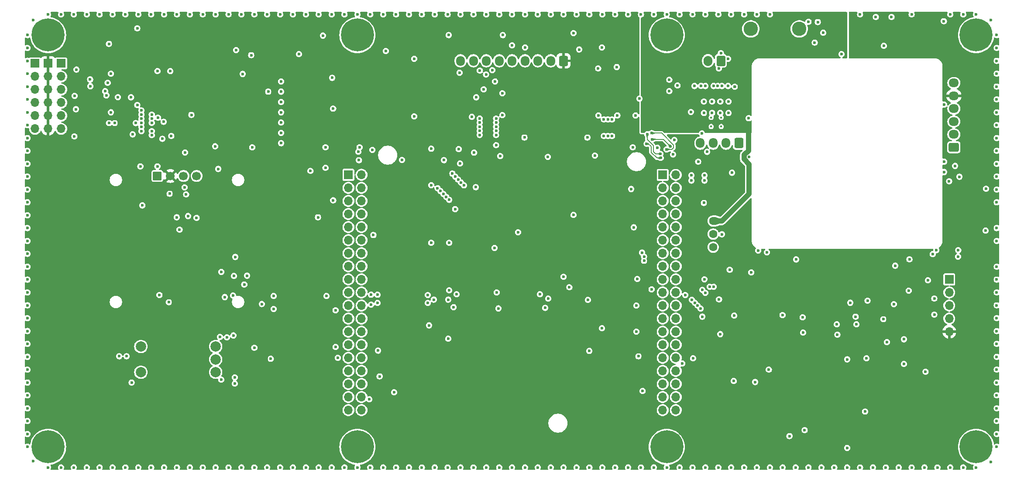
<source format=gbr>
%TF.GenerationSoftware,KiCad,Pcbnew,8.0.0-8.0.0-1~ubuntu22.04.1*%
%TF.CreationDate,2024-03-21T09:18:36+01:00*%
%TF.ProjectId,uC_TP_Boussole_mb,75435f54-505f-4426-9f75-73736f6c655f,rev?*%
%TF.SameCoordinates,Original*%
%TF.FileFunction,Copper,L2,Inr*%
%TF.FilePolarity,Positive*%
%FSLAX46Y46*%
G04 Gerber Fmt 4.6, Leading zero omitted, Abs format (unit mm)*
G04 Created by KiCad (PCBNEW 8.0.0-8.0.0-1~ubuntu22.04.1) date 2024-03-21 09:18:36*
%MOMM*%
%LPD*%
G01*
G04 APERTURE LIST*
G04 Aperture macros list*
%AMRoundRect*
0 Rectangle with rounded corners*
0 $1 Rounding radius*
0 $2 $3 $4 $5 $6 $7 $8 $9 X,Y pos of 4 corners*
0 Add a 4 corners polygon primitive as box body*
4,1,4,$2,$3,$4,$5,$6,$7,$8,$9,$2,$3,0*
0 Add four circle primitives for the rounded corners*
1,1,$1+$1,$2,$3*
1,1,$1+$1,$4,$5*
1,1,$1+$1,$6,$7*
1,1,$1+$1,$8,$9*
0 Add four rect primitives between the rounded corners*
20,1,$1+$1,$2,$3,$4,$5,0*
20,1,$1+$1,$4,$5,$6,$7,0*
20,1,$1+$1,$6,$7,$8,$9,0*
20,1,$1+$1,$8,$9,$2,$3,0*%
G04 Aperture macros list end*
%TA.AperFunction,ComponentPad*%
%ADD10RoundRect,0.170000X-0.680000X-0.680000X0.680000X-0.680000X0.680000X0.680000X-0.680000X0.680000X0*%
%TD*%
%TA.AperFunction,ComponentPad*%
%ADD11C,1.700000*%
%TD*%
%TA.AperFunction,ComponentPad*%
%ADD12C,6.400000*%
%TD*%
%TA.AperFunction,ComponentPad*%
%ADD13RoundRect,0.250000X0.600000X0.725000X-0.600000X0.725000X-0.600000X-0.725000X0.600000X-0.725000X0*%
%TD*%
%TA.AperFunction,ComponentPad*%
%ADD14O,1.700000X1.950000*%
%TD*%
%TA.AperFunction,ComponentPad*%
%ADD15R,1.700000X1.700000*%
%TD*%
%TA.AperFunction,ComponentPad*%
%ADD16O,1.700000X1.700000*%
%TD*%
%TA.AperFunction,ComponentPad*%
%ADD17C,2.000000*%
%TD*%
%TA.AperFunction,ComponentPad*%
%ADD18C,1.600000*%
%TD*%
%TA.AperFunction,ComponentPad*%
%ADD19RoundRect,0.250000X0.600000X0.750000X-0.600000X0.750000X-0.600000X-0.750000X0.600000X-0.750000X0*%
%TD*%
%TA.AperFunction,ComponentPad*%
%ADD20O,1.700000X2.000000*%
%TD*%
%TA.AperFunction,ComponentPad*%
%ADD21RoundRect,0.250000X0.725000X-0.600000X0.725000X0.600000X-0.725000X0.600000X-0.725000X-0.600000X0*%
%TD*%
%TA.AperFunction,ComponentPad*%
%ADD22O,1.950000X1.700000*%
%TD*%
%TA.AperFunction,ComponentPad*%
%ADD23C,2.775000*%
%TD*%
%TA.AperFunction,HeatsinkPad*%
%ADD24C,0.600000*%
%TD*%
%TA.AperFunction,ViaPad*%
%ADD25C,0.600000*%
%TD*%
%TA.AperFunction,ViaPad*%
%ADD26C,0.400000*%
%TD*%
%TA.AperFunction,Conductor*%
%ADD27C,1.000000*%
%TD*%
%TA.AperFunction,Conductor*%
%ADD28C,0.200000*%
%TD*%
G04 APERTURE END LIST*
D10*
%TO.N,GND*%
%TO.C,J801*%
X76190000Y-82370000D03*
D11*
%TO.N,+3.3V*%
X78730000Y-82370000D03*
%TO.N,/NUCLEO_L476RG/I2C1_SCL*%
X81270000Y-82370000D03*
%TO.N,/NUCLEO_L476RG/I2C1_SDA*%
X83810000Y-82370000D03*
%TD*%
D12*
%TO.N,GND*%
%TO.C,H105*%
X235000000Y-135000000D03*
%TD*%
%TO.N,GND*%
%TO.C,H102*%
X115000000Y-55000000D03*
%TD*%
D13*
%TO.N,+3.3V*%
%TO.C,J701*%
X155000000Y-60000000D03*
D14*
%TO.N,GND*%
X152500000Y-60000000D03*
%TO.N,/Magnetometre_BMM150_SEN0419/SPI_CLK*%
X150000000Y-60000000D03*
%TO.N,/Magnetometre_BMM150_SEN0419/SPI_MOSI*%
X147500000Y-60000000D03*
%TO.N,/Magnetometre_BMM150_SEN0419/SPI_MISO*%
X145000000Y-60000000D03*
%TO.N,/Magnetometre_BMM150_SEN0419/SPI_CS*%
X142500000Y-60000000D03*
%TO.N,GND*%
X140000000Y-60000000D03*
%TO.N,/Magnetometre_BMM150_SEN0419/STATUS*%
X137500000Y-60000000D03*
%TO.N,/Magnetometre_BMM150_SEN0419/INT*%
X135000000Y-60000000D03*
%TD*%
D15*
%TO.N,+3.3V*%
%TO.C,J502*%
X55000000Y-60500000D03*
D16*
X55000000Y-63040000D03*
X55000000Y-65580000D03*
X55000000Y-68120000D03*
X55000000Y-70660000D03*
X55000000Y-73200000D03*
%TD*%
D12*
%TO.N,GND*%
%TO.C,H104*%
X235000000Y-55000000D03*
%TD*%
D17*
%TO.N,GND*%
%TO.C,SW901*%
X73000000Y-115500000D03*
%TO.N,/Rotary_Encodeur/S*%
X73000000Y-120500000D03*
%TO.N,GND*%
X87500000Y-118000000D03*
%TO.N,/Rotary_Encodeur/B*%
X87500000Y-115500000D03*
%TO.N,/Rotary_Encodeur/A*%
X87500000Y-120500000D03*
%TD*%
D12*
%TO.N,GND*%
%TO.C,H103*%
X175000000Y-55000000D03*
%TD*%
D18*
%TO.N,+12V*%
%TO.C,U401*%
X184000000Y-91120000D03*
%TO.N,GND*%
X184000000Y-93660000D03*
%TO.N,+5V*%
X184000000Y-96200000D03*
%TD*%
D15*
%TO.N,GND*%
%TO.C,J301*%
X229800000Y-102460000D03*
D16*
%TO.N,/GPS_TEL0094_STM32C011J4M6/STM32C0_NRST*%
X229800000Y-105000000D03*
%TO.N,/GPS_TEL0094_STM32C011J4M6/STM32C0_SWCLK*%
X229800000Y-107540000D03*
%TO.N,/GPS_TEL0094_STM32C011J4M6/STM32C0_SWDIO*%
X229800000Y-110080000D03*
%TO.N,+3.3V*%
X229800000Y-112620000D03*
%TD*%
D19*
%TO.N,GND*%
%TO.C,J401*%
X185500000Y-60000000D03*
D20*
%TO.N,Net-(J401-Pin_2)*%
X183000000Y-60000000D03*
%TD*%
D12*
%TO.N,GND*%
%TO.C,H101*%
X55000000Y-55000000D03*
%TD*%
D15*
%TO.N,/NUCLEO_L476RG/PC10*%
%TO.C,U501*%
X113250000Y-82140000D03*
D16*
%TO.N,/NUCLEO_L476RG/PC11*%
X115790000Y-82140000D03*
%TO.N,/NUCLEO_L476RG/PC12*%
X113250000Y-84680000D03*
%TO.N,/NUCLEO_L476RG/PD2*%
X115790000Y-84680000D03*
%TO.N,unconnected-(U501A-VDD-Pad105)*%
X113250000Y-87220000D03*
%TO.N,/Current_NCS199A3RSQT2G/Load*%
X115790000Y-87220000D03*
%TO.N,unconnected-(U501A-BOOT0-Pad107)*%
X113250000Y-89760000D03*
%TO.N,GND*%
X115790000Y-89760000D03*
%TO.N,unconnected-(U501B-NC-Pad109)*%
X113250000Y-92300000D03*
%TO.N,unconnected-(U501B-NC-Pad110)*%
X115790000Y-92300000D03*
%TO.N,unconnected-(U501B-NC-Pad111)*%
X113250000Y-94840000D03*
%TO.N,unconnected-(U501A-IOREF-Pad112)*%
X115790000Y-94840000D03*
%TO.N,unconnected-(U501B-PA13-Pad113)*%
X113250000Y-97380000D03*
%TO.N,unconnected-(U501A-RESET-Pad114)*%
X115790000Y-97380000D03*
%TO.N,unconnected-(U501B-PA14-Pad115)*%
X113250000Y-99920000D03*
%TO.N,unconnected-(U501A-+3V3-Pad116)*%
X115790000Y-99920000D03*
%TO.N,/NUCLEO_L476RG/ENC_BTN*%
X113250000Y-102460000D03*
%TO.N,unconnected-(U501A-+5V-Pad118)*%
X115790000Y-102460000D03*
%TO.N,GND*%
X113250000Y-105000000D03*
X115790000Y-105000000D03*
%TO.N,/NUCLEO_L476RG/I2C1_SDA*%
X113250000Y-107540000D03*
%TO.N,GND*%
X115790000Y-107540000D03*
%TO.N,unconnected-(U501B-PC13-Pad123)*%
X113250000Y-110080000D03*
%TO.N,unconnected-(U501A-VIN-Pad124)*%
X115790000Y-110080000D03*
%TO.N,unconnected-(U501B-PC14-Pad125)*%
X113250000Y-112620000D03*
%TO.N,unconnected-(U501B-NC-Pad126)*%
X115790000Y-112620000D03*
%TO.N,unconnected-(U501B-PC15-Pad127)*%
X113250000Y-115160000D03*
%TO.N,/NUCLEO_L476RG/TIM2_CH1_ENC_A*%
X115790000Y-115160000D03*
%TO.N,unconnected-(U501B-PH0-Pad129)*%
X113250000Y-117700000D03*
%TO.N,/NUCLEO_L476RG/TIM2_CH2_ENC_B*%
X115790000Y-117700000D03*
%TO.N,unconnected-(U501B-PH1-Pad131)*%
X113250000Y-120240000D03*
%TO.N,/Current_NCS199A3RSQT2G/Imes*%
X115790000Y-120240000D03*
%TO.N,unconnected-(U501A-VBAT-Pad133)*%
X113250000Y-122780000D03*
%TO.N,/Magnetometre_BMM150_SEN0419/INT*%
X115790000Y-122780000D03*
%TO.N,/Magnetometre_BMM150_SEN0419/SPI_MISO*%
X113250000Y-125320000D03*
%TO.N,/Magnetometre_BMM150_SEN0419/STATUS*%
X115790000Y-125320000D03*
%TO.N,/Magnetometre_BMM150_SEN0419/SPI_MOSI*%
X113250000Y-127860000D03*
%TO.N,/Magnetometre_BMM150_SEN0419/SPI_CS*%
X115790000Y-127860000D03*
D15*
%TO.N,/NUCLEO_L476RG/BTN_RIGHT*%
X174210000Y-82150000D03*
D16*
%TO.N,/NUCLEO_L476RG/BTN_TOP*%
X176750000Y-82150000D03*
%TO.N,/NUCLEO_L476RG/PB8*%
X174210000Y-84680000D03*
%TO.N,/NUCLEO_L476RG/BTN_LEFT*%
X176750000Y-84680000D03*
%TO.N,/NUCLEO_L476RG/PB9*%
X174210000Y-87220000D03*
%TO.N,/NUCLEO_L476RG/BTN_CENTER*%
X176750000Y-87220000D03*
%TO.N,unconnected-(U501A-AVDD-Pad207)*%
X174210000Y-89760000D03*
%TO.N,unconnected-(U501A-U5V-Pad208)*%
X176750000Y-89760000D03*
%TO.N,GND*%
X174210000Y-92300000D03*
%TO.N,unconnected-(U501B-NC-Pad210)*%
X176750000Y-92300000D03*
%TO.N,unconnected-(U501B-PA5-Pad211)*%
X174210000Y-94840000D03*
%TO.N,/NUCLEO_L476RG/STEPPER_ENN*%
X176750000Y-94840000D03*
%TO.N,/NUCLEO_L476RG/TIM3_CH1_STEPPER_PWM*%
X174210000Y-97380000D03*
%TO.N,/NUCLEO_L476RG/STEPPER_MS1*%
X176750000Y-97380000D03*
%TO.N,/NUCLEO_L476RG/STEPPER_DIR*%
X174210000Y-99920000D03*
%TO.N,/NUCLEO_L476RG/STEPPER_MS2*%
X176750000Y-99920000D03*
%TO.N,/NUCLEO_L476RG/I2C1_SCL*%
X174210000Y-102460000D03*
%TO.N,/NUCLEO_L476RG/BTN_BOT*%
X176750000Y-102460000D03*
%TO.N,/NUCLEO_L476RG/LED_0*%
X174210000Y-105000000D03*
%TO.N,GND*%
X176750000Y-105000000D03*
%TO.N,/GPS_TEL0094_STM32C011J4M6/NUCLEO_TX*%
X174210000Y-107540000D03*
%TO.N,/NUCLEO_L476RG/LED_1*%
X176750000Y-107540000D03*
%TO.N,/NUCLEO_L476RG/LED_2*%
X174210000Y-110080000D03*
%TO.N,/NUCLEO_L476RG/LED_3*%
X176750000Y-110080000D03*
%TO.N,/Magnetometre_BMM150_SEN0419/SPI_CLK*%
X174210000Y-112620000D03*
%TO.N,/NUCLEO_L476RG/LED_4*%
X176750000Y-112620000D03*
%TO.N,/NUCLEO_L476RG/LED_5*%
X174210000Y-115160000D03*
%TO.N,/NUCLEO_L476RG/LED_6*%
X176750000Y-115160000D03*
%TO.N,/NUCLEO_L476RG/LED_7*%
X174210000Y-117700000D03*
%TO.N,/GPS_TEL0094_STM32C011J4M6/GPS_EN*%
X176750000Y-117700000D03*
%TO.N,unconnected-(U501B-PB3-Pad231)*%
X174210000Y-120240000D03*
%TO.N,GND*%
X176750000Y-120240000D03*
%TO.N,/GPS_TEL0094_STM32C011J4M6/NUCLEO_RX*%
X174210000Y-122780000D03*
%TO.N,/GPS_TEL0094_STM32C011J4M6/GPS_PPS*%
X176750000Y-122780000D03*
%TO.N,unconnected-(U501B-PA2-Pad235)*%
X174210000Y-125320000D03*
%TO.N,unconnected-(U501B-NC-Pad236)*%
X176750000Y-125320000D03*
%TO.N,unconnected-(U501B-PA3-Pad237)*%
X174210000Y-127860000D03*
%TO.N,unconnected-(U501B-NC-Pad238)*%
X176750000Y-127860000D03*
%TD*%
D12*
%TO.N,GND*%
%TO.C,H107*%
X115000000Y-135000000D03*
%TD*%
D21*
%TO.N,/GPS_TEL0094_STM32C011J4M6/GPS_EN*%
%TO.C,J302*%
X230700000Y-76800000D03*
D22*
%TO.N,GND*%
X230700000Y-74300000D03*
%TO.N,/GPS_TEL0094_STM32C011J4M6/GPS_RX*%
X230700000Y-71800000D03*
%TO.N,/GPS_TEL0094_STM32C011J4M6/GPS_TX*%
X230700000Y-69300000D03*
%TO.N,+3.3V*%
X230700000Y-66800000D03*
%TO.N,/GPS_TEL0094_STM32C011J4M6/GPS_PPS*%
X230700000Y-64300000D03*
%TD*%
D15*
%TO.N,GND*%
%TO.C,J501*%
X52460000Y-60500000D03*
D16*
X52460000Y-63040000D03*
X52460000Y-65580000D03*
X52460000Y-68120000D03*
X52460000Y-70660000D03*
X52460000Y-73200000D03*
%TD*%
D15*
%TO.N,/NUCLEO_L476RG/PC10*%
%TO.C,J503*%
X57540000Y-60500000D03*
D16*
%TO.N,/NUCLEO_L476RG/PC11*%
X57540000Y-63040000D03*
%TO.N,/NUCLEO_L476RG/PC12*%
X57540000Y-65580000D03*
%TO.N,/NUCLEO_L476RG/PB8*%
X57540000Y-68120000D03*
%TO.N,/NUCLEO_L476RG/PB9*%
X57540000Y-70660000D03*
%TO.N,/NUCLEO_L476RG/PD2*%
X57540000Y-73200000D03*
%TD*%
D12*
%TO.N,GND*%
%TO.C,H108*%
X55000000Y-135000000D03*
%TD*%
D23*
%TO.N,Net-(J401-Pin_2)*%
%TO.C,SW401*%
X191300000Y-53800000D03*
%TO.N,+12V*%
X196000000Y-53800000D03*
%TO.N,Net-(SW401-C)*%
X200700000Y-53800000D03*
%TD*%
D24*
%TO.N,GND*%
%TO.C,U201*%
X182200000Y-70150000D03*
X183800000Y-70150000D03*
X185400000Y-70150000D03*
X187000000Y-70150000D03*
X182200000Y-67900000D03*
X183800000Y-67900000D03*
X185400000Y-67900000D03*
X187000000Y-67900000D03*
%TD*%
D12*
%TO.N,GND*%
%TO.C,H106*%
X175000000Y-135000000D03*
%TD*%
D13*
%TO.N,/TMC2225_Driver/B2*%
%TO.C,J201*%
X189000000Y-76000000D03*
D14*
%TO.N,/TMC2225_Driver/B1*%
X186500000Y-76000000D03*
%TO.N,/TMC2225_Driver/A1*%
X184000000Y-76000000D03*
%TO.N,/TMC2225_Driver/A2*%
X181500000Y-76000000D03*
%TD*%
D25*
%TO.N,GND*%
X205350000Y-54550000D03*
X202500000Y-52400000D03*
X204294850Y-52465861D03*
X178000000Y-118800000D03*
X178600000Y-105500000D03*
X185100000Y-61500000D03*
X186900000Y-59600000D03*
X185500000Y-58500000D03*
X185700000Y-93700000D03*
X200100000Y-98600000D03*
X226900000Y-109300000D03*
X226900000Y-106200000D03*
X194800000Y-120000000D03*
X225200000Y-120400000D03*
X188100000Y-109500000D03*
X180100000Y-117800000D03*
X188000000Y-122200000D03*
X198800000Y-132900000D03*
X210000000Y-135200000D03*
X119000000Y-116300000D03*
X132600000Y-114000000D03*
X122100000Y-124400000D03*
X128900000Y-111400000D03*
X119300000Y-121300000D03*
X159600000Y-74900000D03*
X147400000Y-74900000D03*
X165300000Y-61200000D03*
X156900000Y-54600000D03*
X162400000Y-57400000D03*
X161700000Y-61500000D03*
X158000000Y-57800000D03*
X132700000Y-55000000D03*
X143200000Y-55000000D03*
X126000000Y-70800000D03*
X126000000Y-59600000D03*
X120500000Y-58100000D03*
X94400000Y-58900000D03*
X66800000Y-56700000D03*
X72300000Y-53700000D03*
X108300000Y-55100000D03*
X110100000Y-63300000D03*
X110300000Y-69300000D03*
X117900000Y-77300000D03*
X108800000Y-76800000D03*
X108800000Y-80800000D03*
X78900000Y-74600000D03*
X88000000Y-81000000D03*
X105900000Y-81400000D03*
X94600000Y-76800000D03*
X87400000Y-76600000D03*
X82800000Y-70500000D03*
X97700000Y-66000000D03*
X67200000Y-62500000D03*
X60500000Y-61700000D03*
X60100000Y-74700000D03*
X60400000Y-69400000D03*
X72000000Y-72100000D03*
X72300000Y-68600000D03*
X71400000Y-74300000D03*
X72900000Y-80500000D03*
X73300000Y-88100000D03*
X91300000Y-98100000D03*
X83800000Y-90500000D03*
X80500000Y-92800000D03*
X88600000Y-101000000D03*
X76600000Y-105500000D03*
X78400000Y-106900000D03*
X71200000Y-122500000D03*
X68800000Y-117400000D03*
X70200000Y-117400000D03*
X51000000Y-72500000D03*
X51000000Y-80000000D03*
X51000000Y-77500000D03*
X51000000Y-102500000D03*
X51000000Y-132500000D03*
X51000000Y-130000000D03*
X51000000Y-127500000D03*
X51000000Y-125000000D03*
X51000000Y-62500000D03*
X51000000Y-90000000D03*
X51000000Y-87500000D03*
X52100000Y-52100000D03*
X51000000Y-117500000D03*
X51000000Y-115000000D03*
X51000000Y-75000000D03*
X51000000Y-95000000D03*
X51000000Y-92500000D03*
X51000000Y-100000000D03*
X51000000Y-97500000D03*
X51000000Y-107500000D03*
X51000000Y-105000000D03*
X51000000Y-65000000D03*
X51000000Y-122500000D03*
X51000000Y-120000000D03*
X55000000Y-51000000D03*
X51000000Y-70000000D03*
X51000000Y-112500000D03*
X51000000Y-110000000D03*
X51000000Y-60000000D03*
X51000000Y-55000000D03*
X51000000Y-57500000D03*
X51000000Y-67500000D03*
X51000000Y-85000000D03*
X51000000Y-82500000D03*
X239000000Y-117500000D03*
X239000000Y-110000000D03*
X239000000Y-112500000D03*
X239000000Y-87500000D03*
X239000000Y-57500000D03*
X239000000Y-60000000D03*
X239000000Y-62500000D03*
X239000000Y-65000000D03*
X239000000Y-127500000D03*
X239000000Y-100000000D03*
X239000000Y-102500000D03*
X237900000Y-137900000D03*
X239000000Y-72500000D03*
X239000000Y-75000000D03*
X239000000Y-115000000D03*
X239000000Y-95000000D03*
X239000000Y-92500000D03*
X239000000Y-82500000D03*
X239000000Y-85000000D03*
X239000000Y-125000000D03*
X239000000Y-67500000D03*
X239000000Y-70000000D03*
X239000000Y-120000000D03*
X239000000Y-77500000D03*
X239000000Y-80000000D03*
X239000000Y-130000000D03*
X239000000Y-135000000D03*
X239000000Y-132500000D03*
X239000000Y-122500000D03*
X239000000Y-105000000D03*
X239000000Y-107500000D03*
X212500000Y-51000000D03*
X187500000Y-51000000D03*
X157500000Y-51000000D03*
X160000000Y-51000000D03*
X162500000Y-51000000D03*
X165000000Y-51000000D03*
X60000000Y-51000000D03*
X62500000Y-51000000D03*
X70000000Y-51000000D03*
X72500000Y-51000000D03*
X75000000Y-51000000D03*
X77500000Y-51000000D03*
X80000000Y-51000000D03*
X82500000Y-51000000D03*
X85000000Y-51000000D03*
X65000000Y-51000000D03*
X237900000Y-52100000D03*
X172500000Y-51000000D03*
X175000000Y-51000000D03*
X145000000Y-51000000D03*
X150000000Y-51000000D03*
X152500000Y-51000000D03*
X155000000Y-51000000D03*
X195000000Y-51000000D03*
X110000000Y-51000000D03*
X112500000Y-51000000D03*
X115000000Y-51000000D03*
X117500000Y-51000000D03*
X120000000Y-51000000D03*
X122500000Y-51000000D03*
X125000000Y-51000000D03*
X127500000Y-51000000D03*
X130000000Y-51000000D03*
X190000000Y-51000000D03*
X192500000Y-51000000D03*
X132500000Y-51000000D03*
X135000000Y-51000000D03*
X137500000Y-51000000D03*
X140000000Y-51000000D03*
X142500000Y-51000000D03*
X182500000Y-51000000D03*
X185000000Y-51000000D03*
X87500000Y-51000000D03*
X90000000Y-51000000D03*
X92500000Y-51000000D03*
X95000000Y-51000000D03*
X97500000Y-51000000D03*
X100000000Y-51000000D03*
X102500000Y-51000000D03*
X105000000Y-51000000D03*
X107500000Y-51000000D03*
X167500000Y-51000000D03*
X170000000Y-51000000D03*
X147500000Y-51000000D03*
X67500000Y-51000000D03*
X239000000Y-55000000D03*
X57500000Y-51000000D03*
X177500000Y-51000000D03*
X180000000Y-51000000D03*
X230000000Y-51000000D03*
X235000000Y-51000000D03*
X232500000Y-51000000D03*
X222500000Y-51000000D03*
X235000000Y-139000000D03*
X232500000Y-139000000D03*
X230000000Y-139000000D03*
X227500000Y-139000000D03*
X225000000Y-139000000D03*
X222500000Y-139000000D03*
X220000000Y-139000000D03*
X217500000Y-139000000D03*
X215000000Y-139000000D03*
X212500000Y-139000000D03*
X210000000Y-139000000D03*
X207500000Y-139000000D03*
X205000000Y-139000000D03*
X202500000Y-139000000D03*
X200000000Y-139000000D03*
X197500000Y-139000000D03*
X195000000Y-139000000D03*
X192500000Y-139000000D03*
X190000000Y-139000000D03*
X187500000Y-139000000D03*
X185000000Y-139000000D03*
X182500000Y-139000000D03*
X180000000Y-139000000D03*
X177500000Y-139000000D03*
X175000000Y-139000000D03*
X172500000Y-139000000D03*
X170000000Y-139000000D03*
X167500000Y-139000000D03*
X165000000Y-139000000D03*
X162500000Y-139000000D03*
X160000000Y-139000000D03*
X157500000Y-139000000D03*
X155000000Y-139000000D03*
X152500000Y-139000000D03*
X150000000Y-139000000D03*
X147500000Y-139000000D03*
X145000000Y-139000000D03*
X142500000Y-139000000D03*
X140000000Y-139000000D03*
X137500000Y-139000000D03*
X135000000Y-139000000D03*
X132500000Y-139000000D03*
X130000000Y-139000000D03*
X127500000Y-139000000D03*
X125000000Y-139000000D03*
X122500000Y-139000000D03*
X120000000Y-139000000D03*
X117500000Y-139000000D03*
X115000000Y-139000000D03*
X112500000Y-139000000D03*
X110000000Y-139000000D03*
X107500000Y-139000000D03*
X105000000Y-139000000D03*
X102500000Y-139000000D03*
X100000000Y-139000000D03*
X97500000Y-139000000D03*
X95000000Y-139000000D03*
X92500000Y-139000000D03*
X90000000Y-139000000D03*
X87500000Y-139000000D03*
X85000000Y-139000000D03*
X82500000Y-139000000D03*
X80000000Y-139000000D03*
X77500000Y-139000000D03*
X75000000Y-139000000D03*
X72500000Y-139000000D03*
X70000000Y-139000000D03*
X67500000Y-139000000D03*
X65000000Y-139000000D03*
X62500000Y-139000000D03*
X57500000Y-139000000D03*
X60000000Y-139000000D03*
X55000000Y-139000000D03*
X51000000Y-135000000D03*
X52100000Y-137800000D03*
X76200000Y-80500000D03*
X236850000Y-93000000D03*
X236950000Y-84850000D03*
X228750000Y-52300000D03*
X218600000Y-51500000D03*
X215550000Y-51500000D03*
X203700000Y-56450000D03*
X208900000Y-58700000D03*
%TO.N,/NUCLEO_L476RG/I2C1_SCL*%
X81550000Y-77800000D03*
X81774265Y-85974265D03*
%TO.N,+12V*%
X171900000Y-68700000D03*
X171900000Y-63700000D03*
X170300000Y-69800000D03*
X177250000Y-71400000D03*
X182294667Y-70950002D03*
X186925000Y-72910025D03*
X171900000Y-65900000D03*
X186874421Y-70950000D03*
X181937882Y-73210646D03*
X171900000Y-70900000D03*
X170300000Y-64800000D03*
%TO.N,GND*%
X150400000Y-105350000D03*
X151950000Y-78650000D03*
X66550000Y-64250000D03*
X180400000Y-64900000D03*
X92750000Y-62550000D03*
X213450000Y-128150000D03*
X115300000Y-79300000D03*
X142700000Y-78500000D03*
X217000000Y-110200000D03*
X219050000Y-107275000D03*
X133950000Y-88800000D03*
X77150000Y-75150000D03*
X100200000Y-68000000D03*
X67900000Y-72100000D03*
X143100000Y-70550000D03*
X128650000Y-105500000D03*
X187668000Y-81750000D03*
X176238000Y-78194000D03*
X98750000Y-108200000D03*
X95000000Y-115750000D03*
X185378197Y-113096692D03*
X142350000Y-108100000D03*
X91450000Y-57900000D03*
X98750000Y-105700000D03*
X175500000Y-65900000D03*
X169100000Y-112600000D03*
X210600000Y-107000000D03*
X137650000Y-77850000D03*
X159700000Y-106450000D03*
X100200000Y-76000000D03*
X162450000Y-111950000D03*
X222075000Y-98575000D03*
X197450000Y-109400000D03*
X201450000Y-112800000D03*
X141150000Y-61800000D03*
X221000000Y-114100000D03*
X107350000Y-90400000D03*
X100200000Y-72000000D03*
X182334000Y-83274000D03*
X191400000Y-101100000D03*
X201750000Y-131750000D03*
X187200000Y-100600000D03*
X168100000Y-84900000D03*
X93050735Y-103449265D03*
X60150000Y-66800000D03*
X213950000Y-106600000D03*
X169100000Y-107550000D03*
X90875000Y-105600000D03*
X131800000Y-79300000D03*
X67200000Y-70000000D03*
X177100000Y-64800000D03*
X118100000Y-93850000D03*
X66800000Y-72100000D03*
X100200000Y-64000000D03*
X159985232Y-116373204D03*
X181826000Y-74130000D03*
X169500000Y-117400000D03*
X192150000Y-122400000D03*
X141600000Y-96350000D03*
X168600000Y-92350000D03*
X134900000Y-79950000D03*
X68550000Y-67050000D03*
X110750000Y-108450000D03*
X88340000Y-113640000D03*
X129300000Y-95350000D03*
X98200000Y-117900000D03*
X179794000Y-82258000D03*
X217700000Y-114650000D03*
X185150000Y-106350000D03*
X211650000Y-109700000D03*
X100200000Y-66000000D03*
X129302299Y-77087649D03*
X168950000Y-70600000D03*
X156900000Y-89950000D03*
X134800000Y-62300000D03*
X181900000Y-109700000D03*
X109000000Y-105700000D03*
X143100000Y-66300000D03*
X110750000Y-115600000D03*
X134250000Y-105350000D03*
X182300000Y-102450000D03*
X118900000Y-105450000D03*
X100200000Y-74000000D03*
X161050000Y-78400000D03*
X134650000Y-77150000D03*
X213750000Y-117800000D03*
X133650000Y-107850000D03*
X128650000Y-107050000D03*
X176492000Y-75400000D03*
X228800000Y-68500000D03*
X175500000Y-63700000D03*
X78570000Y-85820000D03*
X155000000Y-101950000D03*
X221000000Y-118900000D03*
X210000000Y-118000000D03*
X138050000Y-67100000D03*
X132800000Y-104600000D03*
X182842000Y-77686000D03*
X88570000Y-121940000D03*
X151400000Y-108000000D03*
X137950000Y-84550000D03*
X96450000Y-107250000D03*
X103650000Y-58700000D03*
X118900000Y-107050000D03*
X142000000Y-105000000D03*
X146150000Y-93300000D03*
X123650000Y-79250000D03*
X165422268Y-70592708D03*
X129300000Y-84150000D03*
X170326722Y-124154919D03*
X201351190Y-109820181D03*
X111200000Y-117700000D03*
X208100000Y-113200000D03*
X179794000Y-83274000D03*
X138750000Y-61900000D03*
X91050000Y-101800000D03*
X137200000Y-70900000D03*
X100200000Y-70000000D03*
X182334000Y-82258000D03*
X132800000Y-95350000D03*
X169720000Y-67350000D03*
X141700000Y-64000000D03*
X90950000Y-113350000D03*
X219325000Y-99800000D03*
X169300000Y-102400000D03*
X161750000Y-70600000D03*
X229775000Y-83400000D03*
%TO.N,+3.3V*%
X218800000Y-115500000D03*
X91100000Y-118000000D03*
X82500000Y-79400000D03*
X187850000Y-85950000D03*
X182950000Y-85950000D03*
X203800000Y-115500000D03*
X91200000Y-119500000D03*
X223710000Y-99400000D03*
X188192041Y-65029539D03*
X203700000Y-130500000D03*
X228800000Y-91850000D03*
X91100000Y-116500000D03*
X70180000Y-118700000D03*
X203700000Y-100500000D03*
X188700000Y-115500000D03*
X228800000Y-83400000D03*
X185400000Y-78150000D03*
X109700000Y-89500000D03*
X220100000Y-56700000D03*
X218560000Y-101550000D03*
%TO.N,/GPS_TEL0094_STM32C011J4M6/STM32C0_BTN*%
X221925000Y-104650000D03*
X225660000Y-102640000D03*
%TO.N,/GPS_TEL0094_STM32C011J4M6/STM32C0_NRST*%
X231500002Y-98050000D03*
X231550000Y-96810000D03*
%TO.N,+5V*%
X181100000Y-79600000D03*
X217100000Y-57100000D03*
X182200000Y-87600000D03*
X110300000Y-87100000D03*
%TO.N,/NUCLEO_L476RG/TIM2_CH1_ENC_A*%
X91200000Y-121500000D03*
X89680343Y-113726383D03*
X91200000Y-122710000D03*
%TO.N,/GPS_TEL0094_STM32C011J4M6/GPS_PPS*%
X231775000Y-82525000D03*
X170600000Y-98049997D03*
X164400006Y-71400000D03*
X194427688Y-97200000D03*
X184125003Y-103877550D03*
X164400003Y-74600000D03*
X181567796Y-108126326D03*
%TO.N,/GPS_TEL0094_STM32C011J4M6/GPS_TX*%
X226600000Y-97550000D03*
X228800000Y-79600000D03*
%TO.N,/GPS_TEL0094_STM32C011J4M6/GPS_EN*%
X192750000Y-96850000D03*
X181002109Y-107560639D03*
X183325000Y-103877550D03*
X230938235Y-80413235D03*
%TO.N,/GPS_TEL0094_STM32C011J4M6/GPS_RX*%
X227300000Y-96793874D03*
X228800000Y-81597694D03*
%TO.N,/Magnetometre_BMM150_SEN0419/INT*%
X133422627Y-81915671D03*
X130544360Y-84742890D03*
%TO.N,/Magnetometre_BMM150_SEN0419/STATUS*%
X131110048Y-85308578D03*
X139950000Y-62650000D03*
X139500000Y-65550000D03*
X133963479Y-82505147D03*
%TO.N,/Magnetometre_BMM150_SEN0419/SPI_CS*%
X134529166Y-83070834D03*
X117300000Y-125750000D03*
X131675735Y-85874265D03*
%TO.N,/Magnetometre_BMM150_SEN0419/SPI_MISO*%
X145000000Y-57000000D03*
X132240443Y-86440930D03*
X135094853Y-83636522D03*
%TO.N,/Magnetometre_BMM150_SEN0419/SPI_MOSI*%
X135660541Y-84202208D03*
X132807480Y-87005263D03*
X147500000Y-57400000D03*
%TO.N,/Magnetometre_BMM150_SEN0419/SPI_CLK*%
X172050000Y-104400000D03*
%TO.N,/NUCLEO_L476RG/I2C1_SDA*%
X76200000Y-62000000D03*
%TO.N,/NUCLEO_L476RG/I2C1_SCL*%
X132600000Y-106400000D03*
X129800000Y-106400000D03*
X156112009Y-104000000D03*
X81475735Y-84575735D03*
X152000735Y-106199265D03*
X78700000Y-62000000D03*
D26*
%TO.N,Net-(U201-BRA)*%
X183624547Y-71006454D03*
X183625367Y-72768740D03*
D25*
X179680000Y-69940000D03*
D26*
%TO.N,Net-(U201-BRB)*%
X185575537Y-71006640D03*
X185574582Y-72768624D03*
D25*
X190900000Y-71160000D03*
%TO.N,Net-(U201-DIAG)*%
X191000000Y-78700000D03*
X186900000Y-64900000D03*
%TO.N,/GPS_TEL0094_STM32C011J4M6/NUCLEO_TX*%
X179870735Y-106429265D03*
X162800000Y-71400000D03*
X170600000Y-98850000D03*
X181913137Y-104511863D03*
X162799997Y-74600000D03*
%TO.N,/GPS_TEL0094_STM32C011J4M6/NUCLEO_RX*%
X170200000Y-97254158D03*
X182478824Y-105077550D03*
X163600000Y-74600000D03*
X163600003Y-71400000D03*
X180436422Y-106994952D03*
%TO.N,/NUCLEO_L476RG/TIM3_CH1_STEPPER_PWM*%
X138700000Y-74400000D03*
X171100000Y-76100000D03*
X141900000Y-74400000D03*
X184099994Y-64900000D03*
X173835552Y-78862657D03*
%TO.N,/NUCLEO_L476RG/PC10*%
X73100000Y-69649985D03*
X77400000Y-71849988D03*
%TO.N,/NUCLEO_L476RG/PC12*%
X66300000Y-66700000D03*
X75100000Y-72049994D03*
X73100000Y-72049994D03*
X63200000Y-64925000D03*
%TO.N,/Current_NCS199A3RSQT2G/Imes*%
X75100000Y-74450003D03*
X117650000Y-107350000D03*
X117650000Y-105450000D03*
X71100000Y-67100000D03*
%TO.N,/NUCLEO_L476RG/PB8*%
X168400000Y-76800000D03*
X73100000Y-70449988D03*
X115408872Y-76792598D03*
X141900000Y-76400000D03*
X75100000Y-70449988D03*
%TO.N,/NUCLEO_L476RG/PD2*%
X73100000Y-73650000D03*
X75100000Y-73650000D03*
%TO.N,/NUCLEO_L476RG/PB9*%
X115174265Y-77674265D03*
X73100000Y-72849997D03*
X76300000Y-71049988D03*
%TO.N,/NUCLEO_L476RG/PC11*%
X63150000Y-63625000D03*
X73100000Y-71249991D03*
X66050000Y-65900000D03*
X75100000Y-71249991D03*
%TO.N,/NUCLEO_L476RG/STEPPER_ENN*%
X172094280Y-74050000D03*
X174982843Y-77200000D03*
X141900000Y-71199997D03*
X138700000Y-71199988D03*
X184899997Y-64900000D03*
%TO.N,/NUCLEO_L476RG/STEPPER_MS2*%
X138700000Y-72799994D03*
X181650000Y-64850000D03*
X141900000Y-72800000D03*
X173200000Y-76900000D03*
%TO.N,/NUCLEO_L476RG/STEPPER_MS1*%
X171224265Y-74250000D03*
X141900000Y-72000000D03*
X173782843Y-78064392D03*
X182500000Y-64900000D03*
X138700000Y-71999991D03*
%TO.N,/NUCLEO_L476RG/STEPPER_DIR*%
X185700000Y-64900000D03*
X138700000Y-73599997D03*
X172201470Y-75250000D03*
X175700000Y-76600000D03*
X141900000Y-73600000D03*
%TO.N,/NUCLEO_L476RG/ENC_BTN*%
X79950000Y-90400000D03*
X82150000Y-90150000D03*
X93607108Y-101742892D03*
X89275000Y-105900000D03*
%TO.N,/NUCLEO_L476RG/BTN_RIGHT*%
X208000000Y-111200000D03*
X211800000Y-111200000D03*
%TD*%
D27*
%TO.N,+12V*%
X190000000Y-79114214D02*
X190000000Y-78285786D01*
X185710000Y-91120000D02*
X191000000Y-85830000D01*
X191000000Y-85830000D02*
X191000000Y-80114214D01*
X190000000Y-78285786D02*
X190840000Y-77445786D01*
X184000000Y-91120000D02*
X185710000Y-91120000D01*
X191000000Y-80114214D02*
X190000000Y-79114214D01*
X190840000Y-77445786D02*
X190840000Y-73290000D01*
D28*
%TO.N,/NUCLEO_L476RG/TIM3_CH1_STEPPER_PWM*%
X171434314Y-76100000D02*
X172000000Y-76665686D01*
X171100000Y-76100000D02*
X171434314Y-76100000D01*
X172000000Y-76665686D02*
X172000000Y-77800000D01*
X172000000Y-77800000D02*
X173062657Y-78862657D01*
X173062657Y-78862657D02*
X173835552Y-78862657D01*
%TO.N,/NUCLEO_L476RG/STEPPER_ENN*%
X172094280Y-74050000D02*
X173998529Y-74050000D01*
X176300000Y-76900000D02*
X176000000Y-77200000D01*
X176000000Y-77200000D02*
X174982843Y-77200000D01*
X176300000Y-76351471D02*
X176300000Y-76900000D01*
X173998529Y-74050000D02*
X176300000Y-76351471D01*
%TO.N,/NUCLEO_L476RG/STEPPER_MS1*%
X172400000Y-77634314D02*
X172830078Y-78064392D01*
X171200000Y-75300000D02*
X172400000Y-76500000D01*
X171224265Y-74250000D02*
X171200000Y-74274265D01*
X171200000Y-74274265D02*
X171200000Y-75300000D01*
X172830078Y-78064392D02*
X173782843Y-78064392D01*
X172400000Y-76500000D02*
X172400000Y-77634314D01*
%TO.N,/NUCLEO_L476RG/STEPPER_DIR*%
X174342891Y-75242891D02*
X175700000Y-76600000D01*
X172208579Y-75242891D02*
X174342891Y-75242891D01*
X172201470Y-75250000D02*
X172208579Y-75242891D01*
%TD*%
%TA.AperFunction,Conductor*%
%TO.N,+12V*%
G36*
X171941957Y-50520185D02*
G01*
X171987712Y-50572989D01*
X171997656Y-50642147D01*
X171977858Y-50689154D01*
X171979528Y-50690119D01*
X171975465Y-50697156D01*
X171914956Y-50843237D01*
X171914955Y-50843239D01*
X171894318Y-50999998D01*
X171894318Y-51000001D01*
X171914955Y-51156760D01*
X171914956Y-51156762D01*
X171975464Y-51302841D01*
X172071718Y-51428282D01*
X172197159Y-51524536D01*
X172343238Y-51585044D01*
X172392178Y-51591487D01*
X172499999Y-51605682D01*
X172500000Y-51605682D01*
X172500001Y-51605682D01*
X172552254Y-51598802D01*
X172656762Y-51585044D01*
X172802841Y-51524536D01*
X172928282Y-51428282D01*
X173024536Y-51302841D01*
X173085044Y-51156762D01*
X173105682Y-51000000D01*
X173085044Y-50843238D01*
X173024536Y-50697159D01*
X173024534Y-50697156D01*
X173020472Y-50690119D01*
X173022448Y-50688977D01*
X173001511Y-50634807D01*
X173015555Y-50566363D01*
X173064373Y-50516377D01*
X173125082Y-50500500D01*
X174374918Y-50500500D01*
X174441957Y-50520185D01*
X174487712Y-50572989D01*
X174497656Y-50642147D01*
X174477858Y-50689154D01*
X174479528Y-50690119D01*
X174475465Y-50697156D01*
X174414956Y-50843237D01*
X174414955Y-50843239D01*
X174394318Y-50999998D01*
X174394318Y-51000001D01*
X174414955Y-51156760D01*
X174414956Y-51156762D01*
X174475464Y-51302842D01*
X174510118Y-51348003D01*
X174535313Y-51413172D01*
X174521275Y-51481617D01*
X174472461Y-51531607D01*
X174431141Y-51545963D01*
X174271211Y-51571294D01*
X174271209Y-51571294D01*
X173916793Y-51666260D01*
X173574260Y-51797746D01*
X173247343Y-51964320D01*
X172939635Y-52164147D01*
X172654498Y-52395047D01*
X172654490Y-52395054D01*
X172395054Y-52654490D01*
X172395047Y-52654498D01*
X172164147Y-52939635D01*
X171964320Y-53247343D01*
X171797746Y-53574260D01*
X171666260Y-53916793D01*
X171571294Y-54271209D01*
X171571294Y-54271211D01*
X171513898Y-54633594D01*
X171494696Y-54999999D01*
X171494696Y-55000000D01*
X171513898Y-55366405D01*
X171527185Y-55450293D01*
X171571295Y-55728794D01*
X171607779Y-55864955D01*
X171666260Y-56083206D01*
X171797746Y-56425739D01*
X171964320Y-56752656D01*
X172164147Y-57060364D01*
X172164149Y-57060366D01*
X172395051Y-57345506D01*
X172654494Y-57604949D01*
X172654498Y-57604952D01*
X172939635Y-57835852D01*
X173154618Y-57975463D01*
X173247348Y-58035682D01*
X173574264Y-58202255D01*
X173916801Y-58333742D01*
X174271206Y-58428705D01*
X174633596Y-58486102D01*
X174979734Y-58504241D01*
X174999999Y-58505304D01*
X175000000Y-58505304D01*
X175000001Y-58505304D01*
X175019203Y-58504297D01*
X175366404Y-58486102D01*
X175728794Y-58428705D01*
X176083199Y-58333742D01*
X176425736Y-58202255D01*
X176752652Y-58035682D01*
X177060366Y-57835851D01*
X177345506Y-57604949D01*
X177604949Y-57345506D01*
X177835851Y-57060366D01*
X178035682Y-56752652D01*
X178189891Y-56450001D01*
X203094318Y-56450001D01*
X203114955Y-56606760D01*
X203114956Y-56606762D01*
X203175464Y-56752841D01*
X203271718Y-56878282D01*
X203397159Y-56974536D01*
X203543238Y-57035044D01*
X203621619Y-57045363D01*
X203699999Y-57055682D01*
X203700000Y-57055682D01*
X203700001Y-57055682D01*
X203752254Y-57048802D01*
X203856762Y-57035044D01*
X204002841Y-56974536D01*
X204128282Y-56878282D01*
X204224536Y-56752841D01*
X204285044Y-56606762D01*
X204305682Y-56450000D01*
X204285044Y-56293238D01*
X204224536Y-56147159D01*
X204128282Y-56021718D01*
X204002841Y-55925464D01*
X203856762Y-55864956D01*
X203856760Y-55864955D01*
X203700001Y-55844318D01*
X203699999Y-55844318D01*
X203543239Y-55864955D01*
X203543237Y-55864956D01*
X203397160Y-55925463D01*
X203271718Y-56021718D01*
X203175463Y-56147160D01*
X203114956Y-56293237D01*
X203114955Y-56293239D01*
X203094318Y-56449998D01*
X203094318Y-56450001D01*
X178189891Y-56450001D01*
X178202255Y-56425736D01*
X178333742Y-56083199D01*
X178428705Y-55728794D01*
X178486102Y-55366404D01*
X178505304Y-55000000D01*
X178486102Y-54633596D01*
X178428705Y-54271206D01*
X178333742Y-53916801D01*
X178288908Y-53800004D01*
X189607267Y-53800004D01*
X189626172Y-54052287D01*
X189682467Y-54298930D01*
X189682470Y-54298942D01*
X189682472Y-54298947D01*
X189774900Y-54534449D01*
X189774899Y-54534449D01*
X189855096Y-54673352D01*
X189901398Y-54753550D01*
X189980580Y-54852841D01*
X190059142Y-54951355D01*
X190168011Y-55052369D01*
X190244598Y-55123432D01*
X190453634Y-55265950D01*
X190681575Y-55375721D01*
X190923331Y-55450293D01*
X190923332Y-55450293D01*
X190923335Y-55450294D01*
X191173494Y-55487999D01*
X191173499Y-55487999D01*
X191173502Y-55488000D01*
X191173503Y-55488000D01*
X191426497Y-55488000D01*
X191426498Y-55488000D01*
X191426505Y-55487999D01*
X191676664Y-55450294D01*
X191676665Y-55450293D01*
X191676669Y-55450293D01*
X191918425Y-55375721D01*
X192146367Y-55265950D01*
X192355402Y-55123432D01*
X192540861Y-54951351D01*
X192698602Y-54753550D01*
X192825100Y-54534449D01*
X192917530Y-54298942D01*
X192973827Y-54052289D01*
X192992733Y-53800004D01*
X199007267Y-53800004D01*
X199026172Y-54052287D01*
X199082467Y-54298930D01*
X199082470Y-54298942D01*
X199082472Y-54298947D01*
X199174900Y-54534449D01*
X199174899Y-54534449D01*
X199255096Y-54673352D01*
X199301398Y-54753550D01*
X199380580Y-54852841D01*
X199459142Y-54951355D01*
X199568011Y-55052369D01*
X199644598Y-55123432D01*
X199853634Y-55265950D01*
X200081575Y-55375721D01*
X200323331Y-55450293D01*
X200323332Y-55450293D01*
X200323335Y-55450294D01*
X200573494Y-55487999D01*
X200573499Y-55487999D01*
X200573502Y-55488000D01*
X200573503Y-55488000D01*
X200826497Y-55488000D01*
X200826498Y-55488000D01*
X200826505Y-55487999D01*
X201076664Y-55450294D01*
X201076665Y-55450293D01*
X201076669Y-55450293D01*
X201318425Y-55375721D01*
X201546367Y-55265950D01*
X201755402Y-55123432D01*
X201940861Y-54951351D01*
X202098602Y-54753550D01*
X202216121Y-54550001D01*
X204744318Y-54550001D01*
X204764955Y-54706760D01*
X204764956Y-54706762D01*
X204825464Y-54852841D01*
X204921718Y-54978282D01*
X205047159Y-55074536D01*
X205193238Y-55135044D01*
X205271619Y-55145363D01*
X205349999Y-55155682D01*
X205350000Y-55155682D01*
X205350001Y-55155682D01*
X205402254Y-55148802D01*
X205506762Y-55135044D01*
X205652841Y-55074536D01*
X205778282Y-54978282D01*
X205874536Y-54852841D01*
X205935044Y-54706762D01*
X205955682Y-54550000D01*
X205935044Y-54393238D01*
X205874536Y-54247159D01*
X205778282Y-54121718D01*
X205652841Y-54025464D01*
X205506762Y-53964956D01*
X205506760Y-53964955D01*
X205350001Y-53944318D01*
X205349999Y-53944318D01*
X205193239Y-53964955D01*
X205193237Y-53964956D01*
X205047160Y-54025463D01*
X204921718Y-54121718D01*
X204825463Y-54247160D01*
X204764956Y-54393237D01*
X204764955Y-54393239D01*
X204744318Y-54549998D01*
X204744318Y-54550001D01*
X202216121Y-54550001D01*
X202225100Y-54534449D01*
X202317530Y-54298942D01*
X202373827Y-54052289D01*
X202392733Y-53800000D01*
X202373827Y-53547711D01*
X202317530Y-53301058D01*
X202262142Y-53159934D01*
X202255974Y-53090339D01*
X202288412Y-53028455D01*
X202349157Y-52993932D01*
X202393751Y-52991694D01*
X202500000Y-53005682D01*
X202500001Y-53005682D01*
X202552254Y-52998802D01*
X202656762Y-52985044D01*
X202802841Y-52924536D01*
X202928282Y-52828282D01*
X203024536Y-52702841D01*
X203085044Y-52556762D01*
X203097011Y-52465862D01*
X203689168Y-52465862D01*
X203709805Y-52622621D01*
X203709806Y-52622623D01*
X203770314Y-52768702D01*
X203866568Y-52894143D01*
X203992009Y-52990397D01*
X204138088Y-53050905D01*
X204216469Y-53061224D01*
X204294849Y-53071543D01*
X204294850Y-53071543D01*
X204294851Y-53071543D01*
X204347104Y-53064663D01*
X204451612Y-53050905D01*
X204597691Y-52990397D01*
X204723132Y-52894143D01*
X204819386Y-52768702D01*
X204879894Y-52622623D01*
X204893652Y-52518115D01*
X204900532Y-52465862D01*
X204900532Y-52465859D01*
X204879894Y-52309100D01*
X204879894Y-52309099D01*
X204819386Y-52163020D01*
X204723132Y-52037579D01*
X204597691Y-51941325D01*
X204451612Y-51880817D01*
X204451610Y-51880816D01*
X204294851Y-51860179D01*
X204294849Y-51860179D01*
X204138089Y-51880816D01*
X204138087Y-51880817D01*
X203992010Y-51941324D01*
X203866568Y-52037579D01*
X203770313Y-52163021D01*
X203709806Y-52309098D01*
X203709805Y-52309100D01*
X203689168Y-52465859D01*
X203689168Y-52465862D01*
X203097011Y-52465862D01*
X203105682Y-52400000D01*
X203105030Y-52395051D01*
X203085044Y-52243239D01*
X203085044Y-52243238D01*
X203024536Y-52097159D01*
X202928282Y-51971718D01*
X202802841Y-51875464D01*
X202656762Y-51814956D01*
X202656760Y-51814955D01*
X202500001Y-51794318D01*
X202499999Y-51794318D01*
X202343239Y-51814955D01*
X202343237Y-51814956D01*
X202197160Y-51875463D01*
X202071718Y-51971718D01*
X201975463Y-52097160D01*
X201914956Y-52243237D01*
X201914956Y-52243238D01*
X201899927Y-52357393D01*
X201871660Y-52421289D01*
X201813336Y-52459760D01*
X201743471Y-52460591D01*
X201707136Y-52443661D01*
X201546367Y-52334050D01*
X201546363Y-52334048D01*
X201546360Y-52334046D01*
X201546359Y-52334045D01*
X201318427Y-52224280D01*
X201318429Y-52224280D01*
X201076670Y-52149707D01*
X201076664Y-52149705D01*
X200826505Y-52112000D01*
X200826498Y-52112000D01*
X200573502Y-52112000D01*
X200573494Y-52112000D01*
X200323335Y-52149705D01*
X200323329Y-52149707D01*
X200081574Y-52224279D01*
X199853637Y-52334048D01*
X199853633Y-52334050D01*
X199644600Y-52476566D01*
X199459142Y-52648644D01*
X199301398Y-52846450D01*
X199174900Y-53065550D01*
X199082472Y-53301052D01*
X199082467Y-53301069D01*
X199026172Y-53547712D01*
X199007267Y-53799995D01*
X199007267Y-53800004D01*
X192992733Y-53800004D01*
X192992733Y-53800000D01*
X192973827Y-53547711D01*
X192917530Y-53301058D01*
X192825100Y-53065551D01*
X192825099Y-53065550D01*
X192825100Y-53065550D01*
X192752402Y-52939635D01*
X192698602Y-52846450D01*
X192540861Y-52648649D01*
X192540860Y-52648648D01*
X192540857Y-52648644D01*
X192355402Y-52476568D01*
X192307136Y-52443661D01*
X192146367Y-52334050D01*
X192146363Y-52334048D01*
X192146360Y-52334046D01*
X192146359Y-52334045D01*
X191918427Y-52224280D01*
X191918429Y-52224280D01*
X191676670Y-52149707D01*
X191676664Y-52149705D01*
X191426505Y-52112000D01*
X191426498Y-52112000D01*
X191173502Y-52112000D01*
X191173494Y-52112000D01*
X190923335Y-52149705D01*
X190923329Y-52149707D01*
X190681574Y-52224279D01*
X190453637Y-52334048D01*
X190453633Y-52334050D01*
X190244600Y-52476566D01*
X190059142Y-52648644D01*
X189901398Y-52846450D01*
X189774900Y-53065550D01*
X189682472Y-53301052D01*
X189682467Y-53301069D01*
X189626172Y-53547712D01*
X189607267Y-53799995D01*
X189607267Y-53800004D01*
X178288908Y-53800004D01*
X178202255Y-53574264D01*
X178035682Y-53247348D01*
X177933720Y-53090339D01*
X177835852Y-52939635D01*
X177697431Y-52768700D01*
X177604949Y-52654494D01*
X177345506Y-52395051D01*
X177270170Y-52334045D01*
X177060364Y-52164147D01*
X176752656Y-51964320D01*
X176425739Y-51797746D01*
X176083206Y-51666260D01*
X176083199Y-51666258D01*
X175728794Y-51571295D01*
X175728790Y-51571294D01*
X175728789Y-51571294D01*
X175568858Y-51545963D01*
X175505723Y-51516034D01*
X175468792Y-51456722D01*
X175469790Y-51386859D01*
X175489880Y-51348005D01*
X175524536Y-51302841D01*
X175585044Y-51156762D01*
X175605682Y-51000000D01*
X175585044Y-50843238D01*
X175524536Y-50697159D01*
X175524534Y-50697156D01*
X175520472Y-50690119D01*
X175522448Y-50688977D01*
X175501511Y-50634807D01*
X175515555Y-50566363D01*
X175564373Y-50516377D01*
X175625082Y-50500500D01*
X176874918Y-50500500D01*
X176941957Y-50520185D01*
X176987712Y-50572989D01*
X176997656Y-50642147D01*
X176977858Y-50689154D01*
X176979528Y-50690119D01*
X176975465Y-50697156D01*
X176914956Y-50843237D01*
X176914955Y-50843239D01*
X176894318Y-50999998D01*
X176894318Y-51000001D01*
X176914955Y-51156760D01*
X176914956Y-51156762D01*
X176975464Y-51302841D01*
X177071718Y-51428282D01*
X177197159Y-51524536D01*
X177343238Y-51585044D01*
X177392178Y-51591487D01*
X177499999Y-51605682D01*
X177500000Y-51605682D01*
X177500001Y-51605682D01*
X177552254Y-51598802D01*
X177656762Y-51585044D01*
X177802841Y-51524536D01*
X177928282Y-51428282D01*
X178024536Y-51302841D01*
X178085044Y-51156762D01*
X178105682Y-51000000D01*
X178085044Y-50843238D01*
X178024536Y-50697159D01*
X178024534Y-50697156D01*
X178020472Y-50690119D01*
X178022448Y-50688977D01*
X178001511Y-50634807D01*
X178015555Y-50566363D01*
X178064373Y-50516377D01*
X178125082Y-50500500D01*
X179374918Y-50500500D01*
X179441957Y-50520185D01*
X179487712Y-50572989D01*
X179497656Y-50642147D01*
X179477858Y-50689154D01*
X179479528Y-50690119D01*
X179475465Y-50697156D01*
X179414956Y-50843237D01*
X179414955Y-50843239D01*
X179394318Y-50999998D01*
X179394318Y-51000001D01*
X179414955Y-51156760D01*
X179414956Y-51156762D01*
X179475464Y-51302841D01*
X179571718Y-51428282D01*
X179697159Y-51524536D01*
X179843238Y-51585044D01*
X179892178Y-51591487D01*
X179999999Y-51605682D01*
X180000000Y-51605682D01*
X180000001Y-51605682D01*
X180052254Y-51598802D01*
X180156762Y-51585044D01*
X180302841Y-51524536D01*
X180428282Y-51428282D01*
X180524536Y-51302841D01*
X180585044Y-51156762D01*
X180605682Y-51000000D01*
X180585044Y-50843238D01*
X180524536Y-50697159D01*
X180524534Y-50697156D01*
X180520472Y-50690119D01*
X180522448Y-50688977D01*
X180501511Y-50634807D01*
X180515555Y-50566363D01*
X180564373Y-50516377D01*
X180625082Y-50500500D01*
X181874918Y-50500500D01*
X181941957Y-50520185D01*
X181987712Y-50572989D01*
X181997656Y-50642147D01*
X181977858Y-50689154D01*
X181979528Y-50690119D01*
X181975465Y-50697156D01*
X181914956Y-50843237D01*
X181914955Y-50843239D01*
X181894318Y-50999998D01*
X181894318Y-51000001D01*
X181914955Y-51156760D01*
X181914956Y-51156762D01*
X181975464Y-51302841D01*
X182071718Y-51428282D01*
X182197159Y-51524536D01*
X182343238Y-51585044D01*
X182392178Y-51591487D01*
X182499999Y-51605682D01*
X182500000Y-51605682D01*
X182500001Y-51605682D01*
X182552254Y-51598802D01*
X182656762Y-51585044D01*
X182802841Y-51524536D01*
X182928282Y-51428282D01*
X183024536Y-51302841D01*
X183085044Y-51156762D01*
X183105682Y-51000000D01*
X183085044Y-50843238D01*
X183024536Y-50697159D01*
X183024534Y-50697156D01*
X183020472Y-50690119D01*
X183022448Y-50688977D01*
X183001511Y-50634807D01*
X183015555Y-50566363D01*
X183064373Y-50516377D01*
X183125082Y-50500500D01*
X184374918Y-50500500D01*
X184441957Y-50520185D01*
X184487712Y-50572989D01*
X184497656Y-50642147D01*
X184477858Y-50689154D01*
X184479528Y-50690119D01*
X184475465Y-50697156D01*
X184414956Y-50843237D01*
X184414955Y-50843239D01*
X184394318Y-50999998D01*
X184394318Y-51000001D01*
X184414955Y-51156760D01*
X184414956Y-51156762D01*
X184475464Y-51302841D01*
X184571718Y-51428282D01*
X184697159Y-51524536D01*
X184843238Y-51585044D01*
X184892178Y-51591487D01*
X184999999Y-51605682D01*
X185000000Y-51605682D01*
X185000001Y-51605682D01*
X185052254Y-51598802D01*
X185156762Y-51585044D01*
X185302841Y-51524536D01*
X185428282Y-51428282D01*
X185524536Y-51302841D01*
X185585044Y-51156762D01*
X185605682Y-51000000D01*
X185585044Y-50843238D01*
X185524536Y-50697159D01*
X185524534Y-50697156D01*
X185520472Y-50690119D01*
X185522448Y-50688977D01*
X185501511Y-50634807D01*
X185515555Y-50566363D01*
X185564373Y-50516377D01*
X185625082Y-50500500D01*
X186874918Y-50500500D01*
X186941957Y-50520185D01*
X186987712Y-50572989D01*
X186997656Y-50642147D01*
X186977858Y-50689154D01*
X186979528Y-50690119D01*
X186975465Y-50697156D01*
X186914956Y-50843237D01*
X186914955Y-50843239D01*
X186894318Y-50999998D01*
X186894318Y-51000001D01*
X186914955Y-51156760D01*
X186914956Y-51156762D01*
X186975464Y-51302841D01*
X187071718Y-51428282D01*
X187197159Y-51524536D01*
X187343238Y-51585044D01*
X187392178Y-51591487D01*
X187499999Y-51605682D01*
X187500000Y-51605682D01*
X187500001Y-51605682D01*
X187552254Y-51598802D01*
X187656762Y-51585044D01*
X187802841Y-51524536D01*
X187928282Y-51428282D01*
X188024536Y-51302841D01*
X188085044Y-51156762D01*
X188105682Y-51000000D01*
X188085044Y-50843238D01*
X188024536Y-50697159D01*
X188024534Y-50697156D01*
X188020472Y-50690119D01*
X188022448Y-50688977D01*
X188001511Y-50634807D01*
X188015555Y-50566363D01*
X188064373Y-50516377D01*
X188125082Y-50500500D01*
X189374918Y-50500500D01*
X189441957Y-50520185D01*
X189487712Y-50572989D01*
X189497656Y-50642147D01*
X189477858Y-50689154D01*
X189479528Y-50690119D01*
X189475465Y-50697156D01*
X189414956Y-50843237D01*
X189414955Y-50843239D01*
X189394318Y-50999998D01*
X189394318Y-51000001D01*
X189414955Y-51156760D01*
X189414956Y-51156762D01*
X189475464Y-51302841D01*
X189571718Y-51428282D01*
X189697159Y-51524536D01*
X189843238Y-51585044D01*
X189892178Y-51591487D01*
X189999999Y-51605682D01*
X190000000Y-51605682D01*
X190000001Y-51605682D01*
X190052254Y-51598802D01*
X190156762Y-51585044D01*
X190302841Y-51524536D01*
X190428282Y-51428282D01*
X190524536Y-51302841D01*
X190585044Y-51156762D01*
X190605682Y-51000000D01*
X190585044Y-50843238D01*
X190524536Y-50697159D01*
X190524534Y-50697156D01*
X190520472Y-50690119D01*
X190522448Y-50688977D01*
X190501511Y-50634807D01*
X190515555Y-50566363D01*
X190564373Y-50516377D01*
X190625082Y-50500500D01*
X191874918Y-50500500D01*
X191941957Y-50520185D01*
X191987712Y-50572989D01*
X191997656Y-50642147D01*
X191977858Y-50689154D01*
X191979528Y-50690119D01*
X191975465Y-50697156D01*
X191914956Y-50843237D01*
X191914955Y-50843239D01*
X191894318Y-50999998D01*
X191894318Y-51000001D01*
X191914955Y-51156760D01*
X191914956Y-51156762D01*
X191975464Y-51302841D01*
X192071718Y-51428282D01*
X192197159Y-51524536D01*
X192343238Y-51585044D01*
X192392178Y-51591487D01*
X192499999Y-51605682D01*
X192500000Y-51605682D01*
X192500001Y-51605682D01*
X192552254Y-51598802D01*
X192656762Y-51585044D01*
X192802841Y-51524536D01*
X192928282Y-51428282D01*
X193024536Y-51302841D01*
X193085044Y-51156762D01*
X193105682Y-51000000D01*
X193085044Y-50843238D01*
X193024536Y-50697159D01*
X193024534Y-50697156D01*
X193020472Y-50690119D01*
X193022448Y-50688977D01*
X193001511Y-50634807D01*
X193015555Y-50566363D01*
X193064373Y-50516377D01*
X193125082Y-50500500D01*
X194374918Y-50500500D01*
X194441957Y-50520185D01*
X194487712Y-50572989D01*
X194497656Y-50642147D01*
X194477858Y-50689154D01*
X194479528Y-50690119D01*
X194475465Y-50697156D01*
X194414956Y-50843237D01*
X194414955Y-50843239D01*
X194394318Y-50999998D01*
X194394318Y-51000001D01*
X194414955Y-51156760D01*
X194414956Y-51156762D01*
X194475464Y-51302841D01*
X194571718Y-51428282D01*
X194697159Y-51524536D01*
X194843238Y-51585044D01*
X194892178Y-51591487D01*
X194999999Y-51605682D01*
X195000000Y-51605682D01*
X195000001Y-51605682D01*
X195052254Y-51598802D01*
X195156762Y-51585044D01*
X195302841Y-51524536D01*
X195428282Y-51428282D01*
X195524536Y-51302841D01*
X195585044Y-51156762D01*
X195605682Y-51000000D01*
X195585044Y-50843238D01*
X195524536Y-50697159D01*
X195524534Y-50697156D01*
X195520472Y-50690119D01*
X195522448Y-50688977D01*
X195501511Y-50634807D01*
X195515555Y-50566363D01*
X195564373Y-50516377D01*
X195625082Y-50500500D01*
X209876000Y-50500500D01*
X209943039Y-50520185D01*
X209988794Y-50572989D01*
X210000000Y-50624500D01*
X210000000Y-59375500D01*
X209980315Y-59442539D01*
X209927511Y-59488294D01*
X209876000Y-59499500D01*
X209162409Y-59499500D01*
X209095370Y-59479815D01*
X209049615Y-59427011D01*
X209039671Y-59357853D01*
X209068696Y-59294297D01*
X209114955Y-59260939D01*
X209202841Y-59224536D01*
X209328282Y-59128282D01*
X209424536Y-59002841D01*
X209485044Y-58856762D01*
X209504350Y-58710121D01*
X209505682Y-58700001D01*
X209505682Y-58699998D01*
X209485044Y-58543239D01*
X209485044Y-58543238D01*
X209424536Y-58397159D01*
X209328282Y-58271718D01*
X209202841Y-58175464D01*
X209056762Y-58114956D01*
X209056760Y-58114955D01*
X208900001Y-58094318D01*
X208899999Y-58094318D01*
X208743239Y-58114955D01*
X208743237Y-58114956D01*
X208597160Y-58175463D01*
X208471718Y-58271718D01*
X208375463Y-58397160D01*
X208314956Y-58543237D01*
X208314955Y-58543239D01*
X208294318Y-58699998D01*
X208294318Y-58700001D01*
X208314955Y-58856760D01*
X208314956Y-58856762D01*
X208371933Y-58994318D01*
X208375464Y-59002841D01*
X208471718Y-59128282D01*
X208597159Y-59224536D01*
X208685044Y-59260939D01*
X208739447Y-59304780D01*
X208761512Y-59371074D01*
X208744233Y-59438773D01*
X208693096Y-59486384D01*
X208637591Y-59499500D01*
X192892682Y-59499500D01*
X192680235Y-59530044D01*
X192680225Y-59530047D01*
X192474284Y-59590517D01*
X192279061Y-59679672D01*
X192279048Y-59679679D01*
X192098485Y-59795720D01*
X191936275Y-59936275D01*
X191795720Y-60098485D01*
X191679679Y-60279048D01*
X191679672Y-60279061D01*
X191590517Y-60474284D01*
X191530047Y-60680225D01*
X191530044Y-60680235D01*
X191499500Y-60892682D01*
X191499500Y-70611651D01*
X191479815Y-70678690D01*
X191427011Y-70724445D01*
X191357853Y-70734389D01*
X191300014Y-70710027D01*
X191202842Y-70635464D01*
X191056762Y-70574956D01*
X191056760Y-70574955D01*
X190900001Y-70554318D01*
X190899999Y-70554318D01*
X190743239Y-70574955D01*
X190743237Y-70574956D01*
X190597160Y-70635463D01*
X190471718Y-70731718D01*
X190375463Y-70857160D01*
X190314956Y-71003237D01*
X190314955Y-71003239D01*
X190294318Y-71159998D01*
X190294318Y-71160001D01*
X190314955Y-71316760D01*
X190314956Y-71316762D01*
X190375464Y-71462841D01*
X190471718Y-71588282D01*
X190597159Y-71684536D01*
X190743238Y-71745044D01*
X190821619Y-71755363D01*
X190899999Y-71765682D01*
X190900000Y-71765682D01*
X190900001Y-71765682D01*
X190952254Y-71758802D01*
X191056762Y-71745044D01*
X191202841Y-71684536D01*
X191300014Y-71609972D01*
X191365182Y-71584778D01*
X191433627Y-71598816D01*
X191483617Y-71647630D01*
X191499500Y-71708348D01*
X191499500Y-73876000D01*
X191479815Y-73943039D01*
X191427011Y-73988794D01*
X191375500Y-74000000D01*
X182504983Y-74000000D01*
X182437944Y-73980315D01*
X182392189Y-73927511D01*
X182390422Y-73923453D01*
X182350536Y-73827159D01*
X182254282Y-73701718D01*
X182128841Y-73605464D01*
X181982762Y-73544956D01*
X181982760Y-73544955D01*
X181826001Y-73524318D01*
X181825999Y-73524318D01*
X181669239Y-73544955D01*
X181669237Y-73544956D01*
X181523160Y-73605463D01*
X181397718Y-73701718D01*
X181301463Y-73827160D01*
X181261578Y-73923453D01*
X181217737Y-73977856D01*
X181151443Y-73999921D01*
X181147017Y-74000000D01*
X174566284Y-74000000D01*
X174499245Y-73980315D01*
X174478603Y-73963681D01*
X174244444Y-73729522D01*
X174244443Y-73729521D01*
X174244442Y-73729520D01*
X174196288Y-73701718D01*
X174153118Y-73676793D01*
X174102186Y-73663146D01*
X174051256Y-73649500D01*
X174051255Y-73649500D01*
X172740011Y-73649500D01*
X172708709Y-73645484D01*
X172707616Y-73645199D01*
X172704897Y-73644489D01*
X172671552Y-73642137D01*
X172634028Y-73639490D01*
X172608350Y-73634929D01*
X172607841Y-73634782D01*
X172584165Y-73625207D01*
X172560630Y-73612730D01*
X172555523Y-73609866D01*
X172482497Y-73566616D01*
X172478187Y-73564187D01*
X172470983Y-73560128D01*
X172470922Y-73560095D01*
X172470121Y-73559666D01*
X172458270Y-73553650D01*
X172352580Y-73502849D01*
X172351070Y-73502147D01*
X172345478Y-73499546D01*
X172344922Y-73499296D01*
X172330857Y-73493390D01*
X172330855Y-73493389D01*
X172330851Y-73493388D01*
X172322740Y-73491847D01*
X172298441Y-73484589D01*
X172251045Y-73464957D01*
X172251040Y-73464955D01*
X172094281Y-73444318D01*
X172094279Y-73444318D01*
X171937519Y-73464955D01*
X171937517Y-73464956D01*
X171791440Y-73525463D01*
X171728718Y-73573591D01*
X171677712Y-73612730D01*
X171665997Y-73621719D01*
X171630014Y-73668613D01*
X171573586Y-73709815D01*
X171503839Y-73713969D01*
X171484186Y-73707686D01*
X171381027Y-73664956D01*
X171381025Y-73664955D01*
X171224266Y-73644318D01*
X171224264Y-73644318D01*
X171067504Y-73664955D01*
X171067502Y-73664956D01*
X170921425Y-73725463D01*
X170795981Y-73821719D01*
X170696409Y-73951486D01*
X170639981Y-73992689D01*
X170598033Y-74000000D01*
X170124000Y-74000000D01*
X170056961Y-73980315D01*
X170011206Y-73927511D01*
X170000000Y-73876000D01*
X170000000Y-72768740D01*
X183119720Y-72768740D01*
X183140201Y-72911196D01*
X183199936Y-73041995D01*
X183199990Y-73042113D01*
X183294239Y-73150883D01*
X183415314Y-73228693D01*
X183415317Y-73228694D01*
X183415316Y-73228694D01*
X183553403Y-73269239D01*
X183553405Y-73269240D01*
X183553406Y-73269240D01*
X183697329Y-73269240D01*
X183697329Y-73269239D01*
X183835420Y-73228693D01*
X183956495Y-73150883D01*
X184050744Y-73042113D01*
X184110532Y-72911197D01*
X184131014Y-72768740D01*
X184130997Y-72768624D01*
X185068935Y-72768624D01*
X185089416Y-72911080D01*
X185149204Y-73041995D01*
X185149205Y-73041997D01*
X185243454Y-73150767D01*
X185364529Y-73228577D01*
X185364532Y-73228578D01*
X185364531Y-73228578D01*
X185502618Y-73269123D01*
X185502620Y-73269124D01*
X185502621Y-73269124D01*
X185646544Y-73269124D01*
X185646544Y-73269123D01*
X185784635Y-73228577D01*
X185905710Y-73150767D01*
X185999959Y-73041997D01*
X186059747Y-72911081D01*
X186080229Y-72768624D01*
X186059747Y-72626167D01*
X185999959Y-72495251D01*
X185905710Y-72386481D01*
X185784635Y-72308671D01*
X185784633Y-72308670D01*
X185784631Y-72308669D01*
X185784632Y-72308669D01*
X185646545Y-72268124D01*
X185646543Y-72268124D01*
X185502621Y-72268124D01*
X185502618Y-72268124D01*
X185364531Y-72308669D01*
X185243455Y-72386480D01*
X185243454Y-72386480D01*
X185243454Y-72386481D01*
X185230872Y-72401001D01*
X185149205Y-72495250D01*
X185149204Y-72495252D01*
X185089416Y-72626167D01*
X185068935Y-72768624D01*
X184130997Y-72768624D01*
X184110532Y-72626283D01*
X184050744Y-72495367D01*
X183956495Y-72386597D01*
X183835420Y-72308787D01*
X183835418Y-72308786D01*
X183835416Y-72308785D01*
X183835417Y-72308785D01*
X183697330Y-72268240D01*
X183697328Y-72268240D01*
X183553406Y-72268240D01*
X183553403Y-72268240D01*
X183415316Y-72308785D01*
X183294240Y-72386596D01*
X183199990Y-72495366D01*
X183199989Y-72495368D01*
X183140201Y-72626283D01*
X183119720Y-72768740D01*
X170000000Y-72768740D01*
X170000000Y-71006454D01*
X183118900Y-71006454D01*
X183139381Y-71148910D01*
X183165891Y-71206957D01*
X183199170Y-71279827D01*
X183293419Y-71388597D01*
X183414494Y-71466407D01*
X183414497Y-71466408D01*
X183414496Y-71466408D01*
X183552583Y-71506953D01*
X183552585Y-71506954D01*
X183552586Y-71506954D01*
X183696509Y-71506954D01*
X183696509Y-71506953D01*
X183803668Y-71475489D01*
X183834597Y-71466408D01*
X183834597Y-71466407D01*
X183834600Y-71466407D01*
X183955675Y-71388597D01*
X184049924Y-71279827D01*
X184109712Y-71148911D01*
X184130194Y-71006454D01*
X184109712Y-70863997D01*
X184084863Y-70809586D01*
X184074920Y-70740433D01*
X184103944Y-70676877D01*
X184122167Y-70659706D01*
X184228282Y-70578282D01*
X184324536Y-70452841D01*
X184385044Y-70306762D01*
X184405682Y-70150001D01*
X184794318Y-70150001D01*
X184814955Y-70306760D01*
X184814956Y-70306762D01*
X184875464Y-70452841D01*
X184953330Y-70554318D01*
X184971719Y-70578283D01*
X185077952Y-70659798D01*
X185119155Y-70716226D01*
X185123310Y-70785972D01*
X185115260Y-70809685D01*
X185090372Y-70864181D01*
X185090371Y-70864182D01*
X185069890Y-71006640D01*
X185090371Y-71149096D01*
X185116796Y-71206957D01*
X185150160Y-71280013D01*
X185244409Y-71388783D01*
X185365484Y-71466593D01*
X185365487Y-71466594D01*
X185365486Y-71466594D01*
X185472644Y-71498057D01*
X185502939Y-71506953D01*
X185503573Y-71507139D01*
X185503575Y-71507140D01*
X185503576Y-71507140D01*
X185647499Y-71507140D01*
X185647499Y-71507139D01*
X185785590Y-71466593D01*
X185906665Y-71388783D01*
X186000914Y-71280013D01*
X186060702Y-71149097D01*
X186081184Y-71006640D01*
X186060702Y-70864183D01*
X186000914Y-70733267D01*
X185916168Y-70635464D01*
X185912524Y-70631258D01*
X185883500Y-70567702D01*
X185893444Y-70498544D01*
X185907864Y-70474568D01*
X185907899Y-70474523D01*
X185924536Y-70452841D01*
X185985044Y-70306762D01*
X186005682Y-70150001D01*
X186394318Y-70150001D01*
X186414955Y-70306760D01*
X186414956Y-70306762D01*
X186475464Y-70452841D01*
X186571718Y-70578282D01*
X186697159Y-70674536D01*
X186843238Y-70735044D01*
X186884172Y-70740433D01*
X186999999Y-70755682D01*
X187000000Y-70755682D01*
X187000001Y-70755682D01*
X187052254Y-70748802D01*
X187156762Y-70735044D01*
X187302841Y-70674536D01*
X187428282Y-70578282D01*
X187524536Y-70452841D01*
X187585044Y-70306762D01*
X187605682Y-70150000D01*
X187585044Y-69993238D01*
X187524536Y-69847159D01*
X187428282Y-69721718D01*
X187302841Y-69625464D01*
X187156762Y-69564956D01*
X187156760Y-69564955D01*
X187000001Y-69544318D01*
X186999999Y-69544318D01*
X186843239Y-69564955D01*
X186843237Y-69564956D01*
X186697160Y-69625463D01*
X186571718Y-69721718D01*
X186475463Y-69847160D01*
X186414956Y-69993237D01*
X186414955Y-69993239D01*
X186394318Y-70149998D01*
X186394318Y-70150001D01*
X186005682Y-70150001D01*
X186005682Y-70150000D01*
X185985044Y-69993238D01*
X185924536Y-69847159D01*
X185828282Y-69721718D01*
X185702841Y-69625464D01*
X185556762Y-69564956D01*
X185556760Y-69564955D01*
X185400001Y-69544318D01*
X185399999Y-69544318D01*
X185243239Y-69564955D01*
X185243237Y-69564956D01*
X185097160Y-69625463D01*
X184971718Y-69721718D01*
X184875463Y-69847160D01*
X184814956Y-69993237D01*
X184814955Y-69993239D01*
X184794318Y-70149998D01*
X184794318Y-70150001D01*
X184405682Y-70150001D01*
X184405682Y-70150000D01*
X184385044Y-69993238D01*
X184324536Y-69847159D01*
X184228282Y-69721718D01*
X184102841Y-69625464D01*
X183956762Y-69564956D01*
X183956760Y-69564955D01*
X183800001Y-69544318D01*
X183799999Y-69544318D01*
X183643239Y-69564955D01*
X183643237Y-69564956D01*
X183497160Y-69625463D01*
X183371718Y-69721718D01*
X183275463Y-69847160D01*
X183214956Y-69993237D01*
X183214955Y-69993239D01*
X183194318Y-70149998D01*
X183194318Y-70150001D01*
X183214955Y-70306760D01*
X183214957Y-70306765D01*
X183275461Y-70452836D01*
X183275464Y-70452841D01*
X183292101Y-70474523D01*
X183317295Y-70539692D01*
X183303256Y-70608137D01*
X183287439Y-70631211D01*
X183199170Y-70733081D01*
X183199169Y-70733082D01*
X183139381Y-70863997D01*
X183118900Y-71006454D01*
X170000000Y-71006454D01*
X170000000Y-69940001D01*
X179074318Y-69940001D01*
X179094955Y-70096760D01*
X179094956Y-70096762D01*
X179155464Y-70242841D01*
X179251718Y-70368282D01*
X179377159Y-70464536D01*
X179523238Y-70525044D01*
X179601619Y-70535363D01*
X179679999Y-70545682D01*
X179680000Y-70545682D01*
X179680001Y-70545682D01*
X179732254Y-70538802D01*
X179836762Y-70525044D01*
X179982841Y-70464536D01*
X180108282Y-70368282D01*
X180204536Y-70242841D01*
X180242992Y-70150001D01*
X181594318Y-70150001D01*
X181614955Y-70306760D01*
X181614956Y-70306762D01*
X181675464Y-70452841D01*
X181771718Y-70578282D01*
X181897159Y-70674536D01*
X182043238Y-70735044D01*
X182084172Y-70740433D01*
X182199999Y-70755682D01*
X182200000Y-70755682D01*
X182200001Y-70755682D01*
X182252254Y-70748802D01*
X182356762Y-70735044D01*
X182502841Y-70674536D01*
X182628282Y-70578282D01*
X182724536Y-70452841D01*
X182785044Y-70306762D01*
X182805682Y-70150000D01*
X182785044Y-69993238D01*
X182724536Y-69847159D01*
X182628282Y-69721718D01*
X182502841Y-69625464D01*
X182356762Y-69564956D01*
X182356760Y-69564955D01*
X182200001Y-69544318D01*
X182199999Y-69544318D01*
X182043239Y-69564955D01*
X182043237Y-69564956D01*
X181897160Y-69625463D01*
X181771718Y-69721718D01*
X181675463Y-69847160D01*
X181614956Y-69993237D01*
X181614955Y-69993239D01*
X181594318Y-70149998D01*
X181594318Y-70150001D01*
X180242992Y-70150001D01*
X180265044Y-70096762D01*
X180285682Y-69940000D01*
X180265044Y-69783238D01*
X180204536Y-69637159D01*
X180108282Y-69511718D01*
X179982841Y-69415464D01*
X179836762Y-69354956D01*
X179836760Y-69354955D01*
X179680001Y-69334318D01*
X179679999Y-69334318D01*
X179523239Y-69354955D01*
X179523237Y-69354956D01*
X179377160Y-69415463D01*
X179251718Y-69511718D01*
X179155463Y-69637160D01*
X179094956Y-69783237D01*
X179094955Y-69783239D01*
X179074318Y-69939998D01*
X179074318Y-69940001D01*
X170000000Y-69940001D01*
X170000000Y-67953212D01*
X170015625Y-67900001D01*
X181594318Y-67900001D01*
X181614955Y-68056760D01*
X181614956Y-68056762D01*
X181675464Y-68202841D01*
X181771718Y-68328282D01*
X181897159Y-68424536D01*
X182043238Y-68485044D01*
X182121619Y-68495363D01*
X182199999Y-68505682D01*
X182200000Y-68505682D01*
X182200001Y-68505682D01*
X182252254Y-68498802D01*
X182356762Y-68485044D01*
X182502841Y-68424536D01*
X182628282Y-68328282D01*
X182724536Y-68202841D01*
X182785044Y-68056762D01*
X182805682Y-67900001D01*
X183194318Y-67900001D01*
X183214955Y-68056760D01*
X183214956Y-68056762D01*
X183275464Y-68202841D01*
X183371718Y-68328282D01*
X183497159Y-68424536D01*
X183643238Y-68485044D01*
X183721619Y-68495363D01*
X183799999Y-68505682D01*
X183800000Y-68505682D01*
X183800001Y-68505682D01*
X183852254Y-68498802D01*
X183956762Y-68485044D01*
X184102841Y-68424536D01*
X184228282Y-68328282D01*
X184324536Y-68202841D01*
X184385044Y-68056762D01*
X184405682Y-67900001D01*
X184794318Y-67900001D01*
X184814955Y-68056760D01*
X184814956Y-68056762D01*
X184875464Y-68202841D01*
X184971718Y-68328282D01*
X185097159Y-68424536D01*
X185243238Y-68485044D01*
X185321619Y-68495363D01*
X185399999Y-68505682D01*
X185400000Y-68505682D01*
X185400001Y-68505682D01*
X185452254Y-68498802D01*
X185556762Y-68485044D01*
X185702841Y-68424536D01*
X185828282Y-68328282D01*
X185924536Y-68202841D01*
X185985044Y-68056762D01*
X186005682Y-67900001D01*
X186394318Y-67900001D01*
X186414955Y-68056760D01*
X186414956Y-68056762D01*
X186475464Y-68202841D01*
X186571718Y-68328282D01*
X186697159Y-68424536D01*
X186843238Y-68485044D01*
X186921619Y-68495363D01*
X186999999Y-68505682D01*
X187000000Y-68505682D01*
X187000001Y-68505682D01*
X187052254Y-68498802D01*
X187156762Y-68485044D01*
X187302841Y-68424536D01*
X187428282Y-68328282D01*
X187524536Y-68202841D01*
X187585044Y-68056762D01*
X187605682Y-67900000D01*
X187585044Y-67743238D01*
X187524536Y-67597159D01*
X187428282Y-67471718D01*
X187302841Y-67375464D01*
X187156762Y-67314956D01*
X187156760Y-67314955D01*
X187000001Y-67294318D01*
X186999999Y-67294318D01*
X186843239Y-67314955D01*
X186843237Y-67314956D01*
X186697160Y-67375463D01*
X186571718Y-67471718D01*
X186475463Y-67597160D01*
X186414956Y-67743237D01*
X186414955Y-67743239D01*
X186394318Y-67899998D01*
X186394318Y-67900001D01*
X186005682Y-67900001D01*
X186005682Y-67900000D01*
X185985044Y-67743238D01*
X185924536Y-67597159D01*
X185828282Y-67471718D01*
X185702841Y-67375464D01*
X185556762Y-67314956D01*
X185556760Y-67314955D01*
X185400001Y-67294318D01*
X185399999Y-67294318D01*
X185243239Y-67314955D01*
X185243237Y-67314956D01*
X185097160Y-67375463D01*
X184971718Y-67471718D01*
X184875463Y-67597160D01*
X184814956Y-67743237D01*
X184814955Y-67743239D01*
X184794318Y-67899998D01*
X184794318Y-67900001D01*
X184405682Y-67900001D01*
X184405682Y-67900000D01*
X184385044Y-67743238D01*
X184324536Y-67597159D01*
X184228282Y-67471718D01*
X184102841Y-67375464D01*
X183956762Y-67314956D01*
X183956760Y-67314955D01*
X183800001Y-67294318D01*
X183799999Y-67294318D01*
X183643239Y-67314955D01*
X183643237Y-67314956D01*
X183497160Y-67375463D01*
X183371718Y-67471718D01*
X183275463Y-67597160D01*
X183214956Y-67743237D01*
X183214955Y-67743239D01*
X183194318Y-67899998D01*
X183194318Y-67900001D01*
X182805682Y-67900001D01*
X182805682Y-67900000D01*
X182785044Y-67743238D01*
X182724536Y-67597159D01*
X182628282Y-67471718D01*
X182502841Y-67375464D01*
X182356762Y-67314956D01*
X182356760Y-67314955D01*
X182200001Y-67294318D01*
X182199999Y-67294318D01*
X182043239Y-67314955D01*
X182043237Y-67314956D01*
X181897160Y-67375463D01*
X181771718Y-67471718D01*
X181675463Y-67597160D01*
X181614956Y-67743237D01*
X181614955Y-67743239D01*
X181594318Y-67899998D01*
X181594318Y-67900001D01*
X170015625Y-67900001D01*
X170019685Y-67886173D01*
X170048512Y-67854837D01*
X170148282Y-67778282D01*
X170244536Y-67652841D01*
X170305044Y-67506762D01*
X170325682Y-67350000D01*
X170321068Y-67314956D01*
X170305044Y-67193239D01*
X170305044Y-67193238D01*
X170244536Y-67047159D01*
X170148282Y-66921718D01*
X170048512Y-66845162D01*
X170007311Y-66788735D01*
X170000000Y-66746787D01*
X170000000Y-65900001D01*
X174894318Y-65900001D01*
X174914955Y-66056760D01*
X174914956Y-66056762D01*
X174975464Y-66202841D01*
X175071718Y-66328282D01*
X175197159Y-66424536D01*
X175343238Y-66485044D01*
X175421619Y-66495363D01*
X175499999Y-66505682D01*
X175500000Y-66505682D01*
X175500001Y-66505682D01*
X175552254Y-66498802D01*
X175656762Y-66485044D01*
X175802841Y-66424536D01*
X175928282Y-66328282D01*
X176024536Y-66202841D01*
X176085044Y-66056762D01*
X176105682Y-65900000D01*
X176085044Y-65743238D01*
X176024536Y-65597159D01*
X175928282Y-65471718D01*
X175802841Y-65375464D01*
X175800605Y-65374538D01*
X175656762Y-65314956D01*
X175656760Y-65314955D01*
X175500001Y-65294318D01*
X175499999Y-65294318D01*
X175343239Y-65314955D01*
X175343237Y-65314956D01*
X175197160Y-65375463D01*
X175071718Y-65471718D01*
X174975463Y-65597160D01*
X174914956Y-65743237D01*
X174914955Y-65743239D01*
X174894318Y-65899998D01*
X174894318Y-65900001D01*
X170000000Y-65900001D01*
X170000000Y-64800001D01*
X176494318Y-64800001D01*
X176514955Y-64956760D01*
X176514956Y-64956762D01*
X176556376Y-65056760D01*
X176575464Y-65102841D01*
X176671718Y-65228282D01*
X176797159Y-65324536D01*
X176943238Y-65385044D01*
X177021619Y-65395363D01*
X177099999Y-65405682D01*
X177100000Y-65405682D01*
X177100001Y-65405682D01*
X177167868Y-65396747D01*
X177256762Y-65385044D01*
X177402841Y-65324536D01*
X177528282Y-65228282D01*
X177624536Y-65102841D01*
X177685044Y-64956762D01*
X177692517Y-64900001D01*
X179794318Y-64900001D01*
X179814955Y-65056760D01*
X179814956Y-65056762D01*
X179872551Y-65195810D01*
X179875464Y-65202841D01*
X179971718Y-65328282D01*
X180097159Y-65424536D01*
X180243238Y-65485044D01*
X180321619Y-65495363D01*
X180399999Y-65505682D01*
X180400000Y-65505682D01*
X180400001Y-65505682D01*
X180452254Y-65498802D01*
X180556762Y-65485044D01*
X180702841Y-65424536D01*
X180828282Y-65328282D01*
X180924536Y-65202841D01*
X180926234Y-65198739D01*
X180928595Y-65195810D01*
X180928599Y-65195804D01*
X180970073Y-65144337D01*
X181036366Y-65122270D01*
X181104066Y-65139547D01*
X181139170Y-65170703D01*
X181221718Y-65278282D01*
X181347159Y-65374536D01*
X181493238Y-65435044D01*
X181571619Y-65445363D01*
X181649999Y-65455682D01*
X181650000Y-65455682D01*
X181650001Y-65455682D01*
X181702254Y-65448802D01*
X181806762Y-65435044D01*
X181952841Y-65374536D01*
X181966932Y-65363722D01*
X182032098Y-65338528D01*
X182100544Y-65352565D01*
X182117896Y-65363715D01*
X182197159Y-65424536D01*
X182343238Y-65485044D01*
X182421619Y-65495363D01*
X182499999Y-65505682D01*
X182500000Y-65505682D01*
X182500001Y-65505682D01*
X182552254Y-65498802D01*
X182656762Y-65485044D01*
X182802841Y-65424536D01*
X182928282Y-65328282D01*
X183024536Y-65202841D01*
X183085044Y-65056762D01*
X183105682Y-64900001D01*
X183494312Y-64900001D01*
X183514949Y-65056760D01*
X183514950Y-65056762D01*
X183572545Y-65195810D01*
X183575458Y-65202841D01*
X183671712Y-65328282D01*
X183797153Y-65424536D01*
X183943232Y-65485044D01*
X184021613Y-65495363D01*
X184099993Y-65505682D01*
X184099994Y-65505682D01*
X184099995Y-65505682D01*
X184152248Y-65498802D01*
X184256756Y-65485044D01*
X184402835Y-65424536D01*
X184424509Y-65407904D01*
X184489675Y-65382710D01*
X184558120Y-65396747D01*
X184575482Y-65407905D01*
X184597154Y-65424535D01*
X184597155Y-65424535D01*
X184597156Y-65424536D01*
X184743235Y-65485044D01*
X184821616Y-65495363D01*
X184899996Y-65505682D01*
X184899997Y-65505682D01*
X184899998Y-65505682D01*
X184952251Y-65498802D01*
X185056759Y-65485044D01*
X185202838Y-65424536D01*
X185224512Y-65407904D01*
X185289678Y-65382710D01*
X185358123Y-65396747D01*
X185375485Y-65407905D01*
X185397157Y-65424535D01*
X185397158Y-65424535D01*
X185397159Y-65424536D01*
X185543238Y-65485044D01*
X185621619Y-65495363D01*
X185699999Y-65505682D01*
X185700000Y-65505682D01*
X185700001Y-65505682D01*
X185752254Y-65498802D01*
X185856762Y-65485044D01*
X186002841Y-65424536D01*
X186128282Y-65328282D01*
X186201625Y-65232699D01*
X186258052Y-65191497D01*
X186327798Y-65187342D01*
X186388718Y-65221554D01*
X186398376Y-65232700D01*
X186468843Y-65324536D01*
X186471718Y-65328282D01*
X186597159Y-65424536D01*
X186743238Y-65485044D01*
X186821619Y-65495363D01*
X186899999Y-65505682D01*
X186900000Y-65505682D01*
X186900001Y-65505682D01*
X186952254Y-65498802D01*
X187056762Y-65485044D01*
X187202841Y-65424536D01*
X187328282Y-65328282D01*
X187416735Y-65213006D01*
X187473162Y-65171805D01*
X187542908Y-65167650D01*
X187603828Y-65201862D01*
X187629671Y-65241041D01*
X187665807Y-65328282D01*
X187667505Y-65332380D01*
X187763759Y-65457821D01*
X187889200Y-65554075D01*
X188035279Y-65614583D01*
X188113660Y-65624902D01*
X188192040Y-65635221D01*
X188192041Y-65635221D01*
X188192042Y-65635221D01*
X188244295Y-65628341D01*
X188348803Y-65614583D01*
X188494882Y-65554075D01*
X188620323Y-65457821D01*
X188716577Y-65332380D01*
X188777085Y-65186301D01*
X188797723Y-65029539D01*
X188794724Y-65006762D01*
X188777085Y-64872778D01*
X188777085Y-64872777D01*
X188716577Y-64726698D01*
X188620323Y-64601257D01*
X188494882Y-64505003D01*
X188475947Y-64497160D01*
X188348803Y-64444495D01*
X188348801Y-64444494D01*
X188192042Y-64423857D01*
X188192040Y-64423857D01*
X188035280Y-64444494D01*
X188035278Y-64444495D01*
X187889201Y-64505002D01*
X187889200Y-64505003D01*
X187763759Y-64601257D01*
X187763758Y-64601258D01*
X187763757Y-64601259D01*
X187675305Y-64716531D01*
X187618877Y-64757733D01*
X187549131Y-64761888D01*
X187488211Y-64727675D01*
X187462369Y-64688496D01*
X187424537Y-64597161D01*
X187424536Y-64597160D01*
X187424536Y-64597159D01*
X187328282Y-64471718D01*
X187202841Y-64375464D01*
X187193797Y-64371718D01*
X187056762Y-64314956D01*
X187056760Y-64314955D01*
X186900001Y-64294318D01*
X186899999Y-64294318D01*
X186743239Y-64314955D01*
X186743237Y-64314956D01*
X186597160Y-64375463D01*
X186542653Y-64417288D01*
X186471718Y-64471718D01*
X186413831Y-64547159D01*
X186398376Y-64567300D01*
X186341948Y-64608502D01*
X186272202Y-64612657D01*
X186211281Y-64578444D01*
X186201624Y-64567300D01*
X186186171Y-64547161D01*
X186128282Y-64471718D01*
X186002841Y-64375464D01*
X185993797Y-64371718D01*
X185856762Y-64314956D01*
X185856760Y-64314955D01*
X185700001Y-64294318D01*
X185699999Y-64294318D01*
X185543239Y-64314955D01*
X185543237Y-64314956D01*
X185397156Y-64375465D01*
X185375481Y-64392096D01*
X185310311Y-64417288D01*
X185241867Y-64403248D01*
X185224513Y-64392095D01*
X185202838Y-64375464D01*
X185056759Y-64314956D01*
X185056757Y-64314955D01*
X184899998Y-64294318D01*
X184899996Y-64294318D01*
X184743236Y-64314955D01*
X184743234Y-64314956D01*
X184597153Y-64375465D01*
X184575478Y-64392096D01*
X184510308Y-64417288D01*
X184441864Y-64403248D01*
X184424510Y-64392095D01*
X184402835Y-64375464D01*
X184256756Y-64314956D01*
X184256754Y-64314955D01*
X184099995Y-64294318D01*
X184099993Y-64294318D01*
X183943233Y-64314955D01*
X183943231Y-64314956D01*
X183797154Y-64375463D01*
X183671712Y-64471718D01*
X183575457Y-64597160D01*
X183514950Y-64743237D01*
X183514949Y-64743239D01*
X183494312Y-64899998D01*
X183494312Y-64900001D01*
X183105682Y-64900001D01*
X183105682Y-64900000D01*
X183099099Y-64850000D01*
X183085044Y-64743239D01*
X183085044Y-64743238D01*
X183024536Y-64597159D01*
X182928282Y-64471718D01*
X182802841Y-64375464D01*
X182793797Y-64371718D01*
X182656762Y-64314956D01*
X182656760Y-64314955D01*
X182500001Y-64294318D01*
X182499999Y-64294318D01*
X182343239Y-64314955D01*
X182343237Y-64314956D01*
X182197156Y-64375465D01*
X182197155Y-64375465D01*
X182183064Y-64386278D01*
X182117895Y-64411471D01*
X182049450Y-64397431D01*
X182032100Y-64386281D01*
X181952841Y-64325464D01*
X181927472Y-64314956D01*
X181806762Y-64264956D01*
X181806760Y-64264955D01*
X181650001Y-64244318D01*
X181649999Y-64244318D01*
X181493239Y-64264955D01*
X181493237Y-64264956D01*
X181347160Y-64325463D01*
X181221718Y-64421718D01*
X181125462Y-64547161D01*
X181123761Y-64551269D01*
X181079916Y-64605669D01*
X181013620Y-64627729D01*
X180945922Y-64610445D01*
X180910829Y-64579296D01*
X180828282Y-64471718D01*
X180702841Y-64375464D01*
X180693797Y-64371718D01*
X180556762Y-64314956D01*
X180556760Y-64314955D01*
X180400001Y-64294318D01*
X180399999Y-64294318D01*
X180243239Y-64314955D01*
X180243237Y-64314956D01*
X180097160Y-64375463D01*
X179971718Y-64471718D01*
X179875463Y-64597160D01*
X179814956Y-64743237D01*
X179814955Y-64743239D01*
X179794318Y-64899998D01*
X179794318Y-64900001D01*
X177692517Y-64900001D01*
X177705682Y-64800000D01*
X177700664Y-64761888D01*
X177685044Y-64643239D01*
X177685044Y-64643238D01*
X177624536Y-64497159D01*
X177528282Y-64371718D01*
X177402841Y-64275464D01*
X177377472Y-64264956D01*
X177256762Y-64214956D01*
X177256760Y-64214955D01*
X177100001Y-64194318D01*
X177099999Y-64194318D01*
X176943239Y-64214955D01*
X176943237Y-64214956D01*
X176797160Y-64275463D01*
X176671718Y-64371718D01*
X176575463Y-64497160D01*
X176514956Y-64643237D01*
X176514955Y-64643239D01*
X176494318Y-64799998D01*
X176494318Y-64800001D01*
X170000000Y-64800001D01*
X170000000Y-63700001D01*
X174894318Y-63700001D01*
X174914955Y-63856760D01*
X174914956Y-63856762D01*
X174975464Y-64002841D01*
X175071718Y-64128282D01*
X175197159Y-64224536D01*
X175343238Y-64285044D01*
X175413681Y-64294318D01*
X175499999Y-64305682D01*
X175500000Y-64305682D01*
X175500001Y-64305682D01*
X175552254Y-64298802D01*
X175656762Y-64285044D01*
X175802841Y-64224536D01*
X175928282Y-64128282D01*
X176024536Y-64002841D01*
X176085044Y-63856762D01*
X176105682Y-63700000D01*
X176085044Y-63543238D01*
X176024536Y-63397159D01*
X175928282Y-63271718D01*
X175802841Y-63175464D01*
X175656762Y-63114956D01*
X175656760Y-63114955D01*
X175500001Y-63094318D01*
X175499999Y-63094318D01*
X175343239Y-63114955D01*
X175343237Y-63114956D01*
X175197160Y-63175463D01*
X175071718Y-63271718D01*
X174975463Y-63397160D01*
X174914956Y-63543237D01*
X174914955Y-63543239D01*
X174894318Y-63699998D01*
X174894318Y-63700001D01*
X170000000Y-63700001D01*
X170000000Y-60240551D01*
X181849500Y-60240551D01*
X181877829Y-60419410D01*
X181933787Y-60591636D01*
X181933788Y-60591639D01*
X182016006Y-60752997D01*
X182122441Y-60899494D01*
X182122445Y-60899499D01*
X182250500Y-61027554D01*
X182250505Y-61027558D01*
X182378287Y-61120396D01*
X182397006Y-61133996D01*
X182502484Y-61187740D01*
X182558360Y-61216211D01*
X182558363Y-61216212D01*
X182644476Y-61244191D01*
X182730591Y-61272171D01*
X182813429Y-61285291D01*
X182909449Y-61300500D01*
X182909454Y-61300500D01*
X183090551Y-61300500D01*
X183177259Y-61286765D01*
X183269409Y-61272171D01*
X183441639Y-61216211D01*
X183602994Y-61133996D01*
X183749501Y-61027553D01*
X183877553Y-60899501D01*
X183983996Y-60752994D01*
X184066211Y-60591639D01*
X184095119Y-60502669D01*
X184107569Y-60464351D01*
X184147006Y-60406676D01*
X184211364Y-60379477D01*
X184280211Y-60391391D01*
X184331687Y-60438635D01*
X184349500Y-60502669D01*
X184349500Y-60793102D01*
X184355126Y-60839954D01*
X184360122Y-60881561D01*
X184360122Y-60881563D01*
X184360123Y-60881564D01*
X184377722Y-60926192D01*
X184415639Y-61022343D01*
X184507079Y-61142924D01*
X184512732Y-61148577D01*
X184546217Y-61209900D01*
X184541233Y-61279592D01*
X184539613Y-61283709D01*
X184514956Y-61343237D01*
X184514955Y-61343239D01*
X184494318Y-61499998D01*
X184494318Y-61500001D01*
X184514955Y-61656760D01*
X184514956Y-61656762D01*
X184575464Y-61802841D01*
X184671718Y-61928282D01*
X184797159Y-62024536D01*
X184943238Y-62085044D01*
X185021619Y-62095363D01*
X185099999Y-62105682D01*
X185100000Y-62105682D01*
X185100001Y-62105682D01*
X185152254Y-62098802D01*
X185256762Y-62085044D01*
X185402841Y-62024536D01*
X185528282Y-61928282D01*
X185624536Y-61802841D01*
X185685044Y-61656762D01*
X185705682Y-61500000D01*
X185697873Y-61440685D01*
X185708638Y-61371650D01*
X185755018Y-61319394D01*
X185820812Y-61300500D01*
X186143097Y-61300500D01*
X186143102Y-61300500D01*
X186231564Y-61289877D01*
X186372342Y-61234361D01*
X186492922Y-61142922D01*
X186584361Y-61022342D01*
X186639877Y-60881564D01*
X186650500Y-60793102D01*
X186650500Y-60314229D01*
X186670185Y-60247190D01*
X186722989Y-60201435D01*
X186790683Y-60191290D01*
X186900000Y-60205682D01*
X186900001Y-60205682D01*
X186952254Y-60198802D01*
X187056762Y-60185044D01*
X187202841Y-60124536D01*
X187328282Y-60028282D01*
X187424536Y-59902841D01*
X187485044Y-59756762D01*
X187505682Y-59600000D01*
X187504433Y-59590516D01*
X187485044Y-59443239D01*
X187485044Y-59443238D01*
X187424536Y-59297159D01*
X187328282Y-59171718D01*
X187202841Y-59075464D01*
X187056762Y-59014956D01*
X187056760Y-59014955D01*
X186900001Y-58994318D01*
X186899999Y-58994318D01*
X186743237Y-59014956D01*
X186743236Y-59014956D01*
X186732281Y-59019494D01*
X186662812Y-59026961D01*
X186600334Y-58995684D01*
X186586028Y-58979857D01*
X186584361Y-58977659D01*
X186584361Y-58977658D01*
X186546486Y-58927712D01*
X186492922Y-58857077D01*
X186372343Y-58765639D01*
X186276463Y-58727829D01*
X186231564Y-58710123D01*
X186231562Y-58710122D01*
X186231558Y-58710121D01*
X186204933Y-58706924D01*
X186140719Y-58679387D01*
X186101586Y-58621504D01*
X186096779Y-58567623D01*
X186099990Y-58543239D01*
X186105682Y-58500000D01*
X186103852Y-58486102D01*
X186085044Y-58343239D01*
X186085044Y-58343238D01*
X186024536Y-58197159D01*
X185928282Y-58071718D01*
X185802841Y-57975464D01*
X185656762Y-57914956D01*
X185656760Y-57914955D01*
X185500001Y-57894318D01*
X185499999Y-57894318D01*
X185343239Y-57914955D01*
X185343237Y-57914956D01*
X185197160Y-57975463D01*
X185071718Y-58071718D01*
X184975463Y-58197160D01*
X184914956Y-58343237D01*
X184914955Y-58343239D01*
X184894318Y-58499998D01*
X184894318Y-58500002D01*
X184903220Y-58567625D01*
X184892454Y-58636660D01*
X184846073Y-58688915D01*
X184795066Y-58706924D01*
X184768441Y-58710121D01*
X184627656Y-58765639D01*
X184507077Y-58857077D01*
X184415639Y-58977656D01*
X184360122Y-59118438D01*
X184354188Y-59167853D01*
X184349500Y-59206898D01*
X184349500Y-59206903D01*
X184349500Y-59497330D01*
X184329815Y-59564369D01*
X184277011Y-59610124D01*
X184207853Y-59620068D01*
X184144297Y-59591043D01*
X184107569Y-59535648D01*
X184066212Y-59408363D01*
X184066211Y-59408360D01*
X184013893Y-59305682D01*
X183983996Y-59247006D01*
X183954856Y-59206898D01*
X183877558Y-59100505D01*
X183877554Y-59100500D01*
X183749499Y-58972445D01*
X183749494Y-58972441D01*
X183602997Y-58866006D01*
X183602996Y-58866005D01*
X183602994Y-58866004D01*
X183551300Y-58839664D01*
X183441639Y-58783788D01*
X183441636Y-58783787D01*
X183269410Y-58727829D01*
X183090551Y-58699500D01*
X183090546Y-58699500D01*
X182909454Y-58699500D01*
X182909449Y-58699500D01*
X182730589Y-58727829D01*
X182558363Y-58783787D01*
X182558360Y-58783788D01*
X182397002Y-58866006D01*
X182250505Y-58972441D01*
X182250500Y-58972445D01*
X182122445Y-59100500D01*
X182122441Y-59100505D01*
X182016006Y-59247002D01*
X181933788Y-59408360D01*
X181933787Y-59408363D01*
X181877829Y-59580589D01*
X181849500Y-59759448D01*
X181849500Y-60240551D01*
X170000000Y-60240551D01*
X170000000Y-51714426D01*
X170019685Y-51647387D01*
X170072489Y-51601632D01*
X170107812Y-51591488D01*
X170156762Y-51585044D01*
X170302841Y-51524536D01*
X170428282Y-51428282D01*
X170524536Y-51302841D01*
X170585044Y-51156762D01*
X170605682Y-51000000D01*
X170585044Y-50843238D01*
X170524536Y-50697159D01*
X170524534Y-50697156D01*
X170520472Y-50690119D01*
X170522448Y-50688977D01*
X170501511Y-50634807D01*
X170515555Y-50566363D01*
X170564373Y-50516377D01*
X170625082Y-50500500D01*
X171874918Y-50500500D01*
X171941957Y-50520185D01*
G37*
%TD.AperFunction*%
%TD*%
%TA.AperFunction,Conductor*%
%TO.N,+3.3V*%
G36*
X56941957Y-50520185D02*
G01*
X56987712Y-50572989D01*
X56997656Y-50642147D01*
X56977858Y-50689154D01*
X56979528Y-50690119D01*
X56975465Y-50697156D01*
X56914956Y-50843237D01*
X56914955Y-50843239D01*
X56894318Y-50999998D01*
X56894318Y-51000001D01*
X56914955Y-51156760D01*
X56914956Y-51156762D01*
X56975464Y-51302841D01*
X57071718Y-51428282D01*
X57197159Y-51524536D01*
X57343238Y-51585044D01*
X57421619Y-51595363D01*
X57499999Y-51605682D01*
X57500000Y-51605682D01*
X57500001Y-51605682D01*
X57552254Y-51598802D01*
X57656762Y-51585044D01*
X57802841Y-51524536D01*
X57928282Y-51428282D01*
X58024536Y-51302841D01*
X58085044Y-51156762D01*
X58105682Y-51000000D01*
X58095149Y-50919997D01*
X58085044Y-50843239D01*
X58085044Y-50843238D01*
X58024536Y-50697159D01*
X58024534Y-50697156D01*
X58020472Y-50690119D01*
X58022448Y-50688977D01*
X58001511Y-50634807D01*
X58015555Y-50566363D01*
X58064373Y-50516377D01*
X58125082Y-50500500D01*
X59374918Y-50500500D01*
X59441957Y-50520185D01*
X59487712Y-50572989D01*
X59497656Y-50642147D01*
X59477858Y-50689154D01*
X59479528Y-50690119D01*
X59475465Y-50697156D01*
X59414956Y-50843237D01*
X59414955Y-50843239D01*
X59394318Y-50999998D01*
X59394318Y-51000001D01*
X59414955Y-51156760D01*
X59414956Y-51156762D01*
X59475464Y-51302841D01*
X59571718Y-51428282D01*
X59697159Y-51524536D01*
X59843238Y-51585044D01*
X59921619Y-51595363D01*
X59999999Y-51605682D01*
X60000000Y-51605682D01*
X60000001Y-51605682D01*
X60052254Y-51598802D01*
X60156762Y-51585044D01*
X60302841Y-51524536D01*
X60428282Y-51428282D01*
X60524536Y-51302841D01*
X60585044Y-51156762D01*
X60605682Y-51000000D01*
X60595149Y-50919997D01*
X60585044Y-50843239D01*
X60585044Y-50843238D01*
X60524536Y-50697159D01*
X60524534Y-50697156D01*
X60520472Y-50690119D01*
X60522448Y-50688977D01*
X60501511Y-50634807D01*
X60515555Y-50566363D01*
X60564373Y-50516377D01*
X60625082Y-50500500D01*
X61874918Y-50500500D01*
X61941957Y-50520185D01*
X61987712Y-50572989D01*
X61997656Y-50642147D01*
X61977858Y-50689154D01*
X61979528Y-50690119D01*
X61975465Y-50697156D01*
X61914956Y-50843237D01*
X61914955Y-50843239D01*
X61894318Y-50999998D01*
X61894318Y-51000001D01*
X61914955Y-51156760D01*
X61914956Y-51156762D01*
X61975464Y-51302841D01*
X62071718Y-51428282D01*
X62197159Y-51524536D01*
X62343238Y-51585044D01*
X62421619Y-51595363D01*
X62499999Y-51605682D01*
X62500000Y-51605682D01*
X62500001Y-51605682D01*
X62552254Y-51598802D01*
X62656762Y-51585044D01*
X62802841Y-51524536D01*
X62928282Y-51428282D01*
X63024536Y-51302841D01*
X63085044Y-51156762D01*
X63105682Y-51000000D01*
X63095149Y-50919997D01*
X63085044Y-50843239D01*
X63085044Y-50843238D01*
X63024536Y-50697159D01*
X63024534Y-50697156D01*
X63020472Y-50690119D01*
X63022448Y-50688977D01*
X63001511Y-50634807D01*
X63015555Y-50566363D01*
X63064373Y-50516377D01*
X63125082Y-50500500D01*
X64374918Y-50500500D01*
X64441957Y-50520185D01*
X64487712Y-50572989D01*
X64497656Y-50642147D01*
X64477858Y-50689154D01*
X64479528Y-50690119D01*
X64475465Y-50697156D01*
X64414956Y-50843237D01*
X64414955Y-50843239D01*
X64394318Y-50999998D01*
X64394318Y-51000001D01*
X64414955Y-51156760D01*
X64414956Y-51156762D01*
X64475464Y-51302841D01*
X64571718Y-51428282D01*
X64697159Y-51524536D01*
X64843238Y-51585044D01*
X64921619Y-51595363D01*
X64999999Y-51605682D01*
X65000000Y-51605682D01*
X65000001Y-51605682D01*
X65052254Y-51598802D01*
X65156762Y-51585044D01*
X65302841Y-51524536D01*
X65428282Y-51428282D01*
X65524536Y-51302841D01*
X65585044Y-51156762D01*
X65605682Y-51000000D01*
X65595149Y-50919997D01*
X65585044Y-50843239D01*
X65585044Y-50843238D01*
X65524536Y-50697159D01*
X65524534Y-50697156D01*
X65520472Y-50690119D01*
X65522448Y-50688977D01*
X65501511Y-50634807D01*
X65515555Y-50566363D01*
X65564373Y-50516377D01*
X65625082Y-50500500D01*
X66874918Y-50500500D01*
X66941957Y-50520185D01*
X66987712Y-50572989D01*
X66997656Y-50642147D01*
X66977858Y-50689154D01*
X66979528Y-50690119D01*
X66975465Y-50697156D01*
X66914956Y-50843237D01*
X66914955Y-50843239D01*
X66894318Y-50999998D01*
X66894318Y-51000001D01*
X66914955Y-51156760D01*
X66914956Y-51156762D01*
X66975464Y-51302841D01*
X67071718Y-51428282D01*
X67197159Y-51524536D01*
X67343238Y-51585044D01*
X67421619Y-51595363D01*
X67499999Y-51605682D01*
X67500000Y-51605682D01*
X67500001Y-51605682D01*
X67552254Y-51598802D01*
X67656762Y-51585044D01*
X67802841Y-51524536D01*
X67928282Y-51428282D01*
X68024536Y-51302841D01*
X68085044Y-51156762D01*
X68105682Y-51000000D01*
X68095149Y-50919997D01*
X68085044Y-50843239D01*
X68085044Y-50843238D01*
X68024536Y-50697159D01*
X68024534Y-50697156D01*
X68020472Y-50690119D01*
X68022448Y-50688977D01*
X68001511Y-50634807D01*
X68015555Y-50566363D01*
X68064373Y-50516377D01*
X68125082Y-50500500D01*
X69374918Y-50500500D01*
X69441957Y-50520185D01*
X69487712Y-50572989D01*
X69497656Y-50642147D01*
X69477858Y-50689154D01*
X69479528Y-50690119D01*
X69475465Y-50697156D01*
X69414956Y-50843237D01*
X69414955Y-50843239D01*
X69394318Y-50999998D01*
X69394318Y-51000001D01*
X69414955Y-51156760D01*
X69414956Y-51156762D01*
X69475464Y-51302841D01*
X69571718Y-51428282D01*
X69697159Y-51524536D01*
X69843238Y-51585044D01*
X69921619Y-51595363D01*
X69999999Y-51605682D01*
X70000000Y-51605682D01*
X70000001Y-51605682D01*
X70052254Y-51598802D01*
X70156762Y-51585044D01*
X70302841Y-51524536D01*
X70428282Y-51428282D01*
X70524536Y-51302841D01*
X70585044Y-51156762D01*
X70605682Y-51000000D01*
X70595149Y-50919997D01*
X70585044Y-50843239D01*
X70585044Y-50843238D01*
X70524536Y-50697159D01*
X70524534Y-50697156D01*
X70520472Y-50690119D01*
X70522448Y-50688977D01*
X70501511Y-50634807D01*
X70515555Y-50566363D01*
X70564373Y-50516377D01*
X70625082Y-50500500D01*
X71874918Y-50500500D01*
X71941957Y-50520185D01*
X71987712Y-50572989D01*
X71997656Y-50642147D01*
X71977858Y-50689154D01*
X71979528Y-50690119D01*
X71975465Y-50697156D01*
X71914956Y-50843237D01*
X71914955Y-50843239D01*
X71894318Y-50999998D01*
X71894318Y-51000001D01*
X71914955Y-51156760D01*
X71914956Y-51156762D01*
X71975464Y-51302841D01*
X72071718Y-51428282D01*
X72197159Y-51524536D01*
X72343238Y-51585044D01*
X72421619Y-51595363D01*
X72499999Y-51605682D01*
X72500000Y-51605682D01*
X72500001Y-51605682D01*
X72552254Y-51598802D01*
X72656762Y-51585044D01*
X72802841Y-51524536D01*
X72928282Y-51428282D01*
X73024536Y-51302841D01*
X73085044Y-51156762D01*
X73105682Y-51000000D01*
X73095149Y-50919997D01*
X73085044Y-50843239D01*
X73085044Y-50843238D01*
X73024536Y-50697159D01*
X73024534Y-50697156D01*
X73020472Y-50690119D01*
X73022448Y-50688977D01*
X73001511Y-50634807D01*
X73015555Y-50566363D01*
X73064373Y-50516377D01*
X73125082Y-50500500D01*
X74374918Y-50500500D01*
X74441957Y-50520185D01*
X74487712Y-50572989D01*
X74497656Y-50642147D01*
X74477858Y-50689154D01*
X74479528Y-50690119D01*
X74475465Y-50697156D01*
X74414956Y-50843237D01*
X74414955Y-50843239D01*
X74394318Y-50999998D01*
X74394318Y-51000001D01*
X74414955Y-51156760D01*
X74414956Y-51156762D01*
X74475464Y-51302841D01*
X74571718Y-51428282D01*
X74697159Y-51524536D01*
X74843238Y-51585044D01*
X74921619Y-51595363D01*
X74999999Y-51605682D01*
X75000000Y-51605682D01*
X75000001Y-51605682D01*
X75052254Y-51598802D01*
X75156762Y-51585044D01*
X75302841Y-51524536D01*
X75428282Y-51428282D01*
X75524536Y-51302841D01*
X75585044Y-51156762D01*
X75605682Y-51000000D01*
X75595149Y-50919997D01*
X75585044Y-50843239D01*
X75585044Y-50843238D01*
X75524536Y-50697159D01*
X75524534Y-50697156D01*
X75520472Y-50690119D01*
X75522448Y-50688977D01*
X75501511Y-50634807D01*
X75515555Y-50566363D01*
X75564373Y-50516377D01*
X75625082Y-50500500D01*
X76874918Y-50500500D01*
X76941957Y-50520185D01*
X76987712Y-50572989D01*
X76997656Y-50642147D01*
X76977858Y-50689154D01*
X76979528Y-50690119D01*
X76975465Y-50697156D01*
X76914956Y-50843237D01*
X76914955Y-50843239D01*
X76894318Y-50999998D01*
X76894318Y-51000001D01*
X76914955Y-51156760D01*
X76914956Y-51156762D01*
X76975464Y-51302841D01*
X77071718Y-51428282D01*
X77197159Y-51524536D01*
X77343238Y-51585044D01*
X77421619Y-51595363D01*
X77499999Y-51605682D01*
X77500000Y-51605682D01*
X77500001Y-51605682D01*
X77552254Y-51598802D01*
X77656762Y-51585044D01*
X77802841Y-51524536D01*
X77928282Y-51428282D01*
X78024536Y-51302841D01*
X78085044Y-51156762D01*
X78105682Y-51000000D01*
X78095149Y-50919997D01*
X78085044Y-50843239D01*
X78085044Y-50843238D01*
X78024536Y-50697159D01*
X78024534Y-50697156D01*
X78020472Y-50690119D01*
X78022448Y-50688977D01*
X78001511Y-50634807D01*
X78015555Y-50566363D01*
X78064373Y-50516377D01*
X78125082Y-50500500D01*
X79374918Y-50500500D01*
X79441957Y-50520185D01*
X79487712Y-50572989D01*
X79497656Y-50642147D01*
X79477858Y-50689154D01*
X79479528Y-50690119D01*
X79475465Y-50697156D01*
X79414956Y-50843237D01*
X79414955Y-50843239D01*
X79394318Y-50999998D01*
X79394318Y-51000001D01*
X79414955Y-51156760D01*
X79414956Y-51156762D01*
X79475464Y-51302841D01*
X79571718Y-51428282D01*
X79697159Y-51524536D01*
X79843238Y-51585044D01*
X79921619Y-51595363D01*
X79999999Y-51605682D01*
X80000000Y-51605682D01*
X80000001Y-51605682D01*
X80052254Y-51598802D01*
X80156762Y-51585044D01*
X80302841Y-51524536D01*
X80428282Y-51428282D01*
X80524536Y-51302841D01*
X80585044Y-51156762D01*
X80605682Y-51000000D01*
X80595149Y-50919997D01*
X80585044Y-50843239D01*
X80585044Y-50843238D01*
X80524536Y-50697159D01*
X80524534Y-50697156D01*
X80520472Y-50690119D01*
X80522448Y-50688977D01*
X80501511Y-50634807D01*
X80515555Y-50566363D01*
X80564373Y-50516377D01*
X80625082Y-50500500D01*
X81874918Y-50500500D01*
X81941957Y-50520185D01*
X81987712Y-50572989D01*
X81997656Y-50642147D01*
X81977858Y-50689154D01*
X81979528Y-50690119D01*
X81975465Y-50697156D01*
X81914956Y-50843237D01*
X81914955Y-50843239D01*
X81894318Y-50999998D01*
X81894318Y-51000001D01*
X81914955Y-51156760D01*
X81914956Y-51156762D01*
X81975464Y-51302841D01*
X82071718Y-51428282D01*
X82197159Y-51524536D01*
X82343238Y-51585044D01*
X82421619Y-51595363D01*
X82499999Y-51605682D01*
X82500000Y-51605682D01*
X82500001Y-51605682D01*
X82552254Y-51598802D01*
X82656762Y-51585044D01*
X82802841Y-51524536D01*
X82928282Y-51428282D01*
X83024536Y-51302841D01*
X83085044Y-51156762D01*
X83105682Y-51000000D01*
X83095149Y-50919997D01*
X83085044Y-50843239D01*
X83085044Y-50843238D01*
X83024536Y-50697159D01*
X83024534Y-50697156D01*
X83020472Y-50690119D01*
X83022448Y-50688977D01*
X83001511Y-50634807D01*
X83015555Y-50566363D01*
X83064373Y-50516377D01*
X83125082Y-50500500D01*
X84374918Y-50500500D01*
X84441957Y-50520185D01*
X84487712Y-50572989D01*
X84497656Y-50642147D01*
X84477858Y-50689154D01*
X84479528Y-50690119D01*
X84475465Y-50697156D01*
X84414956Y-50843237D01*
X84414955Y-50843239D01*
X84394318Y-50999998D01*
X84394318Y-51000001D01*
X84414955Y-51156760D01*
X84414956Y-51156762D01*
X84475464Y-51302841D01*
X84571718Y-51428282D01*
X84697159Y-51524536D01*
X84843238Y-51585044D01*
X84921619Y-51595363D01*
X84999999Y-51605682D01*
X85000000Y-51605682D01*
X85000001Y-51605682D01*
X85052254Y-51598802D01*
X85156762Y-51585044D01*
X85302841Y-51524536D01*
X85428282Y-51428282D01*
X85524536Y-51302841D01*
X85585044Y-51156762D01*
X85605682Y-51000000D01*
X85595149Y-50919997D01*
X85585044Y-50843239D01*
X85585044Y-50843238D01*
X85524536Y-50697159D01*
X85524534Y-50697156D01*
X85520472Y-50690119D01*
X85522448Y-50688977D01*
X85501511Y-50634807D01*
X85515555Y-50566363D01*
X85564373Y-50516377D01*
X85625082Y-50500500D01*
X86874918Y-50500500D01*
X86941957Y-50520185D01*
X86987712Y-50572989D01*
X86997656Y-50642147D01*
X86977858Y-50689154D01*
X86979528Y-50690119D01*
X86975465Y-50697156D01*
X86914956Y-50843237D01*
X86914955Y-50843239D01*
X86894318Y-50999998D01*
X86894318Y-51000001D01*
X86914955Y-51156760D01*
X86914956Y-51156762D01*
X86975464Y-51302841D01*
X87071718Y-51428282D01*
X87197159Y-51524536D01*
X87343238Y-51585044D01*
X87421619Y-51595363D01*
X87499999Y-51605682D01*
X87500000Y-51605682D01*
X87500001Y-51605682D01*
X87552254Y-51598802D01*
X87656762Y-51585044D01*
X87802841Y-51524536D01*
X87928282Y-51428282D01*
X88024536Y-51302841D01*
X88085044Y-51156762D01*
X88105682Y-51000000D01*
X88095149Y-50919997D01*
X88085044Y-50843239D01*
X88085044Y-50843238D01*
X88024536Y-50697159D01*
X88024534Y-50697156D01*
X88020472Y-50690119D01*
X88022448Y-50688977D01*
X88001511Y-50634807D01*
X88015555Y-50566363D01*
X88064373Y-50516377D01*
X88125082Y-50500500D01*
X89374918Y-50500500D01*
X89441957Y-50520185D01*
X89487712Y-50572989D01*
X89497656Y-50642147D01*
X89477858Y-50689154D01*
X89479528Y-50690119D01*
X89475465Y-50697156D01*
X89414956Y-50843237D01*
X89414955Y-50843239D01*
X89394318Y-50999998D01*
X89394318Y-51000001D01*
X89414955Y-51156760D01*
X89414956Y-51156762D01*
X89475464Y-51302841D01*
X89571718Y-51428282D01*
X89697159Y-51524536D01*
X89843238Y-51585044D01*
X89921619Y-51595363D01*
X89999999Y-51605682D01*
X90000000Y-51605682D01*
X90000001Y-51605682D01*
X90052254Y-51598802D01*
X90156762Y-51585044D01*
X90302841Y-51524536D01*
X90428282Y-51428282D01*
X90524536Y-51302841D01*
X90585044Y-51156762D01*
X90605682Y-51000000D01*
X90595149Y-50919997D01*
X90585044Y-50843239D01*
X90585044Y-50843238D01*
X90524536Y-50697159D01*
X90524534Y-50697156D01*
X90520472Y-50690119D01*
X90522448Y-50688977D01*
X90501511Y-50634807D01*
X90515555Y-50566363D01*
X90564373Y-50516377D01*
X90625082Y-50500500D01*
X91874918Y-50500500D01*
X91941957Y-50520185D01*
X91987712Y-50572989D01*
X91997656Y-50642147D01*
X91977858Y-50689154D01*
X91979528Y-50690119D01*
X91975465Y-50697156D01*
X91914956Y-50843237D01*
X91914955Y-50843239D01*
X91894318Y-50999998D01*
X91894318Y-51000001D01*
X91914955Y-51156760D01*
X91914956Y-51156762D01*
X91975464Y-51302841D01*
X92071718Y-51428282D01*
X92197159Y-51524536D01*
X92343238Y-51585044D01*
X92421619Y-51595363D01*
X92499999Y-51605682D01*
X92500000Y-51605682D01*
X92500001Y-51605682D01*
X92552254Y-51598802D01*
X92656762Y-51585044D01*
X92802841Y-51524536D01*
X92928282Y-51428282D01*
X93024536Y-51302841D01*
X93085044Y-51156762D01*
X93105682Y-51000000D01*
X93095149Y-50919997D01*
X93085044Y-50843239D01*
X93085044Y-50843238D01*
X93024536Y-50697159D01*
X93024534Y-50697156D01*
X93020472Y-50690119D01*
X93022448Y-50688977D01*
X93001511Y-50634807D01*
X93015555Y-50566363D01*
X93064373Y-50516377D01*
X93125082Y-50500500D01*
X94374918Y-50500500D01*
X94441957Y-50520185D01*
X94487712Y-50572989D01*
X94497656Y-50642147D01*
X94477858Y-50689154D01*
X94479528Y-50690119D01*
X94475465Y-50697156D01*
X94414956Y-50843237D01*
X94414955Y-50843239D01*
X94394318Y-50999998D01*
X94394318Y-51000001D01*
X94414955Y-51156760D01*
X94414956Y-51156762D01*
X94475464Y-51302841D01*
X94571718Y-51428282D01*
X94697159Y-51524536D01*
X94843238Y-51585044D01*
X94921619Y-51595363D01*
X94999999Y-51605682D01*
X95000000Y-51605682D01*
X95000001Y-51605682D01*
X95052254Y-51598802D01*
X95156762Y-51585044D01*
X95302841Y-51524536D01*
X95428282Y-51428282D01*
X95524536Y-51302841D01*
X95585044Y-51156762D01*
X95605682Y-51000000D01*
X95595149Y-50919997D01*
X95585044Y-50843239D01*
X95585044Y-50843238D01*
X95524536Y-50697159D01*
X95524534Y-50697156D01*
X95520472Y-50690119D01*
X95522448Y-50688977D01*
X95501511Y-50634807D01*
X95515555Y-50566363D01*
X95564373Y-50516377D01*
X95625082Y-50500500D01*
X96874918Y-50500500D01*
X96941957Y-50520185D01*
X96987712Y-50572989D01*
X96997656Y-50642147D01*
X96977858Y-50689154D01*
X96979528Y-50690119D01*
X96975465Y-50697156D01*
X96914956Y-50843237D01*
X96914955Y-50843239D01*
X96894318Y-50999998D01*
X96894318Y-51000001D01*
X96914955Y-51156760D01*
X96914956Y-51156762D01*
X96975464Y-51302841D01*
X97071718Y-51428282D01*
X97197159Y-51524536D01*
X97343238Y-51585044D01*
X97421619Y-51595363D01*
X97499999Y-51605682D01*
X97500000Y-51605682D01*
X97500001Y-51605682D01*
X97552254Y-51598802D01*
X97656762Y-51585044D01*
X97802841Y-51524536D01*
X97928282Y-51428282D01*
X98024536Y-51302841D01*
X98085044Y-51156762D01*
X98105682Y-51000000D01*
X98095149Y-50919997D01*
X98085044Y-50843239D01*
X98085044Y-50843238D01*
X98024536Y-50697159D01*
X98024534Y-50697156D01*
X98020472Y-50690119D01*
X98022448Y-50688977D01*
X98001511Y-50634807D01*
X98015555Y-50566363D01*
X98064373Y-50516377D01*
X98125082Y-50500500D01*
X99374918Y-50500500D01*
X99441957Y-50520185D01*
X99487712Y-50572989D01*
X99497656Y-50642147D01*
X99477858Y-50689154D01*
X99479528Y-50690119D01*
X99475465Y-50697156D01*
X99414956Y-50843237D01*
X99414955Y-50843239D01*
X99394318Y-50999998D01*
X99394318Y-51000001D01*
X99414955Y-51156760D01*
X99414956Y-51156762D01*
X99475464Y-51302841D01*
X99571718Y-51428282D01*
X99697159Y-51524536D01*
X99843238Y-51585044D01*
X99921619Y-51595363D01*
X99999999Y-51605682D01*
X100000000Y-51605682D01*
X100000001Y-51605682D01*
X100052254Y-51598802D01*
X100156762Y-51585044D01*
X100302841Y-51524536D01*
X100428282Y-51428282D01*
X100524536Y-51302841D01*
X100585044Y-51156762D01*
X100605682Y-51000000D01*
X100595149Y-50919997D01*
X100585044Y-50843239D01*
X100585044Y-50843238D01*
X100524536Y-50697159D01*
X100524534Y-50697156D01*
X100520472Y-50690119D01*
X100522448Y-50688977D01*
X100501511Y-50634807D01*
X100515555Y-50566363D01*
X100564373Y-50516377D01*
X100625082Y-50500500D01*
X101874918Y-50500500D01*
X101941957Y-50520185D01*
X101987712Y-50572989D01*
X101997656Y-50642147D01*
X101977858Y-50689154D01*
X101979528Y-50690119D01*
X101975465Y-50697156D01*
X101914956Y-50843237D01*
X101914955Y-50843239D01*
X101894318Y-50999998D01*
X101894318Y-51000001D01*
X101914955Y-51156760D01*
X101914956Y-51156762D01*
X101975464Y-51302841D01*
X102071718Y-51428282D01*
X102197159Y-51524536D01*
X102343238Y-51585044D01*
X102421619Y-51595363D01*
X102499999Y-51605682D01*
X102500000Y-51605682D01*
X102500001Y-51605682D01*
X102552254Y-51598802D01*
X102656762Y-51585044D01*
X102802841Y-51524536D01*
X102928282Y-51428282D01*
X103024536Y-51302841D01*
X103085044Y-51156762D01*
X103105682Y-51000000D01*
X103095149Y-50919997D01*
X103085044Y-50843239D01*
X103085044Y-50843238D01*
X103024536Y-50697159D01*
X103024534Y-50697156D01*
X103020472Y-50690119D01*
X103022448Y-50688977D01*
X103001511Y-50634807D01*
X103015555Y-50566363D01*
X103064373Y-50516377D01*
X103125082Y-50500500D01*
X104374918Y-50500500D01*
X104441957Y-50520185D01*
X104487712Y-50572989D01*
X104497656Y-50642147D01*
X104477858Y-50689154D01*
X104479528Y-50690119D01*
X104475465Y-50697156D01*
X104414956Y-50843237D01*
X104414955Y-50843239D01*
X104394318Y-50999998D01*
X104394318Y-51000001D01*
X104414955Y-51156760D01*
X104414956Y-51156762D01*
X104475464Y-51302841D01*
X104571718Y-51428282D01*
X104697159Y-51524536D01*
X104843238Y-51585044D01*
X104921619Y-51595363D01*
X104999999Y-51605682D01*
X105000000Y-51605682D01*
X105000001Y-51605682D01*
X105052254Y-51598802D01*
X105156762Y-51585044D01*
X105302841Y-51524536D01*
X105428282Y-51428282D01*
X105524536Y-51302841D01*
X105585044Y-51156762D01*
X105605682Y-51000000D01*
X105595149Y-50919997D01*
X105585044Y-50843239D01*
X105585044Y-50843238D01*
X105524536Y-50697159D01*
X105524534Y-50697156D01*
X105520472Y-50690119D01*
X105522448Y-50688977D01*
X105501511Y-50634807D01*
X105515555Y-50566363D01*
X105564373Y-50516377D01*
X105625082Y-50500500D01*
X106874918Y-50500500D01*
X106941957Y-50520185D01*
X106987712Y-50572989D01*
X106997656Y-50642147D01*
X106977858Y-50689154D01*
X106979528Y-50690119D01*
X106975465Y-50697156D01*
X106914956Y-50843237D01*
X106914955Y-50843239D01*
X106894318Y-50999998D01*
X106894318Y-51000001D01*
X106914955Y-51156760D01*
X106914956Y-51156762D01*
X106975464Y-51302841D01*
X107071718Y-51428282D01*
X107197159Y-51524536D01*
X107343238Y-51585044D01*
X107421619Y-51595363D01*
X107499999Y-51605682D01*
X107500000Y-51605682D01*
X107500001Y-51605682D01*
X107552254Y-51598802D01*
X107656762Y-51585044D01*
X107802841Y-51524536D01*
X107928282Y-51428282D01*
X108024536Y-51302841D01*
X108085044Y-51156762D01*
X108105682Y-51000000D01*
X108095149Y-50919997D01*
X108085044Y-50843239D01*
X108085044Y-50843238D01*
X108024536Y-50697159D01*
X108024534Y-50697156D01*
X108020472Y-50690119D01*
X108022448Y-50688977D01*
X108001511Y-50634807D01*
X108015555Y-50566363D01*
X108064373Y-50516377D01*
X108125082Y-50500500D01*
X109374918Y-50500500D01*
X109441957Y-50520185D01*
X109487712Y-50572989D01*
X109497656Y-50642147D01*
X109477858Y-50689154D01*
X109479528Y-50690119D01*
X109475465Y-50697156D01*
X109414956Y-50843237D01*
X109414955Y-50843239D01*
X109394318Y-50999998D01*
X109394318Y-51000001D01*
X109414955Y-51156760D01*
X109414956Y-51156762D01*
X109475464Y-51302841D01*
X109571718Y-51428282D01*
X109697159Y-51524536D01*
X109843238Y-51585044D01*
X109921619Y-51595363D01*
X109999999Y-51605682D01*
X110000000Y-51605682D01*
X110000001Y-51605682D01*
X110052254Y-51598802D01*
X110156762Y-51585044D01*
X110302841Y-51524536D01*
X110428282Y-51428282D01*
X110524536Y-51302841D01*
X110585044Y-51156762D01*
X110605682Y-51000000D01*
X110595149Y-50919997D01*
X110585044Y-50843239D01*
X110585044Y-50843238D01*
X110524536Y-50697159D01*
X110524534Y-50697156D01*
X110520472Y-50690119D01*
X110522448Y-50688977D01*
X110501511Y-50634807D01*
X110515555Y-50566363D01*
X110564373Y-50516377D01*
X110625082Y-50500500D01*
X111874918Y-50500500D01*
X111941957Y-50520185D01*
X111987712Y-50572989D01*
X111997656Y-50642147D01*
X111977858Y-50689154D01*
X111979528Y-50690119D01*
X111975465Y-50697156D01*
X111914956Y-50843237D01*
X111914955Y-50843239D01*
X111894318Y-50999998D01*
X111894318Y-51000001D01*
X111914955Y-51156760D01*
X111914956Y-51156762D01*
X111975464Y-51302841D01*
X112071718Y-51428282D01*
X112197159Y-51524536D01*
X112343238Y-51585044D01*
X112421619Y-51595363D01*
X112499999Y-51605682D01*
X112500000Y-51605682D01*
X112500001Y-51605682D01*
X112552254Y-51598802D01*
X112656762Y-51585044D01*
X112802841Y-51524536D01*
X112928282Y-51428282D01*
X113024536Y-51302841D01*
X113085044Y-51156762D01*
X113105682Y-51000000D01*
X113095149Y-50919997D01*
X113085044Y-50843239D01*
X113085044Y-50843238D01*
X113024536Y-50697159D01*
X113024534Y-50697156D01*
X113020472Y-50690119D01*
X113022448Y-50688977D01*
X113001511Y-50634807D01*
X113015555Y-50566363D01*
X113064373Y-50516377D01*
X113125082Y-50500500D01*
X114374918Y-50500500D01*
X114441957Y-50520185D01*
X114487712Y-50572989D01*
X114497656Y-50642147D01*
X114477858Y-50689154D01*
X114479528Y-50690119D01*
X114475465Y-50697156D01*
X114414956Y-50843237D01*
X114414955Y-50843239D01*
X114394318Y-50999998D01*
X114394318Y-51000001D01*
X114414955Y-51156760D01*
X114414956Y-51156762D01*
X114475464Y-51302842D01*
X114510118Y-51348003D01*
X114535313Y-51413172D01*
X114521275Y-51481617D01*
X114472461Y-51531607D01*
X114431141Y-51545963D01*
X114271211Y-51571294D01*
X114271209Y-51571294D01*
X113916793Y-51666260D01*
X113574260Y-51797746D01*
X113247343Y-51964320D01*
X112939635Y-52164147D01*
X112654498Y-52395047D01*
X112654490Y-52395054D01*
X112395054Y-52654490D01*
X112395047Y-52654498D01*
X112164147Y-52939635D01*
X111964320Y-53247343D01*
X111797746Y-53574260D01*
X111666260Y-53916793D01*
X111571294Y-54271209D01*
X111571294Y-54271211D01*
X111513898Y-54633594D01*
X111494696Y-54999999D01*
X111494696Y-55000000D01*
X111513898Y-55366405D01*
X111571294Y-55728788D01*
X111571294Y-55728790D01*
X111666260Y-56083206D01*
X111797746Y-56425739D01*
X111964320Y-56752656D01*
X112164147Y-57060364D01*
X112297091Y-57224536D01*
X112395051Y-57345506D01*
X112654494Y-57604949D01*
X112778889Y-57705682D01*
X112939635Y-57835852D01*
X113247343Y-58035679D01*
X113247348Y-58035682D01*
X113574264Y-58202255D01*
X113867859Y-58314955D01*
X113902574Y-58328281D01*
X113916801Y-58333742D01*
X114271206Y-58428705D01*
X114633596Y-58486102D01*
X114979734Y-58504241D01*
X114999999Y-58505304D01*
X115000000Y-58505304D01*
X115000001Y-58505304D01*
X115019203Y-58504297D01*
X115366404Y-58486102D01*
X115728794Y-58428705D01*
X116083199Y-58333742D01*
X116425736Y-58202255D01*
X116626420Y-58100001D01*
X119894318Y-58100001D01*
X119914955Y-58256760D01*
X119914956Y-58256762D01*
X119975464Y-58402841D01*
X120071718Y-58528282D01*
X120197159Y-58624536D01*
X120343238Y-58685044D01*
X120421619Y-58695363D01*
X120499999Y-58705682D01*
X120500000Y-58705682D01*
X120500001Y-58705682D01*
X120552254Y-58698802D01*
X120656762Y-58685044D01*
X120802841Y-58624536D01*
X120928282Y-58528282D01*
X121024536Y-58402841D01*
X121085044Y-58256762D01*
X121105682Y-58100000D01*
X121099989Y-58056760D01*
X121085044Y-57943239D01*
X121085044Y-57943238D01*
X121024536Y-57797159D01*
X120928282Y-57671718D01*
X120802841Y-57575464D01*
X120757690Y-57556762D01*
X120656762Y-57514956D01*
X120656760Y-57514955D01*
X120500001Y-57494318D01*
X120499999Y-57494318D01*
X120343239Y-57514955D01*
X120343237Y-57514956D01*
X120197160Y-57575463D01*
X120071718Y-57671718D01*
X119975463Y-57797160D01*
X119914956Y-57943237D01*
X119914955Y-57943239D01*
X119894318Y-58099998D01*
X119894318Y-58100001D01*
X116626420Y-58100001D01*
X116752652Y-58035682D01*
X117060366Y-57835851D01*
X117345506Y-57604949D01*
X117604949Y-57345506D01*
X117835851Y-57060366D01*
X117875052Y-57000001D01*
X144394318Y-57000001D01*
X144414955Y-57156760D01*
X144414956Y-57156762D01*
X144471933Y-57294318D01*
X144475464Y-57302841D01*
X144571718Y-57428282D01*
X144697159Y-57524536D01*
X144843238Y-57585044D01*
X144921619Y-57595363D01*
X144999999Y-57605682D01*
X145000000Y-57605682D01*
X145000001Y-57605682D01*
X145064739Y-57597159D01*
X145156762Y-57585044D01*
X145302841Y-57524536D01*
X145428282Y-57428282D01*
X145449983Y-57400001D01*
X146894318Y-57400001D01*
X146914955Y-57556760D01*
X146914956Y-57556762D01*
X146956376Y-57656760D01*
X146975464Y-57702841D01*
X147071718Y-57828282D01*
X147197159Y-57924536D01*
X147343238Y-57985044D01*
X147421619Y-57995363D01*
X147499999Y-58005682D01*
X147500000Y-58005682D01*
X147500001Y-58005682D01*
X147552254Y-57998802D01*
X147656762Y-57985044D01*
X147802841Y-57924536D01*
X147928282Y-57828282D01*
X147949983Y-57800001D01*
X157394318Y-57800001D01*
X157414955Y-57956760D01*
X157414956Y-57956762D01*
X157474287Y-58100001D01*
X157475464Y-58102841D01*
X157571718Y-58228282D01*
X157697159Y-58324536D01*
X157843238Y-58385044D01*
X157921619Y-58395363D01*
X157999999Y-58405682D01*
X158000000Y-58405682D01*
X158000001Y-58405682D01*
X158064739Y-58397159D01*
X158156762Y-58385044D01*
X158302841Y-58324536D01*
X158428282Y-58228282D01*
X158524536Y-58102841D01*
X158585044Y-57956762D01*
X158605682Y-57800000D01*
X158585044Y-57643238D01*
X158524536Y-57497159D01*
X158449984Y-57400001D01*
X161794318Y-57400001D01*
X161814955Y-57556760D01*
X161814956Y-57556762D01*
X161856376Y-57656760D01*
X161875464Y-57702841D01*
X161971718Y-57828282D01*
X162097159Y-57924536D01*
X162243238Y-57985044D01*
X162321619Y-57995363D01*
X162399999Y-58005682D01*
X162400000Y-58005682D01*
X162400001Y-58005682D01*
X162452254Y-57998802D01*
X162556762Y-57985044D01*
X162702841Y-57924536D01*
X162828282Y-57828282D01*
X162924536Y-57702841D01*
X162985044Y-57556762D01*
X163005682Y-57400000D01*
X162985044Y-57243238D01*
X162924536Y-57097159D01*
X162828282Y-56971718D01*
X162702841Y-56875464D01*
X162657690Y-56856762D01*
X162556762Y-56814956D01*
X162556760Y-56814955D01*
X162400001Y-56794318D01*
X162399999Y-56794318D01*
X162243239Y-56814955D01*
X162243237Y-56814956D01*
X162097160Y-56875463D01*
X161971718Y-56971718D01*
X161875463Y-57097160D01*
X161814956Y-57243237D01*
X161814955Y-57243239D01*
X161794318Y-57399998D01*
X161794318Y-57400001D01*
X158449984Y-57400001D01*
X158428282Y-57371718D01*
X158302841Y-57275464D01*
X158257690Y-57256762D01*
X158156762Y-57214956D01*
X158156760Y-57214955D01*
X158000001Y-57194318D01*
X157999999Y-57194318D01*
X157843239Y-57214955D01*
X157843237Y-57214956D01*
X157697160Y-57275463D01*
X157571718Y-57371718D01*
X157475463Y-57497160D01*
X157414956Y-57643237D01*
X157414955Y-57643239D01*
X157394318Y-57799998D01*
X157394318Y-57800001D01*
X147949983Y-57800001D01*
X148024536Y-57702841D01*
X148085044Y-57556762D01*
X148105682Y-57400000D01*
X148085044Y-57243238D01*
X148024536Y-57097159D01*
X147928282Y-56971718D01*
X147802841Y-56875464D01*
X147757690Y-56856762D01*
X147656762Y-56814956D01*
X147656760Y-56814955D01*
X147500001Y-56794318D01*
X147499999Y-56794318D01*
X147343239Y-56814955D01*
X147343237Y-56814956D01*
X147197160Y-56875463D01*
X147071718Y-56971718D01*
X146975463Y-57097160D01*
X146914956Y-57243237D01*
X146914955Y-57243239D01*
X146894318Y-57399998D01*
X146894318Y-57400001D01*
X145449983Y-57400001D01*
X145524536Y-57302841D01*
X145585044Y-57156762D01*
X145605682Y-57000000D01*
X145605373Y-56997656D01*
X145585044Y-56843239D01*
X145585044Y-56843238D01*
X145524536Y-56697159D01*
X145428282Y-56571718D01*
X145302841Y-56475464D01*
X145156762Y-56414956D01*
X145156760Y-56414955D01*
X145000001Y-56394318D01*
X144999999Y-56394318D01*
X144843239Y-56414955D01*
X144843237Y-56414956D01*
X144697160Y-56475463D01*
X144571718Y-56571718D01*
X144475463Y-56697160D01*
X144414956Y-56843237D01*
X144414955Y-56843239D01*
X144394318Y-56999998D01*
X144394318Y-57000001D01*
X117875052Y-57000001D01*
X118035682Y-56752652D01*
X118202255Y-56425736D01*
X118333742Y-56083199D01*
X118428705Y-55728794D01*
X118486102Y-55366404D01*
X118505304Y-55000001D01*
X132094318Y-55000001D01*
X132114955Y-55156760D01*
X132114956Y-55156762D01*
X132156376Y-55256760D01*
X132175464Y-55302841D01*
X132271718Y-55428282D01*
X132397159Y-55524536D01*
X132543238Y-55585044D01*
X132621619Y-55595363D01*
X132699999Y-55605682D01*
X132700000Y-55605682D01*
X132700001Y-55605682D01*
X132752254Y-55598802D01*
X132856762Y-55585044D01*
X133002841Y-55524536D01*
X133128282Y-55428282D01*
X133224536Y-55302841D01*
X133285044Y-55156762D01*
X133305682Y-55000001D01*
X142594318Y-55000001D01*
X142614955Y-55156760D01*
X142614956Y-55156762D01*
X142656376Y-55256760D01*
X142675464Y-55302841D01*
X142771718Y-55428282D01*
X142897159Y-55524536D01*
X143043238Y-55585044D01*
X143121619Y-55595363D01*
X143199999Y-55605682D01*
X143200000Y-55605682D01*
X143200001Y-55605682D01*
X143252254Y-55598802D01*
X143356762Y-55585044D01*
X143502841Y-55524536D01*
X143628282Y-55428282D01*
X143724536Y-55302841D01*
X143785044Y-55156762D01*
X143805682Y-55000000D01*
X143785044Y-54843238D01*
X143724536Y-54697159D01*
X143649984Y-54600001D01*
X156294318Y-54600001D01*
X156314955Y-54756760D01*
X156314956Y-54756762D01*
X156350775Y-54843238D01*
X156375464Y-54902841D01*
X156471718Y-55028282D01*
X156597159Y-55124536D01*
X156743238Y-55185044D01*
X156821619Y-55195363D01*
X156899999Y-55205682D01*
X156900000Y-55205682D01*
X156900001Y-55205682D01*
X156952254Y-55198802D01*
X157056762Y-55185044D01*
X157202841Y-55124536D01*
X157328282Y-55028282D01*
X157424536Y-54902841D01*
X157485044Y-54756762D01*
X157501259Y-54633594D01*
X157505682Y-54600001D01*
X157505682Y-54599998D01*
X157489286Y-54475463D01*
X157485044Y-54443238D01*
X157424536Y-54297159D01*
X157328282Y-54171718D01*
X157202841Y-54075464D01*
X157056762Y-54014956D01*
X157056760Y-54014955D01*
X156900001Y-53994318D01*
X156899999Y-53994318D01*
X156743239Y-54014955D01*
X156743237Y-54014956D01*
X156597160Y-54075463D01*
X156471718Y-54171718D01*
X156375463Y-54297160D01*
X156314956Y-54443237D01*
X156314955Y-54443239D01*
X156294318Y-54599998D01*
X156294318Y-54600001D01*
X143649984Y-54600001D01*
X143628282Y-54571718D01*
X143502841Y-54475464D01*
X143498640Y-54473724D01*
X143356762Y-54414956D01*
X143356760Y-54414955D01*
X143200001Y-54394318D01*
X143199999Y-54394318D01*
X143043239Y-54414955D01*
X143043237Y-54414956D01*
X142897160Y-54475463D01*
X142771718Y-54571718D01*
X142675463Y-54697160D01*
X142614956Y-54843237D01*
X142614955Y-54843239D01*
X142594318Y-54999998D01*
X142594318Y-55000001D01*
X133305682Y-55000001D01*
X133305682Y-55000000D01*
X133285044Y-54843238D01*
X133224536Y-54697159D01*
X133128282Y-54571718D01*
X133002841Y-54475464D01*
X132998640Y-54473724D01*
X132856762Y-54414956D01*
X132856760Y-54414955D01*
X132700001Y-54394318D01*
X132699999Y-54394318D01*
X132543239Y-54414955D01*
X132543237Y-54414956D01*
X132397160Y-54475463D01*
X132271718Y-54571718D01*
X132175463Y-54697160D01*
X132114956Y-54843237D01*
X132114955Y-54843239D01*
X132094318Y-54999998D01*
X132094318Y-55000001D01*
X118505304Y-55000001D01*
X118505304Y-55000000D01*
X118486102Y-54633596D01*
X118428705Y-54271206D01*
X118333742Y-53916801D01*
X118202255Y-53574264D01*
X118035682Y-53247348D01*
X117949706Y-53114956D01*
X117835852Y-52939635D01*
X117664701Y-52728282D01*
X117604949Y-52654494D01*
X117345506Y-52395051D01*
X117228128Y-52300000D01*
X117060364Y-52164147D01*
X116752656Y-51964320D01*
X116425739Y-51797746D01*
X116083206Y-51666260D01*
X116083199Y-51666258D01*
X115728794Y-51571295D01*
X115728790Y-51571294D01*
X115728789Y-51571294D01*
X115568858Y-51545963D01*
X115505723Y-51516034D01*
X115468792Y-51456722D01*
X115469790Y-51386859D01*
X115489880Y-51348005D01*
X115524536Y-51302841D01*
X115585044Y-51156762D01*
X115605682Y-51000000D01*
X115595149Y-50919997D01*
X115585044Y-50843239D01*
X115585044Y-50843238D01*
X115524536Y-50697159D01*
X115524534Y-50697156D01*
X115520472Y-50690119D01*
X115522448Y-50688977D01*
X115501511Y-50634807D01*
X115515555Y-50566363D01*
X115564373Y-50516377D01*
X115625082Y-50500500D01*
X116874918Y-50500500D01*
X116941957Y-50520185D01*
X116987712Y-50572989D01*
X116997656Y-50642147D01*
X116977858Y-50689154D01*
X116979528Y-50690119D01*
X116975465Y-50697156D01*
X116914956Y-50843237D01*
X116914955Y-50843239D01*
X116894318Y-50999998D01*
X116894318Y-51000001D01*
X116914955Y-51156760D01*
X116914956Y-51156762D01*
X116975464Y-51302841D01*
X117071718Y-51428282D01*
X117197159Y-51524536D01*
X117343238Y-51585044D01*
X117421619Y-51595363D01*
X117499999Y-51605682D01*
X117500000Y-51605682D01*
X117500001Y-51605682D01*
X117552254Y-51598802D01*
X117656762Y-51585044D01*
X117802841Y-51524536D01*
X117928282Y-51428282D01*
X118024536Y-51302841D01*
X118085044Y-51156762D01*
X118105682Y-51000000D01*
X118095149Y-50919997D01*
X118085044Y-50843239D01*
X118085044Y-50843238D01*
X118024536Y-50697159D01*
X118024534Y-50697156D01*
X118020472Y-50690119D01*
X118022448Y-50688977D01*
X118001511Y-50634807D01*
X118015555Y-50566363D01*
X118064373Y-50516377D01*
X118125082Y-50500500D01*
X119374918Y-50500500D01*
X119441957Y-50520185D01*
X119487712Y-50572989D01*
X119497656Y-50642147D01*
X119477858Y-50689154D01*
X119479528Y-50690119D01*
X119475465Y-50697156D01*
X119414956Y-50843237D01*
X119414955Y-50843239D01*
X119394318Y-50999998D01*
X119394318Y-51000001D01*
X119414955Y-51156760D01*
X119414956Y-51156762D01*
X119475464Y-51302841D01*
X119571718Y-51428282D01*
X119697159Y-51524536D01*
X119843238Y-51585044D01*
X119921619Y-51595363D01*
X119999999Y-51605682D01*
X120000000Y-51605682D01*
X120000001Y-51605682D01*
X120052254Y-51598802D01*
X120156762Y-51585044D01*
X120302841Y-51524536D01*
X120428282Y-51428282D01*
X120524536Y-51302841D01*
X120585044Y-51156762D01*
X120605682Y-51000000D01*
X120595149Y-50919997D01*
X120585044Y-50843239D01*
X120585044Y-50843238D01*
X120524536Y-50697159D01*
X120524534Y-50697156D01*
X120520472Y-50690119D01*
X120522448Y-50688977D01*
X120501511Y-50634807D01*
X120515555Y-50566363D01*
X120564373Y-50516377D01*
X120625082Y-50500500D01*
X121874918Y-50500500D01*
X121941957Y-50520185D01*
X121987712Y-50572989D01*
X121997656Y-50642147D01*
X121977858Y-50689154D01*
X121979528Y-50690119D01*
X121975465Y-50697156D01*
X121914956Y-50843237D01*
X121914955Y-50843239D01*
X121894318Y-50999998D01*
X121894318Y-51000001D01*
X121914955Y-51156760D01*
X121914956Y-51156762D01*
X121975464Y-51302841D01*
X122071718Y-51428282D01*
X122197159Y-51524536D01*
X122343238Y-51585044D01*
X122421619Y-51595363D01*
X122499999Y-51605682D01*
X122500000Y-51605682D01*
X122500001Y-51605682D01*
X122552254Y-51598802D01*
X122656762Y-51585044D01*
X122802841Y-51524536D01*
X122928282Y-51428282D01*
X123024536Y-51302841D01*
X123085044Y-51156762D01*
X123105682Y-51000000D01*
X123095149Y-50919997D01*
X123085044Y-50843239D01*
X123085044Y-50843238D01*
X123024536Y-50697159D01*
X123024534Y-50697156D01*
X123020472Y-50690119D01*
X123022448Y-50688977D01*
X123001511Y-50634807D01*
X123015555Y-50566363D01*
X123064373Y-50516377D01*
X123125082Y-50500500D01*
X124374918Y-50500500D01*
X124441957Y-50520185D01*
X124487712Y-50572989D01*
X124497656Y-50642147D01*
X124477858Y-50689154D01*
X124479528Y-50690119D01*
X124475465Y-50697156D01*
X124414956Y-50843237D01*
X124414955Y-50843239D01*
X124394318Y-50999998D01*
X124394318Y-51000001D01*
X124414955Y-51156760D01*
X124414956Y-51156762D01*
X124475464Y-51302841D01*
X124571718Y-51428282D01*
X124697159Y-51524536D01*
X124843238Y-51585044D01*
X124921619Y-51595363D01*
X124999999Y-51605682D01*
X125000000Y-51605682D01*
X125000001Y-51605682D01*
X125052254Y-51598802D01*
X125156762Y-51585044D01*
X125302841Y-51524536D01*
X125428282Y-51428282D01*
X125524536Y-51302841D01*
X125585044Y-51156762D01*
X125605682Y-51000000D01*
X125595149Y-50919997D01*
X125585044Y-50843239D01*
X125585044Y-50843238D01*
X125524536Y-50697159D01*
X125524534Y-50697156D01*
X125520472Y-50690119D01*
X125522448Y-50688977D01*
X125501511Y-50634807D01*
X125515555Y-50566363D01*
X125564373Y-50516377D01*
X125625082Y-50500500D01*
X126874918Y-50500500D01*
X126941957Y-50520185D01*
X126987712Y-50572989D01*
X126997656Y-50642147D01*
X126977858Y-50689154D01*
X126979528Y-50690119D01*
X126975465Y-50697156D01*
X126914956Y-50843237D01*
X126914955Y-50843239D01*
X126894318Y-50999998D01*
X126894318Y-51000001D01*
X126914955Y-51156760D01*
X126914956Y-51156762D01*
X126975464Y-51302841D01*
X127071718Y-51428282D01*
X127197159Y-51524536D01*
X127343238Y-51585044D01*
X127421619Y-51595363D01*
X127499999Y-51605682D01*
X127500000Y-51605682D01*
X127500001Y-51605682D01*
X127552254Y-51598802D01*
X127656762Y-51585044D01*
X127802841Y-51524536D01*
X127928282Y-51428282D01*
X128024536Y-51302841D01*
X128085044Y-51156762D01*
X128105682Y-51000000D01*
X128095149Y-50919997D01*
X128085044Y-50843239D01*
X128085044Y-50843238D01*
X128024536Y-50697159D01*
X128024534Y-50697156D01*
X128020472Y-50690119D01*
X128022448Y-50688977D01*
X128001511Y-50634807D01*
X128015555Y-50566363D01*
X128064373Y-50516377D01*
X128125082Y-50500500D01*
X129374918Y-50500500D01*
X129441957Y-50520185D01*
X129487712Y-50572989D01*
X129497656Y-50642147D01*
X129477858Y-50689154D01*
X129479528Y-50690119D01*
X129475465Y-50697156D01*
X129414956Y-50843237D01*
X129414955Y-50843239D01*
X129394318Y-50999998D01*
X129394318Y-51000001D01*
X129414955Y-51156760D01*
X129414956Y-51156762D01*
X129475464Y-51302841D01*
X129571718Y-51428282D01*
X129697159Y-51524536D01*
X129843238Y-51585044D01*
X129921619Y-51595363D01*
X129999999Y-51605682D01*
X130000000Y-51605682D01*
X130000001Y-51605682D01*
X130052254Y-51598802D01*
X130156762Y-51585044D01*
X130302841Y-51524536D01*
X130428282Y-51428282D01*
X130524536Y-51302841D01*
X130585044Y-51156762D01*
X130605682Y-51000000D01*
X130595149Y-50919997D01*
X130585044Y-50843239D01*
X130585044Y-50843238D01*
X130524536Y-50697159D01*
X130524534Y-50697156D01*
X130520472Y-50690119D01*
X130522448Y-50688977D01*
X130501511Y-50634807D01*
X130515555Y-50566363D01*
X130564373Y-50516377D01*
X130625082Y-50500500D01*
X131874918Y-50500500D01*
X131941957Y-50520185D01*
X131987712Y-50572989D01*
X131997656Y-50642147D01*
X131977858Y-50689154D01*
X131979528Y-50690119D01*
X131975465Y-50697156D01*
X131914956Y-50843237D01*
X131914955Y-50843239D01*
X131894318Y-50999998D01*
X131894318Y-51000001D01*
X131914955Y-51156760D01*
X131914956Y-51156762D01*
X131975464Y-51302841D01*
X132071718Y-51428282D01*
X132197159Y-51524536D01*
X132343238Y-51585044D01*
X132421619Y-51595363D01*
X132499999Y-51605682D01*
X132500000Y-51605682D01*
X132500001Y-51605682D01*
X132552254Y-51598802D01*
X132656762Y-51585044D01*
X132802841Y-51524536D01*
X132928282Y-51428282D01*
X133024536Y-51302841D01*
X133085044Y-51156762D01*
X133105682Y-51000000D01*
X133095149Y-50919997D01*
X133085044Y-50843239D01*
X133085044Y-50843238D01*
X133024536Y-50697159D01*
X133024534Y-50697156D01*
X133020472Y-50690119D01*
X133022448Y-50688977D01*
X133001511Y-50634807D01*
X133015555Y-50566363D01*
X133064373Y-50516377D01*
X133125082Y-50500500D01*
X134374918Y-50500500D01*
X134441957Y-50520185D01*
X134487712Y-50572989D01*
X134497656Y-50642147D01*
X134477858Y-50689154D01*
X134479528Y-50690119D01*
X134475465Y-50697156D01*
X134414956Y-50843237D01*
X134414955Y-50843239D01*
X134394318Y-50999998D01*
X134394318Y-51000001D01*
X134414955Y-51156760D01*
X134414956Y-51156762D01*
X134475464Y-51302841D01*
X134571718Y-51428282D01*
X134697159Y-51524536D01*
X134843238Y-51585044D01*
X134921619Y-51595363D01*
X134999999Y-51605682D01*
X135000000Y-51605682D01*
X135000001Y-51605682D01*
X135052254Y-51598802D01*
X135156762Y-51585044D01*
X135302841Y-51524536D01*
X135428282Y-51428282D01*
X135524536Y-51302841D01*
X135585044Y-51156762D01*
X135605682Y-51000000D01*
X135595149Y-50919997D01*
X135585044Y-50843239D01*
X135585044Y-50843238D01*
X135524536Y-50697159D01*
X135524534Y-50697156D01*
X135520472Y-50690119D01*
X135522448Y-50688977D01*
X135501511Y-50634807D01*
X135515555Y-50566363D01*
X135564373Y-50516377D01*
X135625082Y-50500500D01*
X136874918Y-50500500D01*
X136941957Y-50520185D01*
X136987712Y-50572989D01*
X136997656Y-50642147D01*
X136977858Y-50689154D01*
X136979528Y-50690119D01*
X136975465Y-50697156D01*
X136914956Y-50843237D01*
X136914955Y-50843239D01*
X136894318Y-50999998D01*
X136894318Y-51000001D01*
X136914955Y-51156760D01*
X136914956Y-51156762D01*
X136975464Y-51302841D01*
X137071718Y-51428282D01*
X137197159Y-51524536D01*
X137343238Y-51585044D01*
X137421619Y-51595363D01*
X137499999Y-51605682D01*
X137500000Y-51605682D01*
X137500001Y-51605682D01*
X137552254Y-51598802D01*
X137656762Y-51585044D01*
X137802841Y-51524536D01*
X137928282Y-51428282D01*
X138024536Y-51302841D01*
X138085044Y-51156762D01*
X138105682Y-51000000D01*
X138095149Y-50919997D01*
X138085044Y-50843239D01*
X138085044Y-50843238D01*
X138024536Y-50697159D01*
X138024534Y-50697156D01*
X138020472Y-50690119D01*
X138022448Y-50688977D01*
X138001511Y-50634807D01*
X138015555Y-50566363D01*
X138064373Y-50516377D01*
X138125082Y-50500500D01*
X139374918Y-50500500D01*
X139441957Y-50520185D01*
X139487712Y-50572989D01*
X139497656Y-50642147D01*
X139477858Y-50689154D01*
X139479528Y-50690119D01*
X139475465Y-50697156D01*
X139414956Y-50843237D01*
X139414955Y-50843239D01*
X139394318Y-50999998D01*
X139394318Y-51000001D01*
X139414955Y-51156760D01*
X139414956Y-51156762D01*
X139475464Y-51302841D01*
X139571718Y-51428282D01*
X139697159Y-51524536D01*
X139843238Y-51585044D01*
X139921619Y-51595363D01*
X139999999Y-51605682D01*
X140000000Y-51605682D01*
X140000001Y-51605682D01*
X140052254Y-51598802D01*
X140156762Y-51585044D01*
X140302841Y-51524536D01*
X140428282Y-51428282D01*
X140524536Y-51302841D01*
X140585044Y-51156762D01*
X140605682Y-51000000D01*
X140595149Y-50919997D01*
X140585044Y-50843239D01*
X140585044Y-50843238D01*
X140524536Y-50697159D01*
X140524534Y-50697156D01*
X140520472Y-50690119D01*
X140522448Y-50688977D01*
X140501511Y-50634807D01*
X140515555Y-50566363D01*
X140564373Y-50516377D01*
X140625082Y-50500500D01*
X141874918Y-50500500D01*
X141941957Y-50520185D01*
X141987712Y-50572989D01*
X141997656Y-50642147D01*
X141977858Y-50689154D01*
X141979528Y-50690119D01*
X141975465Y-50697156D01*
X141914956Y-50843237D01*
X141914955Y-50843239D01*
X141894318Y-50999998D01*
X141894318Y-51000001D01*
X141914955Y-51156760D01*
X141914956Y-51156762D01*
X141975464Y-51302841D01*
X142071718Y-51428282D01*
X142197159Y-51524536D01*
X142343238Y-51585044D01*
X142421619Y-51595363D01*
X142499999Y-51605682D01*
X142500000Y-51605682D01*
X142500001Y-51605682D01*
X142552254Y-51598802D01*
X142656762Y-51585044D01*
X142802841Y-51524536D01*
X142928282Y-51428282D01*
X143024536Y-51302841D01*
X143085044Y-51156762D01*
X143105682Y-51000000D01*
X143095149Y-50919997D01*
X143085044Y-50843239D01*
X143085044Y-50843238D01*
X143024536Y-50697159D01*
X143024534Y-50697156D01*
X143020472Y-50690119D01*
X143022448Y-50688977D01*
X143001511Y-50634807D01*
X143015555Y-50566363D01*
X143064373Y-50516377D01*
X143125082Y-50500500D01*
X144374918Y-50500500D01*
X144441957Y-50520185D01*
X144487712Y-50572989D01*
X144497656Y-50642147D01*
X144477858Y-50689154D01*
X144479528Y-50690119D01*
X144475465Y-50697156D01*
X144414956Y-50843237D01*
X144414955Y-50843239D01*
X144394318Y-50999998D01*
X144394318Y-51000001D01*
X144414955Y-51156760D01*
X144414956Y-51156762D01*
X144475464Y-51302841D01*
X144571718Y-51428282D01*
X144697159Y-51524536D01*
X144843238Y-51585044D01*
X144921619Y-51595363D01*
X144999999Y-51605682D01*
X145000000Y-51605682D01*
X145000001Y-51605682D01*
X145052254Y-51598802D01*
X145156762Y-51585044D01*
X145302841Y-51524536D01*
X145428282Y-51428282D01*
X145524536Y-51302841D01*
X145585044Y-51156762D01*
X145605682Y-51000000D01*
X145595149Y-50919997D01*
X145585044Y-50843239D01*
X145585044Y-50843238D01*
X145524536Y-50697159D01*
X145524534Y-50697156D01*
X145520472Y-50690119D01*
X145522448Y-50688977D01*
X145501511Y-50634807D01*
X145515555Y-50566363D01*
X145564373Y-50516377D01*
X145625082Y-50500500D01*
X146874918Y-50500500D01*
X146941957Y-50520185D01*
X146987712Y-50572989D01*
X146997656Y-50642147D01*
X146977858Y-50689154D01*
X146979528Y-50690119D01*
X146975465Y-50697156D01*
X146914956Y-50843237D01*
X146914955Y-50843239D01*
X146894318Y-50999998D01*
X146894318Y-51000001D01*
X146914955Y-51156760D01*
X146914956Y-51156762D01*
X146975464Y-51302841D01*
X147071718Y-51428282D01*
X147197159Y-51524536D01*
X147343238Y-51585044D01*
X147421619Y-51595363D01*
X147499999Y-51605682D01*
X147500000Y-51605682D01*
X147500001Y-51605682D01*
X147552254Y-51598802D01*
X147656762Y-51585044D01*
X147802841Y-51524536D01*
X147928282Y-51428282D01*
X148024536Y-51302841D01*
X148085044Y-51156762D01*
X148105682Y-51000000D01*
X148095149Y-50919997D01*
X148085044Y-50843239D01*
X148085044Y-50843238D01*
X148024536Y-50697159D01*
X148024534Y-50697156D01*
X148020472Y-50690119D01*
X148022448Y-50688977D01*
X148001511Y-50634807D01*
X148015555Y-50566363D01*
X148064373Y-50516377D01*
X148125082Y-50500500D01*
X149374918Y-50500500D01*
X149441957Y-50520185D01*
X149487712Y-50572989D01*
X149497656Y-50642147D01*
X149477858Y-50689154D01*
X149479528Y-50690119D01*
X149475465Y-50697156D01*
X149414956Y-50843237D01*
X149414955Y-50843239D01*
X149394318Y-50999998D01*
X149394318Y-51000001D01*
X149414955Y-51156760D01*
X149414956Y-51156762D01*
X149475464Y-51302841D01*
X149571718Y-51428282D01*
X149697159Y-51524536D01*
X149843238Y-51585044D01*
X149921619Y-51595363D01*
X149999999Y-51605682D01*
X150000000Y-51605682D01*
X150000001Y-51605682D01*
X150052254Y-51598802D01*
X150156762Y-51585044D01*
X150302841Y-51524536D01*
X150428282Y-51428282D01*
X150524536Y-51302841D01*
X150585044Y-51156762D01*
X150605682Y-51000000D01*
X150595149Y-50919997D01*
X150585044Y-50843239D01*
X150585044Y-50843238D01*
X150524536Y-50697159D01*
X150524534Y-50697156D01*
X150520472Y-50690119D01*
X150522448Y-50688977D01*
X150501511Y-50634807D01*
X150515555Y-50566363D01*
X150564373Y-50516377D01*
X150625082Y-50500500D01*
X151874918Y-50500500D01*
X151941957Y-50520185D01*
X151987712Y-50572989D01*
X151997656Y-50642147D01*
X151977858Y-50689154D01*
X151979528Y-50690119D01*
X151975465Y-50697156D01*
X151914956Y-50843237D01*
X151914955Y-50843239D01*
X151894318Y-50999998D01*
X151894318Y-51000001D01*
X151914955Y-51156760D01*
X151914956Y-51156762D01*
X151975464Y-51302841D01*
X152071718Y-51428282D01*
X152197159Y-51524536D01*
X152343238Y-51585044D01*
X152421619Y-51595363D01*
X152499999Y-51605682D01*
X152500000Y-51605682D01*
X152500001Y-51605682D01*
X152552254Y-51598802D01*
X152656762Y-51585044D01*
X152802841Y-51524536D01*
X152928282Y-51428282D01*
X153024536Y-51302841D01*
X153085044Y-51156762D01*
X153105682Y-51000000D01*
X153095149Y-50919997D01*
X153085044Y-50843239D01*
X153085044Y-50843238D01*
X153024536Y-50697159D01*
X153024534Y-50697156D01*
X153020472Y-50690119D01*
X153022448Y-50688977D01*
X153001511Y-50634807D01*
X153015555Y-50566363D01*
X153064373Y-50516377D01*
X153125082Y-50500500D01*
X154374918Y-50500500D01*
X154441957Y-50520185D01*
X154487712Y-50572989D01*
X154497656Y-50642147D01*
X154477858Y-50689154D01*
X154479528Y-50690119D01*
X154475465Y-50697156D01*
X154414956Y-50843237D01*
X154414955Y-50843239D01*
X154394318Y-50999998D01*
X154394318Y-51000001D01*
X154414955Y-51156760D01*
X154414956Y-51156762D01*
X154475464Y-51302841D01*
X154571718Y-51428282D01*
X154697159Y-51524536D01*
X154843238Y-51585044D01*
X154921619Y-51595363D01*
X154999999Y-51605682D01*
X155000000Y-51605682D01*
X155000001Y-51605682D01*
X155052254Y-51598802D01*
X155156762Y-51585044D01*
X155302841Y-51524536D01*
X155428282Y-51428282D01*
X155524536Y-51302841D01*
X155585044Y-51156762D01*
X155605682Y-51000000D01*
X155595149Y-50919997D01*
X155585044Y-50843239D01*
X155585044Y-50843238D01*
X155524536Y-50697159D01*
X155524534Y-50697156D01*
X155520472Y-50690119D01*
X155522448Y-50688977D01*
X155501511Y-50634807D01*
X155515555Y-50566363D01*
X155564373Y-50516377D01*
X155625082Y-50500500D01*
X156874918Y-50500500D01*
X156941957Y-50520185D01*
X156987712Y-50572989D01*
X156997656Y-50642147D01*
X156977858Y-50689154D01*
X156979528Y-50690119D01*
X156975465Y-50697156D01*
X156914956Y-50843237D01*
X156914955Y-50843239D01*
X156894318Y-50999998D01*
X156894318Y-51000001D01*
X156914955Y-51156760D01*
X156914956Y-51156762D01*
X156975464Y-51302841D01*
X157071718Y-51428282D01*
X157197159Y-51524536D01*
X157343238Y-51585044D01*
X157421619Y-51595363D01*
X157499999Y-51605682D01*
X157500000Y-51605682D01*
X157500001Y-51605682D01*
X157552254Y-51598802D01*
X157656762Y-51585044D01*
X157802841Y-51524536D01*
X157928282Y-51428282D01*
X158024536Y-51302841D01*
X158085044Y-51156762D01*
X158105682Y-51000000D01*
X158095149Y-50919997D01*
X158085044Y-50843239D01*
X158085044Y-50843238D01*
X158024536Y-50697159D01*
X158024534Y-50697156D01*
X158020472Y-50690119D01*
X158022448Y-50688977D01*
X158001511Y-50634807D01*
X158015555Y-50566363D01*
X158064373Y-50516377D01*
X158125082Y-50500500D01*
X159374918Y-50500500D01*
X159441957Y-50520185D01*
X159487712Y-50572989D01*
X159497656Y-50642147D01*
X159477858Y-50689154D01*
X159479528Y-50690119D01*
X159475465Y-50697156D01*
X159414956Y-50843237D01*
X159414955Y-50843239D01*
X159394318Y-50999998D01*
X159394318Y-51000001D01*
X159414955Y-51156760D01*
X159414956Y-51156762D01*
X159475464Y-51302841D01*
X159571718Y-51428282D01*
X159697159Y-51524536D01*
X159843238Y-51585044D01*
X159921619Y-51595363D01*
X159999999Y-51605682D01*
X160000000Y-51605682D01*
X160000001Y-51605682D01*
X160052254Y-51598802D01*
X160156762Y-51585044D01*
X160302841Y-51524536D01*
X160428282Y-51428282D01*
X160524536Y-51302841D01*
X160585044Y-51156762D01*
X160605682Y-51000000D01*
X160595149Y-50919997D01*
X160585044Y-50843239D01*
X160585044Y-50843238D01*
X160524536Y-50697159D01*
X160524534Y-50697156D01*
X160520472Y-50690119D01*
X160522448Y-50688977D01*
X160501511Y-50634807D01*
X160515555Y-50566363D01*
X160564373Y-50516377D01*
X160625082Y-50500500D01*
X161874918Y-50500500D01*
X161941957Y-50520185D01*
X161987712Y-50572989D01*
X161997656Y-50642147D01*
X161977858Y-50689154D01*
X161979528Y-50690119D01*
X161975465Y-50697156D01*
X161914956Y-50843237D01*
X161914955Y-50843239D01*
X161894318Y-50999998D01*
X161894318Y-51000001D01*
X161914955Y-51156760D01*
X161914956Y-51156762D01*
X161975464Y-51302841D01*
X162071718Y-51428282D01*
X162197159Y-51524536D01*
X162343238Y-51585044D01*
X162421619Y-51595363D01*
X162499999Y-51605682D01*
X162500000Y-51605682D01*
X162500001Y-51605682D01*
X162552254Y-51598802D01*
X162656762Y-51585044D01*
X162802841Y-51524536D01*
X162928282Y-51428282D01*
X163024536Y-51302841D01*
X163085044Y-51156762D01*
X163105682Y-51000000D01*
X163095149Y-50919997D01*
X163085044Y-50843239D01*
X163085044Y-50843238D01*
X163024536Y-50697159D01*
X163024534Y-50697156D01*
X163020472Y-50690119D01*
X163022448Y-50688977D01*
X163001511Y-50634807D01*
X163015555Y-50566363D01*
X163064373Y-50516377D01*
X163125082Y-50500500D01*
X164374918Y-50500500D01*
X164441957Y-50520185D01*
X164487712Y-50572989D01*
X164497656Y-50642147D01*
X164477858Y-50689154D01*
X164479528Y-50690119D01*
X164475465Y-50697156D01*
X164414956Y-50843237D01*
X164414955Y-50843239D01*
X164394318Y-50999998D01*
X164394318Y-51000001D01*
X164414955Y-51156760D01*
X164414956Y-51156762D01*
X164475464Y-51302841D01*
X164571718Y-51428282D01*
X164697159Y-51524536D01*
X164843238Y-51585044D01*
X164921619Y-51595363D01*
X164999999Y-51605682D01*
X165000000Y-51605682D01*
X165000001Y-51605682D01*
X165052254Y-51598802D01*
X165156762Y-51585044D01*
X165302841Y-51524536D01*
X165428282Y-51428282D01*
X165524536Y-51302841D01*
X165585044Y-51156762D01*
X165605682Y-51000000D01*
X165595149Y-50919997D01*
X165585044Y-50843239D01*
X165585044Y-50843238D01*
X165524536Y-50697159D01*
X165524534Y-50697156D01*
X165520472Y-50690119D01*
X165522448Y-50688977D01*
X165501511Y-50634807D01*
X165515555Y-50566363D01*
X165564373Y-50516377D01*
X165625082Y-50500500D01*
X166874918Y-50500500D01*
X166941957Y-50520185D01*
X166987712Y-50572989D01*
X166997656Y-50642147D01*
X166977858Y-50689154D01*
X166979528Y-50690119D01*
X166975465Y-50697156D01*
X166914956Y-50843237D01*
X166914955Y-50843239D01*
X166894318Y-50999998D01*
X166894318Y-51000001D01*
X166914955Y-51156760D01*
X166914956Y-51156762D01*
X166975464Y-51302841D01*
X167071718Y-51428282D01*
X167197159Y-51524536D01*
X167343238Y-51585044D01*
X167421619Y-51595363D01*
X167499999Y-51605682D01*
X167500000Y-51605682D01*
X167500001Y-51605682D01*
X167552254Y-51598802D01*
X167656762Y-51585044D01*
X167802841Y-51524536D01*
X167928282Y-51428282D01*
X168024536Y-51302841D01*
X168085044Y-51156762D01*
X168105682Y-51000000D01*
X168095149Y-50919997D01*
X168085044Y-50843239D01*
X168085044Y-50843238D01*
X168024536Y-50697159D01*
X168024534Y-50697156D01*
X168020472Y-50690119D01*
X168022448Y-50688977D01*
X168001511Y-50634807D01*
X168015555Y-50566363D01*
X168064373Y-50516377D01*
X168125082Y-50500500D01*
X169374918Y-50500500D01*
X169441957Y-50520185D01*
X169487712Y-50572989D01*
X169497656Y-50642147D01*
X169477858Y-50689154D01*
X169479528Y-50690119D01*
X169475465Y-50697156D01*
X169414956Y-50843237D01*
X169414955Y-50843239D01*
X169394318Y-50999998D01*
X169394318Y-51000001D01*
X169414955Y-51156760D01*
X169414956Y-51156762D01*
X169475464Y-51302841D01*
X169560124Y-51413172D01*
X169571719Y-51428283D01*
X169662527Y-51497962D01*
X169703730Y-51554390D01*
X169707885Y-51624136D01*
X169707336Y-51626233D01*
X169706878Y-51628338D01*
X169694500Y-51714428D01*
X169694500Y-64790495D01*
X169694318Y-64793276D01*
X169694318Y-64806737D01*
X169694500Y-64809515D01*
X169694500Y-66638930D01*
X169674815Y-66705969D01*
X169622011Y-66751724D01*
X169586686Y-66761868D01*
X169563238Y-66764956D01*
X169563237Y-66764956D01*
X169417160Y-66825463D01*
X169291718Y-66921718D01*
X169195463Y-67047160D01*
X169134956Y-67193237D01*
X169134955Y-67193239D01*
X169114318Y-67349998D01*
X169114318Y-67350001D01*
X169134955Y-67506760D01*
X169134956Y-67506762D01*
X169195464Y-67652841D01*
X169291718Y-67778282D01*
X169417159Y-67874536D01*
X169563238Y-67935044D01*
X169586687Y-67938131D01*
X169650580Y-67966395D01*
X169689052Y-68024718D01*
X169694500Y-68061069D01*
X169694500Y-69790495D01*
X169694318Y-69793276D01*
X169694318Y-69806737D01*
X169694500Y-69809515D01*
X169694500Y-70218529D01*
X169674815Y-70285568D01*
X169622011Y-70331323D01*
X169552853Y-70341267D01*
X169489297Y-70312242D01*
X169472124Y-70294016D01*
X169468941Y-70289868D01*
X169378282Y-70171718D01*
X169252841Y-70075464D01*
X169243797Y-70071718D01*
X169106762Y-70014956D01*
X169106760Y-70014955D01*
X168950001Y-69994318D01*
X168949999Y-69994318D01*
X168793239Y-70014955D01*
X168793237Y-70014956D01*
X168647160Y-70075463D01*
X168521718Y-70171718D01*
X168425463Y-70297160D01*
X168364956Y-70443237D01*
X168364955Y-70443239D01*
X168344318Y-70599998D01*
X168344318Y-70600001D01*
X168364955Y-70756760D01*
X168364956Y-70756762D01*
X168424287Y-70900001D01*
X168425464Y-70902841D01*
X168521718Y-71028282D01*
X168647159Y-71124536D01*
X168793238Y-71185044D01*
X168871619Y-71195363D01*
X168949999Y-71205682D01*
X168950000Y-71205682D01*
X168950001Y-71205682D01*
X169002254Y-71198802D01*
X169106762Y-71185044D01*
X169252841Y-71124536D01*
X169378282Y-71028282D01*
X169472124Y-70905983D01*
X169528552Y-70864781D01*
X169598298Y-70860626D01*
X169659218Y-70894838D01*
X169691971Y-70956555D01*
X169694500Y-70981470D01*
X169694500Y-71006453D01*
X169694500Y-72768739D01*
X169694500Y-73876000D01*
X169694501Y-73876009D01*
X169701481Y-73940935D01*
X169701483Y-73940947D01*
X169712688Y-73992453D01*
X169723644Y-74030654D01*
X169723646Y-74030658D01*
X169772946Y-74114955D01*
X169780325Y-74127571D01*
X169821020Y-74174536D01*
X169826081Y-74180376D01*
X169826091Y-74180387D01*
X169870807Y-74222548D01*
X169870809Y-74222549D01*
X169870813Y-74222553D01*
X169970889Y-74273439D01*
X170037928Y-74293124D01*
X170124000Y-74305500D01*
X170124003Y-74305500D01*
X170517145Y-74305500D01*
X170584184Y-74325185D01*
X170629939Y-74377989D01*
X170636030Y-74399203D01*
X170637118Y-74398912D01*
X170639222Y-74406765D01*
X170663898Y-74466339D01*
X170669602Y-74483587D01*
X170674578Y-74503402D01*
X170722344Y-74607322D01*
X170725505Y-74613987D01*
X170725723Y-74614432D01*
X170729056Y-74621044D01*
X170764549Y-74689374D01*
X170768278Y-74697213D01*
X170777515Y-74718521D01*
X170784742Y-74740715D01*
X170787384Y-74752500D01*
X170790210Y-74773011D01*
X170794343Y-74850383D01*
X170794343Y-74850387D01*
X170796052Y-74857480D01*
X170799500Y-74886517D01*
X170799500Y-75352728D01*
X170827160Y-75455959D01*
X170825497Y-75525808D01*
X170786334Y-75583671D01*
X170782879Y-75586420D01*
X170694076Y-75654562D01*
X170671718Y-75671718D01*
X170575463Y-75797160D01*
X170514956Y-75943237D01*
X170514955Y-75943239D01*
X170494318Y-76099998D01*
X170494318Y-76100001D01*
X170514955Y-76256760D01*
X170514956Y-76256762D01*
X170574287Y-76400001D01*
X170575464Y-76402841D01*
X170671718Y-76528282D01*
X170797159Y-76624536D01*
X170943238Y-76685044D01*
X171100000Y-76705682D01*
X171142403Y-76700099D01*
X171161097Y-76699065D01*
X171163629Y-76699117D01*
X171214247Y-76690710D01*
X171218363Y-76690099D01*
X171247745Y-76686230D01*
X171256762Y-76685044D01*
X171256771Y-76685040D01*
X171264616Y-76682938D01*
X171264642Y-76683037D01*
X171270570Y-76681133D01*
X171305097Y-76673111D01*
X171307944Y-76672255D01*
X171329760Y-76664149D01*
X171399456Y-76659253D01*
X171460626Y-76692705D01*
X171563181Y-76795260D01*
X171596666Y-76856583D01*
X171599500Y-76882941D01*
X171599500Y-77852726D01*
X171626793Y-77954589D01*
X171639794Y-77977106D01*
X171679520Y-78045913D01*
X172816744Y-79183137D01*
X172888449Y-79224536D01*
X172906648Y-79235044D01*
X172908069Y-79235864D01*
X173009930Y-79263157D01*
X173189829Y-79263157D01*
X173221130Y-79267173D01*
X173223955Y-79267909D01*
X173224938Y-79268166D01*
X173295797Y-79273162D01*
X173321460Y-79277719D01*
X173321990Y-79277871D01*
X173345663Y-79287444D01*
X173369184Y-79299914D01*
X173374248Y-79302753D01*
X173447339Y-79346042D01*
X173458846Y-79352525D01*
X173459739Y-79353003D01*
X173471564Y-79359006D01*
X173577287Y-79409823D01*
X173577320Y-79409838D01*
X173577338Y-79409847D01*
X173582254Y-79412134D01*
X173584309Y-79413090D01*
X173584867Y-79413341D01*
X173598974Y-79419266D01*
X173607086Y-79420807D01*
X173631380Y-79428063D01*
X173678790Y-79447701D01*
X173757171Y-79458020D01*
X173835551Y-79468339D01*
X173835552Y-79468339D01*
X173835553Y-79468339D01*
X173887806Y-79461459D01*
X173992314Y-79447701D01*
X174138393Y-79387193D01*
X174263834Y-79290939D01*
X174360088Y-79165498D01*
X174420596Y-79019419D01*
X174434354Y-78914911D01*
X174441234Y-78862658D01*
X174441234Y-78862655D01*
X174420596Y-78705896D01*
X174420596Y-78705895D01*
X174360088Y-78559816D01*
X174360087Y-78559815D01*
X174360087Y-78559814D01*
X174317000Y-78503662D01*
X174291806Y-78438493D01*
X174304833Y-78374976D01*
X174304269Y-78374743D01*
X174305481Y-78371816D01*
X174305844Y-78370048D01*
X174307308Y-78367404D01*
X174308498Y-78364531D01*
X174367887Y-78221154D01*
X174388525Y-78064392D01*
X174387692Y-78058067D01*
X174367887Y-77907631D01*
X174367887Y-77907630D01*
X174307379Y-77761551D01*
X174211125Y-77636110D01*
X174085684Y-77539856D01*
X174065665Y-77531564D01*
X173939605Y-77479348D01*
X173939603Y-77479347D01*
X173782844Y-77458710D01*
X173779648Y-77458710D01*
X173777050Y-77457947D01*
X173774785Y-77457649D01*
X173774831Y-77457295D01*
X173712609Y-77439025D01*
X173666854Y-77386221D01*
X173656910Y-77317063D01*
X173681272Y-77259224D01*
X173715240Y-77214956D01*
X173724536Y-77202841D01*
X173785044Y-77056762D01*
X173805682Y-76900000D01*
X173798740Y-76847273D01*
X173785044Y-76743239D01*
X173785044Y-76743238D01*
X173724536Y-76597159D01*
X173628282Y-76471718D01*
X173502841Y-76375464D01*
X173493797Y-76371718D01*
X173356762Y-76314956D01*
X173356760Y-76314955D01*
X173200001Y-76294318D01*
X173199999Y-76294318D01*
X173043239Y-76314955D01*
X173043234Y-76314957D01*
X172911597Y-76369483D01*
X172842128Y-76376952D01*
X172779649Y-76345677D01*
X172756758Y-76316922D01*
X172720480Y-76254087D01*
X172450748Y-75984355D01*
X172417263Y-75923032D01*
X172422247Y-75853340D01*
X172464119Y-75797407D01*
X172484067Y-75785226D01*
X172566959Y-75744801D01*
X172580425Y-75737815D01*
X172581440Y-75737256D01*
X172594498Y-75729638D01*
X172668532Y-75683950D01*
X172672689Y-75681497D01*
X172694914Y-75668974D01*
X172746365Y-75653364D01*
X172812447Y-75648332D01*
X172814321Y-75647846D01*
X172816240Y-75647350D01*
X172847323Y-75643391D01*
X174125636Y-75643391D01*
X174192675Y-75663076D01*
X174213317Y-75679710D01*
X174933247Y-76399640D01*
X174966732Y-76460963D01*
X174961748Y-76530655D01*
X174919876Y-76586588D01*
X174861752Y-76610259D01*
X174826081Y-76614956D01*
X174826080Y-76614956D01*
X174680003Y-76675463D01*
X174554561Y-76771718D01*
X174458306Y-76897160D01*
X174397799Y-77043237D01*
X174397798Y-77043239D01*
X174377161Y-77199998D01*
X174377161Y-77200001D01*
X174397798Y-77356760D01*
X174397799Y-77356762D01*
X174457130Y-77500001D01*
X174458307Y-77502841D01*
X174554561Y-77628282D01*
X174680002Y-77724536D01*
X174826081Y-77785044D01*
X174885921Y-77792922D01*
X174982842Y-77805682D01*
X174982843Y-77805682D01*
X174982844Y-77805682D01*
X175035097Y-77798802D01*
X175139605Y-77785044D01*
X175204898Y-77757998D01*
X175220067Y-77752836D01*
X175241109Y-77747165D01*
X175346830Y-77696348D01*
X175358653Y-77690346D01*
X175359546Y-77689868D01*
X175371054Y-77683385D01*
X175444141Y-77640097D01*
X175449125Y-77637303D01*
X175472735Y-77624785D01*
X175496468Y-77615196D01*
X175496780Y-77615106D01*
X175496986Y-77615046D01*
X175522597Y-77610505D01*
X175593456Y-77605509D01*
X175598098Y-77604327D01*
X175628670Y-77600500D01*
X175685047Y-77600500D01*
X175752086Y-77620185D01*
X175797841Y-77672989D01*
X175807785Y-77742147D01*
X175783423Y-77799986D01*
X175713464Y-77891157D01*
X175652956Y-78037237D01*
X175652955Y-78037239D01*
X175632318Y-78193998D01*
X175632318Y-78194001D01*
X175652955Y-78350760D01*
X175652956Y-78350762D01*
X175711971Y-78493238D01*
X175713464Y-78496841D01*
X175809718Y-78622282D01*
X175935159Y-78718536D01*
X176081238Y-78779044D01*
X176159619Y-78789363D01*
X176237999Y-78799682D01*
X176238000Y-78799682D01*
X176238001Y-78799682D01*
X176290254Y-78792802D01*
X176394762Y-78779044D01*
X176540841Y-78718536D01*
X176666282Y-78622282D01*
X176762536Y-78496841D01*
X176823044Y-78350762D01*
X176843682Y-78194000D01*
X176838263Y-78152841D01*
X176823044Y-78037239D01*
X176823044Y-78037238D01*
X176762536Y-77891159D01*
X176666282Y-77765718D01*
X176540841Y-77669464D01*
X176398397Y-77610461D01*
X176343996Y-77566622D01*
X176321931Y-77500328D01*
X176339210Y-77432629D01*
X176358167Y-77408225D01*
X176620480Y-77145913D01*
X176673207Y-77054588D01*
X176700500Y-76952727D01*
X176700500Y-76847273D01*
X176700500Y-76414200D01*
X176700501Y-76414187D01*
X176700501Y-76298747D01*
X176700501Y-76298745D01*
X176673207Y-76196884D01*
X176673205Y-76196881D01*
X176673205Y-76196879D01*
X176673204Y-76196878D01*
X176650122Y-76156899D01*
X176650119Y-76156895D01*
X176640483Y-76140204D01*
X176624013Y-76072304D01*
X176646866Y-76006277D01*
X176700418Y-75963647D01*
X176794841Y-75924536D01*
X176920282Y-75828282D01*
X177016536Y-75702841D01*
X177077044Y-75556762D01*
X177097682Y-75400000D01*
X177094354Y-75374724D01*
X177077044Y-75243239D01*
X177077044Y-75243238D01*
X177016536Y-75097159D01*
X176920282Y-74971718D01*
X176794841Y-74875464D01*
X176749690Y-74856762D01*
X176648762Y-74814956D01*
X176648760Y-74814955D01*
X176492001Y-74794318D01*
X176491999Y-74794318D01*
X176335239Y-74814955D01*
X176335237Y-74814956D01*
X176189160Y-74875463D01*
X176063718Y-74971718D01*
X175967463Y-75097160D01*
X175934392Y-75177001D01*
X175890551Y-75231404D01*
X175824256Y-75253469D01*
X175756557Y-75236189D01*
X175732150Y-75217229D01*
X175032103Y-74517181D01*
X174998618Y-74455858D01*
X175003602Y-74386166D01*
X175045474Y-74330233D01*
X175110938Y-74305816D01*
X175119784Y-74305500D01*
X181147015Y-74305500D01*
X181147017Y-74305500D01*
X181152469Y-74305451D01*
X181156895Y-74305372D01*
X181156897Y-74305371D01*
X181161597Y-74305288D01*
X181161629Y-74307104D01*
X181222659Y-74318951D01*
X181273162Y-74367234D01*
X181280254Y-74381637D01*
X181300080Y-74429500D01*
X181301464Y-74432841D01*
X181385831Y-74542790D01*
X181411025Y-74607959D01*
X181396986Y-74676404D01*
X181348172Y-74726394D01*
X181306855Y-74740749D01*
X181230588Y-74752829D01*
X181058363Y-74808787D01*
X181058360Y-74808788D01*
X180897002Y-74891006D01*
X180750505Y-74997441D01*
X180750500Y-74997445D01*
X180622445Y-75125500D01*
X180622441Y-75125505D01*
X180516006Y-75272002D01*
X180433788Y-75433360D01*
X180433787Y-75433363D01*
X180377829Y-75605589D01*
X180349500Y-75784448D01*
X180349500Y-76215551D01*
X180377829Y-76394410D01*
X180433787Y-76566636D01*
X180433788Y-76566639D01*
X180483474Y-76664150D01*
X180512806Y-76721718D01*
X180516006Y-76727997D01*
X180622441Y-76874494D01*
X180622445Y-76874499D01*
X180750500Y-77002554D01*
X180750505Y-77002558D01*
X180845697Y-77071718D01*
X180897006Y-77108996D01*
X180989825Y-77156290D01*
X181058360Y-77191211D01*
X181058363Y-77191212D01*
X181131439Y-77214955D01*
X181230591Y-77247171D01*
X181306691Y-77259224D01*
X181409449Y-77275500D01*
X181409454Y-77275500D01*
X181590551Y-77275500D01*
X181677259Y-77261765D01*
X181769409Y-77247171D01*
X181941639Y-77191211D01*
X182102994Y-77108996D01*
X182249501Y-77002553D01*
X182377553Y-76874501D01*
X182483996Y-76727994D01*
X182566211Y-76566639D01*
X182622171Y-76394409D01*
X182627527Y-76360594D01*
X182657456Y-76297459D01*
X182716768Y-76260528D01*
X182786630Y-76261526D01*
X182844863Y-76300136D01*
X182872473Y-76360594D01*
X182877829Y-76394410D01*
X182933787Y-76566636D01*
X182933788Y-76566639D01*
X182983474Y-76664150D01*
X183012806Y-76721718D01*
X183016006Y-76727997D01*
X183122441Y-76874494D01*
X183122445Y-76874499D01*
X183155686Y-76907740D01*
X183189171Y-76969063D01*
X183184187Y-77038755D01*
X183142315Y-77094688D01*
X183076851Y-77119105D01*
X183020553Y-77109982D01*
X182998762Y-77100956D01*
X182998760Y-77100955D01*
X182842001Y-77080318D01*
X182841999Y-77080318D01*
X182685239Y-77100955D01*
X182685237Y-77100956D01*
X182539160Y-77161463D01*
X182413718Y-77257718D01*
X182317463Y-77383160D01*
X182256956Y-77529237D01*
X182256955Y-77529239D01*
X182236318Y-77685998D01*
X182236318Y-77686001D01*
X182256955Y-77842760D01*
X182256956Y-77842762D01*
X182311922Y-77975463D01*
X182317464Y-77988841D01*
X182413718Y-78114282D01*
X182539159Y-78210536D01*
X182685238Y-78271044D01*
X182752863Y-78279947D01*
X182841999Y-78291682D01*
X182842000Y-78291682D01*
X182842001Y-78291682D01*
X182894254Y-78284802D01*
X182998762Y-78271044D01*
X183144841Y-78210536D01*
X183270282Y-78114282D01*
X183366536Y-77988841D01*
X183427044Y-77842762D01*
X183441377Y-77733895D01*
X183447682Y-77686001D01*
X183447682Y-77685998D01*
X183427044Y-77529239D01*
X183427044Y-77529238D01*
X183366536Y-77383159D01*
X183366535Y-77383158D01*
X183366535Y-77383157D01*
X183335154Y-77342260D01*
X183309960Y-77277090D01*
X183323999Y-77208645D01*
X183372813Y-77158656D01*
X183440905Y-77142993D01*
X183489824Y-77156289D01*
X183494469Y-77158656D01*
X183558356Y-77191209D01*
X183558363Y-77191212D01*
X183631439Y-77214955D01*
X183730591Y-77247171D01*
X183806691Y-77259224D01*
X183909449Y-77275500D01*
X183909454Y-77275500D01*
X184090551Y-77275500D01*
X184177259Y-77261765D01*
X184269409Y-77247171D01*
X184441639Y-77191211D01*
X184602994Y-77108996D01*
X184749501Y-77002553D01*
X184877553Y-76874501D01*
X184983996Y-76727994D01*
X185066211Y-76566639D01*
X185122171Y-76394409D01*
X185127527Y-76360594D01*
X185157456Y-76297459D01*
X185216768Y-76260528D01*
X185286630Y-76261526D01*
X185344863Y-76300136D01*
X185372473Y-76360594D01*
X185377829Y-76394410D01*
X185433787Y-76566636D01*
X185433788Y-76566639D01*
X185483474Y-76664150D01*
X185512806Y-76721718D01*
X185516006Y-76727997D01*
X185622441Y-76874494D01*
X185622445Y-76874499D01*
X185750500Y-77002554D01*
X185750505Y-77002558D01*
X185845697Y-77071718D01*
X185897006Y-77108996D01*
X185989825Y-77156290D01*
X186058360Y-77191211D01*
X186058363Y-77191212D01*
X186131439Y-77214955D01*
X186230591Y-77247171D01*
X186306691Y-77259224D01*
X186409449Y-77275500D01*
X186409454Y-77275500D01*
X186590551Y-77275500D01*
X186677259Y-77261765D01*
X186769409Y-77247171D01*
X186941639Y-77191211D01*
X187102994Y-77108996D01*
X187249501Y-77002553D01*
X187377553Y-76874501D01*
X187483996Y-76727994D01*
X187566211Y-76566639D01*
X187602495Y-76454968D01*
X187607569Y-76439351D01*
X187647006Y-76381676D01*
X187711364Y-76354477D01*
X187780211Y-76366391D01*
X187831687Y-76413635D01*
X187849500Y-76477669D01*
X187849500Y-76768102D01*
X187853331Y-76800001D01*
X187860122Y-76856561D01*
X187860122Y-76856563D01*
X187860123Y-76856564D01*
X187867361Y-76874918D01*
X187915639Y-76997343D01*
X188007077Y-77117922D01*
X188127656Y-77209360D01*
X188127657Y-77209360D01*
X188127658Y-77209361D01*
X188268436Y-77264877D01*
X188356898Y-77275500D01*
X188356903Y-77275500D01*
X189578846Y-77275500D01*
X189645885Y-77295185D01*
X189691640Y-77347989D01*
X189701584Y-77417147D01*
X189672559Y-77480703D01*
X189666527Y-77487181D01*
X189489711Y-77663997D01*
X189460471Y-77693237D01*
X189378209Y-77775498D01*
X189290609Y-77906600D01*
X189290602Y-77906613D01*
X189230264Y-78052284D01*
X189230261Y-78052296D01*
X189199500Y-78206939D01*
X189199500Y-79193060D01*
X189230261Y-79347703D01*
X189230264Y-79347715D01*
X189290602Y-79493386D01*
X189290609Y-79493399D01*
X189378210Y-79624502D01*
X189378213Y-79624506D01*
X190163181Y-80409473D01*
X190196666Y-80470796D01*
X190199500Y-80497154D01*
X190199500Y-85447059D01*
X190179815Y-85514098D01*
X190163181Y-85534740D01*
X185440297Y-90257623D01*
X185378974Y-90291108D01*
X185342994Y-90293568D01*
X185262048Y-90287268D01*
X185239785Y-90283472D01*
X185017965Y-90224445D01*
X185006702Y-90220865D01*
X184959503Y-90203342D01*
X184787268Y-90139397D01*
X184773592Y-90134685D01*
X184772531Y-90134347D01*
X184758451Y-90130236D01*
X184480410Y-90056248D01*
X184480397Y-90056244D01*
X184453144Y-90050312D01*
X184453111Y-90050305D01*
X184453096Y-90050302D01*
X184453094Y-90050302D01*
X184452148Y-90050141D01*
X184450997Y-90049945D01*
X184423456Y-90046537D01*
X184127053Y-90023463D01*
X184113903Y-90021728D01*
X184101981Y-90019500D01*
X184101976Y-90019500D01*
X184080938Y-90019500D01*
X184071315Y-90019126D01*
X184036307Y-90016400D01*
X184024261Y-90015701D01*
X184023418Y-90015669D01*
X184005020Y-90015518D01*
X184005019Y-90015518D01*
X184005016Y-90015518D01*
X183998601Y-90016862D01*
X183973166Y-90019500D01*
X183898024Y-90019500D01*
X183697544Y-90056976D01*
X183697541Y-90056976D01*
X183697541Y-90056977D01*
X183507364Y-90130651D01*
X183507357Y-90130655D01*
X183333960Y-90238017D01*
X183333958Y-90238019D01*
X183183237Y-90375418D01*
X183060327Y-90538178D01*
X182969422Y-90720739D01*
X182969417Y-90720752D01*
X182913602Y-90916917D01*
X182894785Y-91119999D01*
X182894785Y-91120000D01*
X182913602Y-91323082D01*
X182969417Y-91519247D01*
X182969422Y-91519260D01*
X183060327Y-91701821D01*
X183183237Y-91864581D01*
X183307497Y-91977858D01*
X183330128Y-91998489D01*
X183333958Y-92001980D01*
X183333960Y-92001982D01*
X183406924Y-92047159D01*
X183507363Y-92109348D01*
X183697544Y-92183024D01*
X183898024Y-92220500D01*
X184000844Y-92220500D01*
X184014101Y-92221211D01*
X184036300Y-92223598D01*
X184071295Y-92220873D01*
X184080918Y-92220500D01*
X184101974Y-92220500D01*
X184101976Y-92220500D01*
X184113917Y-92218267D01*
X184127054Y-92216533D01*
X184423454Y-92193462D01*
X184451062Y-92190042D01*
X184453163Y-92189684D01*
X184480408Y-92183751D01*
X184758438Y-92109766D01*
X184772698Y-92105598D01*
X184773761Y-92105259D01*
X184787269Y-92100600D01*
X185006713Y-92019128D01*
X185017932Y-92015562D01*
X185239793Y-91956524D01*
X185262036Y-91952731D01*
X185612917Y-91925419D01*
X185616453Y-91924498D01*
X185647687Y-91920500D01*
X185788844Y-91920500D01*
X185788845Y-91920499D01*
X185943497Y-91889737D01*
X186089179Y-91829394D01*
X186220289Y-91741789D01*
X191287819Y-86674259D01*
X191349142Y-86640774D01*
X191418834Y-86645758D01*
X191474767Y-86687630D01*
X191499184Y-86753094D01*
X191499500Y-86761940D01*
X191499500Y-95107317D01*
X191530044Y-95319764D01*
X191530047Y-95319774D01*
X191590517Y-95525715D01*
X191679672Y-95720938D01*
X191679679Y-95720951D01*
X191730956Y-95800739D01*
X191778228Y-95874297D01*
X191795720Y-95901514D01*
X191936275Y-96063724D01*
X192024197Y-96139908D01*
X192098487Y-96204281D01*
X192246347Y-96299304D01*
X192292101Y-96352107D01*
X192302045Y-96421266D01*
X192277683Y-96479105D01*
X192225464Y-96547157D01*
X192164956Y-96693237D01*
X192164955Y-96693239D01*
X192144318Y-96849998D01*
X192144318Y-96850001D01*
X192164955Y-97006760D01*
X192164956Y-97006762D01*
X192208894Y-97112839D01*
X192225464Y-97152841D01*
X192321718Y-97278282D01*
X192447159Y-97374536D01*
X192593238Y-97435044D01*
X192663681Y-97444318D01*
X192749999Y-97455682D01*
X192750000Y-97455682D01*
X192750001Y-97455682D01*
X192802254Y-97448802D01*
X192906762Y-97435044D01*
X193052841Y-97374536D01*
X193178282Y-97278282D01*
X193274536Y-97152841D01*
X193335044Y-97006762D01*
X193355682Y-96850000D01*
X193335044Y-96693238D01*
X193326226Y-96671951D01*
X193318758Y-96602484D01*
X193350033Y-96540005D01*
X193410122Y-96504352D01*
X193440788Y-96500500D01*
X193987572Y-96500500D01*
X194054611Y-96520185D01*
X194100366Y-96572989D01*
X194110310Y-96642147D01*
X194081285Y-96705703D01*
X194063062Y-96722873D01*
X194054267Y-96729622D01*
X193999406Y-96771718D01*
X193903151Y-96897160D01*
X193842644Y-97043237D01*
X193842643Y-97043239D01*
X193822006Y-97199998D01*
X193822006Y-97200001D01*
X193842643Y-97356760D01*
X193842644Y-97356762D01*
X193901975Y-97500001D01*
X193903152Y-97502841D01*
X193999406Y-97628282D01*
X194124847Y-97724536D01*
X194270926Y-97785044D01*
X194342562Y-97794475D01*
X194427687Y-97805682D01*
X194427688Y-97805682D01*
X194427689Y-97805682D01*
X194492427Y-97797159D01*
X194584450Y-97785044D01*
X194730529Y-97724536D01*
X194855970Y-97628282D01*
X194952224Y-97502841D01*
X195012732Y-97356762D01*
X195033370Y-97200000D01*
X195029116Y-97167690D01*
X195012732Y-97043239D01*
X195012732Y-97043238D01*
X194952224Y-96897159D01*
X194855970Y-96771718D01*
X194792316Y-96722874D01*
X194751115Y-96666448D01*
X194746960Y-96596702D01*
X194781173Y-96535781D01*
X194842890Y-96503029D01*
X194867804Y-96500500D01*
X226591547Y-96500500D01*
X226658586Y-96520185D01*
X226704341Y-96572989D01*
X226714485Y-96640684D01*
X226709907Y-96675464D01*
X226694318Y-96793873D01*
X226695995Y-96806613D01*
X226685227Y-96875648D01*
X226638846Y-96927903D01*
X226589241Y-96945734D01*
X226443238Y-96964956D01*
X226443237Y-96964956D01*
X226297160Y-97025463D01*
X226171718Y-97121718D01*
X226075463Y-97247160D01*
X226014956Y-97393237D01*
X226014955Y-97393239D01*
X225994318Y-97549998D01*
X225994318Y-97550001D01*
X226014955Y-97706760D01*
X226014956Y-97706762D01*
X226047381Y-97785044D01*
X226075464Y-97852841D01*
X226171718Y-97978282D01*
X226297159Y-98074536D01*
X226443238Y-98135044D01*
X226521619Y-98145363D01*
X226599999Y-98155682D01*
X226600000Y-98155682D01*
X226600001Y-98155682D01*
X226652254Y-98148802D01*
X226756762Y-98135044D01*
X226902841Y-98074536D01*
X226934816Y-98050001D01*
X230894320Y-98050001D01*
X230914957Y-98206760D01*
X230914958Y-98206762D01*
X230975463Y-98352835D01*
X230975466Y-98352841D01*
X231071720Y-98478282D01*
X231197161Y-98574536D01*
X231343240Y-98635044D01*
X231421621Y-98645363D01*
X231500001Y-98655682D01*
X231500002Y-98655682D01*
X231500003Y-98655682D01*
X231552256Y-98648802D01*
X231656764Y-98635044D01*
X231802843Y-98574536D01*
X231928284Y-98478282D01*
X232024538Y-98352841D01*
X232085046Y-98206762D01*
X232105684Y-98050000D01*
X232105683Y-98049995D01*
X232085046Y-97893239D01*
X232085046Y-97893238D01*
X232024538Y-97747159D01*
X231928284Y-97621718D01*
X231829168Y-97545664D01*
X231787967Y-97489237D01*
X231783812Y-97419491D01*
X231818025Y-97358570D01*
X231846495Y-97339797D01*
X231845804Y-97338599D01*
X231852836Y-97334539D01*
X231852838Y-97334536D01*
X231852841Y-97334536D01*
X231978282Y-97238282D01*
X232074536Y-97112841D01*
X232135044Y-96966762D01*
X232155682Y-96810000D01*
X232135044Y-96653238D01*
X232074536Y-96507159D01*
X231978282Y-96381718D01*
X231852841Y-96285464D01*
X231812318Y-96268679D01*
X231706762Y-96224956D01*
X231706760Y-96224955D01*
X231550001Y-96204318D01*
X231549999Y-96204318D01*
X231393239Y-96224955D01*
X231393237Y-96224956D01*
X231247160Y-96285463D01*
X231121718Y-96381718D01*
X231025463Y-96507160D01*
X230964956Y-96653237D01*
X230964955Y-96653239D01*
X230944318Y-96809998D01*
X230944318Y-96810001D01*
X230964955Y-96966760D01*
X230964956Y-96966762D01*
X231018783Y-97096713D01*
X231025464Y-97112841D01*
X231121718Y-97238282D01*
X231220833Y-97314335D01*
X231262034Y-97370762D01*
X231266189Y-97440508D01*
X231231977Y-97501429D01*
X231203508Y-97520207D01*
X231204198Y-97521401D01*
X231197165Y-97525460D01*
X231071720Y-97621718D01*
X230975465Y-97747160D01*
X230914958Y-97893237D01*
X230914957Y-97893239D01*
X230894320Y-98049998D01*
X230894320Y-98050001D01*
X226934816Y-98050001D01*
X227028282Y-97978282D01*
X227124536Y-97852841D01*
X227185044Y-97706762D01*
X227205682Y-97550000D01*
X227204005Y-97537263D01*
X227214770Y-97468229D01*
X227261149Y-97415973D01*
X227310756Y-97398139D01*
X227456762Y-97378918D01*
X227602841Y-97318410D01*
X227728282Y-97222156D01*
X227824536Y-97096715D01*
X227885044Y-96950636D01*
X227905682Y-96793874D01*
X227903629Y-96778282D01*
X227885707Y-96642147D01*
X227885044Y-96637112D01*
X227824536Y-96491033D01*
X227824535Y-96491032D01*
X227824535Y-96491031D01*
X227784647Y-96439049D01*
X227759452Y-96373880D01*
X227773490Y-96305435D01*
X227815982Y-96259247D01*
X227901513Y-96204281D01*
X228063724Y-96063724D01*
X228204281Y-95901513D01*
X228320321Y-95720950D01*
X228320323Y-95720944D01*
X228320327Y-95720938D01*
X228409482Y-95525715D01*
X228409482Y-95525713D01*
X228409484Y-95525710D01*
X228469954Y-95319769D01*
X228500500Y-95107318D01*
X228500500Y-95000000D01*
X228500500Y-94934108D01*
X228500500Y-93000001D01*
X236244318Y-93000001D01*
X236264955Y-93156760D01*
X236264956Y-93156762D01*
X236325251Y-93302328D01*
X236325464Y-93302841D01*
X236421718Y-93428282D01*
X236547159Y-93524536D01*
X236693238Y-93585044D01*
X236771619Y-93595363D01*
X236849999Y-93605682D01*
X236850000Y-93605682D01*
X236850001Y-93605682D01*
X236902254Y-93598802D01*
X237006762Y-93585044D01*
X237152841Y-93524536D01*
X237278282Y-93428282D01*
X237374536Y-93302841D01*
X237435044Y-93156762D01*
X237455682Y-93000000D01*
X237449989Y-92956760D01*
X237435044Y-92843239D01*
X237435044Y-92843238D01*
X237374536Y-92697159D01*
X237278282Y-92571718D01*
X237152841Y-92475464D01*
X237006762Y-92414956D01*
X237006760Y-92414955D01*
X236850001Y-92394318D01*
X236849999Y-92394318D01*
X236693239Y-92414955D01*
X236693237Y-92414956D01*
X236547160Y-92475463D01*
X236421718Y-92571718D01*
X236325463Y-92697160D01*
X236264956Y-92843237D01*
X236264955Y-92843239D01*
X236244318Y-92999998D01*
X236244318Y-93000001D01*
X228500500Y-93000001D01*
X228500500Y-84850001D01*
X236344318Y-84850001D01*
X236364955Y-85006760D01*
X236364956Y-85006762D01*
X236381097Y-85045731D01*
X236425464Y-85152841D01*
X236521718Y-85278282D01*
X236647159Y-85374536D01*
X236793238Y-85435044D01*
X236871619Y-85445363D01*
X236949999Y-85455682D01*
X236950000Y-85455682D01*
X236950001Y-85455682D01*
X237002254Y-85448802D01*
X237106762Y-85435044D01*
X237252841Y-85374536D01*
X237378282Y-85278282D01*
X237474536Y-85152841D01*
X237535044Y-85006762D01*
X237550112Y-84892310D01*
X237555682Y-84850001D01*
X237555682Y-84849998D01*
X237540548Y-84735043D01*
X237535044Y-84693238D01*
X237474536Y-84547159D01*
X237378282Y-84421718D01*
X237252841Y-84325464D01*
X237227472Y-84314956D01*
X237106762Y-84264956D01*
X237106760Y-84264955D01*
X236950001Y-84244318D01*
X236949999Y-84244318D01*
X236793239Y-84264955D01*
X236793237Y-84264956D01*
X236647160Y-84325463D01*
X236521718Y-84421718D01*
X236425463Y-84547160D01*
X236364956Y-84693237D01*
X236364955Y-84693239D01*
X236344318Y-84849998D01*
X236344318Y-84850001D01*
X228500500Y-84850001D01*
X228500500Y-83400001D01*
X229169318Y-83400001D01*
X229189955Y-83556760D01*
X229189956Y-83556762D01*
X229212352Y-83610832D01*
X229250464Y-83702841D01*
X229346718Y-83828282D01*
X229472159Y-83924536D01*
X229618238Y-83985044D01*
X229680478Y-83993238D01*
X229774999Y-84005682D01*
X229775000Y-84005682D01*
X229775001Y-84005682D01*
X229869514Y-83993239D01*
X229931762Y-83985044D01*
X230077841Y-83924536D01*
X230203282Y-83828282D01*
X230299536Y-83702841D01*
X230360044Y-83556762D01*
X230380682Y-83400000D01*
X230378719Y-83385092D01*
X230361225Y-83252206D01*
X230360044Y-83243238D01*
X230299536Y-83097159D01*
X230203282Y-82971718D01*
X230077841Y-82875464D01*
X230061948Y-82868881D01*
X229931762Y-82814956D01*
X229931760Y-82814955D01*
X229775001Y-82794318D01*
X229774999Y-82794318D01*
X229618239Y-82814955D01*
X229618237Y-82814956D01*
X229472160Y-82875463D01*
X229346718Y-82971718D01*
X229250463Y-83097160D01*
X229189956Y-83243237D01*
X229189955Y-83243239D01*
X229169318Y-83399998D01*
X229169318Y-83400001D01*
X228500500Y-83400001D01*
X228500500Y-82525001D01*
X231169318Y-82525001D01*
X231189955Y-82681760D01*
X231189956Y-82681762D01*
X231242240Y-82807988D01*
X231250464Y-82827841D01*
X231346718Y-82953282D01*
X231472159Y-83049536D01*
X231618238Y-83110044D01*
X231672875Y-83117237D01*
X231774999Y-83130682D01*
X231775000Y-83130682D01*
X231775001Y-83130682D01*
X231840787Y-83122021D01*
X231931762Y-83110044D01*
X232077841Y-83049536D01*
X232203282Y-82953282D01*
X232299536Y-82827841D01*
X232360044Y-82681762D01*
X232375963Y-82560842D01*
X232380682Y-82525001D01*
X232380682Y-82524998D01*
X232360044Y-82368239D01*
X232360044Y-82368238D01*
X232299536Y-82222159D01*
X232203282Y-82096718D01*
X232077841Y-82000464D01*
X232040611Y-81985043D01*
X231931762Y-81939956D01*
X231931760Y-81939955D01*
X231775001Y-81919318D01*
X231774999Y-81919318D01*
X231618239Y-81939955D01*
X231618237Y-81939956D01*
X231472160Y-82000463D01*
X231346718Y-82096718D01*
X231250463Y-82222160D01*
X231189956Y-82368237D01*
X231189955Y-82368239D01*
X231169318Y-82524998D01*
X231169318Y-82525001D01*
X228500500Y-82525001D01*
X228500500Y-82305340D01*
X228520185Y-82238301D01*
X228572989Y-82192546D01*
X228640686Y-82182401D01*
X228643234Y-82182736D01*
X228643238Y-82182738D01*
X228800000Y-82203376D01*
X228800001Y-82203376D01*
X228852254Y-82196496D01*
X228956762Y-82182738D01*
X229102841Y-82122230D01*
X229228282Y-82025976D01*
X229324536Y-81900535D01*
X229385044Y-81754456D01*
X229405682Y-81597694D01*
X229405095Y-81593239D01*
X229385968Y-81447948D01*
X229385044Y-81440932D01*
X229324536Y-81294853D01*
X229228282Y-81169412D01*
X229102841Y-81073158D01*
X229019601Y-81038679D01*
X228956762Y-81012650D01*
X228956760Y-81012649D01*
X228800001Y-80992012D01*
X228799999Y-80992012D01*
X228640685Y-81012986D01*
X228571650Y-81002220D01*
X228519394Y-80955840D01*
X228500500Y-80890047D01*
X228500500Y-80413236D01*
X230332553Y-80413236D01*
X230353190Y-80569995D01*
X230353191Y-80569997D01*
X230413699Y-80716076D01*
X230509953Y-80841517D01*
X230635394Y-80937771D01*
X230781473Y-80998279D01*
X230859854Y-81008598D01*
X230938234Y-81018917D01*
X230938235Y-81018917D01*
X230938236Y-81018917D01*
X230990489Y-81012037D01*
X231094997Y-80998279D01*
X231241076Y-80937771D01*
X231366517Y-80841517D01*
X231462771Y-80716076D01*
X231523279Y-80569997D01*
X231542998Y-80420214D01*
X231543917Y-80413236D01*
X231543917Y-80413233D01*
X231523279Y-80256474D01*
X231523279Y-80256473D01*
X231462771Y-80110394D01*
X231366517Y-79984953D01*
X231241076Y-79888699D01*
X231094997Y-79828191D01*
X231094995Y-79828190D01*
X230938236Y-79807553D01*
X230938234Y-79807553D01*
X230781474Y-79828190D01*
X230781472Y-79828191D01*
X230635395Y-79888698D01*
X230509953Y-79984953D01*
X230413698Y-80110395D01*
X230353191Y-80256472D01*
X230353190Y-80256474D01*
X230332553Y-80413233D01*
X230332553Y-80413236D01*
X228500500Y-80413236D01*
X228500500Y-80307646D01*
X228520185Y-80240607D01*
X228572989Y-80194852D01*
X228640686Y-80184707D01*
X228643234Y-80185042D01*
X228643238Y-80185044D01*
X228800000Y-80205682D01*
X228800001Y-80205682D01*
X228864739Y-80197159D01*
X228956762Y-80185044D01*
X229102841Y-80124536D01*
X229228282Y-80028282D01*
X229324536Y-79902841D01*
X229385044Y-79756762D01*
X229405682Y-79600000D01*
X229399473Y-79552841D01*
X229386824Y-79456760D01*
X229385044Y-79443238D01*
X229324536Y-79297159D01*
X229228282Y-79171718D01*
X229102841Y-79075464D01*
X228956762Y-79014956D01*
X228956760Y-79014955D01*
X228800001Y-78994318D01*
X228799999Y-78994318D01*
X228640685Y-79015292D01*
X228571650Y-79004526D01*
X228519394Y-78958146D01*
X228500500Y-78892353D01*
X228500500Y-69207646D01*
X228520185Y-69140607D01*
X228572989Y-69094852D01*
X228640686Y-69084707D01*
X228643234Y-69085042D01*
X228643238Y-69085044D01*
X228800000Y-69105682D01*
X228800001Y-69105682D01*
X228882262Y-69094852D01*
X228956762Y-69085044D01*
X229102841Y-69024536D01*
X229228282Y-68928282D01*
X229236096Y-68918098D01*
X229292521Y-68876896D01*
X229362267Y-68872741D01*
X229423188Y-68906952D01*
X229455942Y-68968669D01*
X229452760Y-69025558D01*
X229453967Y-69025848D01*
X229452829Y-69030587D01*
X229424500Y-69209448D01*
X229424500Y-69390551D01*
X229452829Y-69569410D01*
X229508787Y-69741636D01*
X229508788Y-69741639D01*
X229552936Y-69828282D01*
X229586583Y-69894318D01*
X229591006Y-69902997D01*
X229697441Y-70049494D01*
X229697445Y-70049499D01*
X229825500Y-70177554D01*
X229825505Y-70177558D01*
X229915044Y-70242611D01*
X229972006Y-70283996D01*
X230064890Y-70331323D01*
X230133360Y-70366211D01*
X230133363Y-70366212D01*
X230161839Y-70375464D01*
X230305591Y-70422171D01*
X230330291Y-70426083D01*
X230339406Y-70427527D01*
X230402540Y-70457457D01*
X230439471Y-70516768D01*
X230438473Y-70586631D01*
X230399863Y-70644863D01*
X230339406Y-70672473D01*
X230305589Y-70677829D01*
X230133363Y-70733787D01*
X230133360Y-70733788D01*
X229972002Y-70816006D01*
X229825505Y-70922441D01*
X229825500Y-70922445D01*
X229697445Y-71050500D01*
X229697441Y-71050505D01*
X229591006Y-71197002D01*
X229508788Y-71358360D01*
X229508787Y-71358363D01*
X229452829Y-71530589D01*
X229424500Y-71709448D01*
X229424500Y-71890551D01*
X229452829Y-72069410D01*
X229508787Y-72241636D01*
X229508788Y-72241639D01*
X229559862Y-72341874D01*
X229590926Y-72402841D01*
X229591006Y-72402997D01*
X229697441Y-72549494D01*
X229697445Y-72549499D01*
X229825500Y-72677554D01*
X229825505Y-72677558D01*
X229901217Y-72732565D01*
X229972006Y-72783996D01*
X230073025Y-72835468D01*
X230133360Y-72866211D01*
X230133363Y-72866212D01*
X230215789Y-72892993D01*
X230305591Y-72922171D01*
X230330291Y-72926083D01*
X230339406Y-72927527D01*
X230402540Y-72957457D01*
X230439471Y-73016768D01*
X230438473Y-73086631D01*
X230399863Y-73144863D01*
X230339406Y-73172473D01*
X230305589Y-73177829D01*
X230133363Y-73233787D01*
X230133360Y-73233788D01*
X229972002Y-73316006D01*
X229825505Y-73422441D01*
X229825500Y-73422445D01*
X229697445Y-73550500D01*
X229697441Y-73550505D01*
X229591006Y-73697002D01*
X229508788Y-73858360D01*
X229508787Y-73858363D01*
X229452829Y-74030589D01*
X229424500Y-74209448D01*
X229424500Y-74390551D01*
X229452829Y-74569410D01*
X229508787Y-74741636D01*
X229508788Y-74741639D01*
X229559964Y-74842075D01*
X229590926Y-74902841D01*
X229591006Y-74902997D01*
X229697441Y-75049494D01*
X229697445Y-75049499D01*
X229825500Y-75177554D01*
X229825505Y-75177558D01*
X229921461Y-75247273D01*
X229972006Y-75283996D01*
X230058920Y-75328281D01*
X230133360Y-75366211D01*
X230133363Y-75366212D01*
X230260649Y-75407569D01*
X230318324Y-75447006D01*
X230345523Y-75511364D01*
X230333609Y-75580211D01*
X230286365Y-75631687D01*
X230222331Y-75649500D01*
X229931898Y-75649500D01*
X229892853Y-75654188D01*
X229843438Y-75660122D01*
X229702656Y-75715639D01*
X229582077Y-75807077D01*
X229490639Y-75927656D01*
X229435122Y-76068438D01*
X229430665Y-76105558D01*
X229424500Y-76156898D01*
X229424500Y-77443102D01*
X229428853Y-77479348D01*
X229435122Y-77531561D01*
X229490639Y-77672343D01*
X229582077Y-77792922D01*
X229702656Y-77884360D01*
X229702657Y-77884360D01*
X229702658Y-77884361D01*
X229843436Y-77939877D01*
X229931898Y-77950500D01*
X229931903Y-77950500D01*
X231468097Y-77950500D01*
X231468102Y-77950500D01*
X231556564Y-77939877D01*
X231697342Y-77884361D01*
X231817922Y-77792922D01*
X231909361Y-77672342D01*
X231964877Y-77531564D01*
X231975500Y-77443102D01*
X231975500Y-76156898D01*
X231964877Y-76068436D01*
X231909361Y-75927658D01*
X231909360Y-75927657D01*
X231909360Y-75927656D01*
X231817922Y-75807077D01*
X231697343Y-75715639D01*
X231585967Y-75671718D01*
X231556564Y-75660123D01*
X231556563Y-75660122D01*
X231556561Y-75660122D01*
X231510255Y-75654562D01*
X231468102Y-75649500D01*
X231177669Y-75649500D01*
X231110630Y-75629815D01*
X231064875Y-75577011D01*
X231054931Y-75507853D01*
X231083956Y-75444297D01*
X231139351Y-75407569D01*
X231266636Y-75366212D01*
X231266639Y-75366211D01*
X231427994Y-75283996D01*
X231574501Y-75177553D01*
X231702553Y-75049501D01*
X231808996Y-74902994D01*
X231891211Y-74741639D01*
X231947171Y-74569409D01*
X231962644Y-74471718D01*
X231975500Y-74390551D01*
X231975500Y-74209448D01*
X231953584Y-74071082D01*
X231947171Y-74030591D01*
X231912704Y-73924512D01*
X231891212Y-73858363D01*
X231891211Y-73858360D01*
X231862740Y-73802484D01*
X231808996Y-73697006D01*
X231792125Y-73673785D01*
X231702558Y-73550505D01*
X231702554Y-73550500D01*
X231574499Y-73422445D01*
X231574494Y-73422441D01*
X231427997Y-73316006D01*
X231427996Y-73316005D01*
X231427994Y-73316004D01*
X231376300Y-73289664D01*
X231266639Y-73233788D01*
X231266636Y-73233787D01*
X231094410Y-73177829D01*
X231060594Y-73172473D01*
X230997459Y-73142544D01*
X230960528Y-73083232D01*
X230961526Y-73013370D01*
X231000136Y-72955137D01*
X231060594Y-72927527D01*
X231068388Y-72926292D01*
X231094409Y-72922171D01*
X231266639Y-72866211D01*
X231427994Y-72783996D01*
X231574501Y-72677553D01*
X231702553Y-72549501D01*
X231808996Y-72402994D01*
X231891211Y-72241639D01*
X231947171Y-72069409D01*
X231964514Y-71959908D01*
X231975500Y-71890551D01*
X231975500Y-71709448D01*
X231958164Y-71599998D01*
X231947171Y-71530591D01*
X231917219Y-71438406D01*
X231891212Y-71358363D01*
X231891211Y-71358360D01*
X231840890Y-71259602D01*
X231808996Y-71197006D01*
X231795007Y-71177752D01*
X231702558Y-71050505D01*
X231702554Y-71050500D01*
X231574499Y-70922445D01*
X231574494Y-70922441D01*
X231427997Y-70816006D01*
X231427996Y-70816005D01*
X231427994Y-70816004D01*
X231360718Y-70781725D01*
X231266639Y-70733788D01*
X231266636Y-70733787D01*
X231094410Y-70677829D01*
X231060594Y-70672473D01*
X230997459Y-70642544D01*
X230960528Y-70583232D01*
X230961526Y-70513370D01*
X231000136Y-70455137D01*
X231060594Y-70427527D01*
X231068388Y-70426292D01*
X231094409Y-70422171D01*
X231266639Y-70366211D01*
X231427994Y-70283996D01*
X231574501Y-70177553D01*
X231702553Y-70049501D01*
X231808996Y-69902994D01*
X231891211Y-69741639D01*
X231947171Y-69569409D01*
X231962147Y-69474856D01*
X231975500Y-69390551D01*
X231975500Y-69209448D01*
X231952270Y-69062785D01*
X231947171Y-69030591D01*
X231904222Y-68898406D01*
X231891212Y-68858363D01*
X231891211Y-68858360D01*
X231858579Y-68794318D01*
X231808996Y-68697006D01*
X231791672Y-68673162D01*
X231702558Y-68550505D01*
X231702554Y-68550500D01*
X231574499Y-68422445D01*
X231574494Y-68422441D01*
X231427993Y-68316003D01*
X231427992Y-68316002D01*
X231342488Y-68272435D01*
X231291692Y-68224461D01*
X231274897Y-68156640D01*
X231297435Y-68090505D01*
X231342488Y-68051466D01*
X231532558Y-67954620D01*
X231704459Y-67829727D01*
X231704464Y-67829723D01*
X231854723Y-67679464D01*
X231854727Y-67679459D01*
X231979620Y-67507557D01*
X232076095Y-67318217D01*
X232141757Y-67116129D01*
X232141757Y-67116126D01*
X232152231Y-67050000D01*
X231104146Y-67050000D01*
X231142630Y-66983343D01*
X231175000Y-66862535D01*
X231175000Y-66737465D01*
X231142630Y-66616657D01*
X231104146Y-66550000D01*
X232152231Y-66550000D01*
X232141757Y-66483873D01*
X232141757Y-66483870D01*
X232076095Y-66281782D01*
X231979620Y-66092442D01*
X231854727Y-65920540D01*
X231854723Y-65920535D01*
X231704464Y-65770276D01*
X231704459Y-65770272D01*
X231532557Y-65645379D01*
X231342488Y-65548533D01*
X231291692Y-65500558D01*
X231274897Y-65432737D01*
X231297435Y-65366602D01*
X231342489Y-65327563D01*
X231427994Y-65283996D01*
X231574501Y-65177553D01*
X231702553Y-65049501D01*
X231808996Y-64902994D01*
X231891211Y-64741639D01*
X231947171Y-64569409D01*
X231963125Y-64468679D01*
X231975500Y-64390551D01*
X231975500Y-64209448D01*
X231954093Y-64074297D01*
X231947171Y-64030591D01*
X231899881Y-63885044D01*
X231891212Y-63858363D01*
X231891211Y-63858360D01*
X231862740Y-63802484D01*
X231808996Y-63697006D01*
X231795396Y-63678287D01*
X231702558Y-63550505D01*
X231702554Y-63550500D01*
X231574499Y-63422445D01*
X231574494Y-63422441D01*
X231427997Y-63316006D01*
X231427996Y-63316005D01*
X231427994Y-63316004D01*
X231376300Y-63289664D01*
X231266639Y-63233788D01*
X231266636Y-63233787D01*
X231094410Y-63177829D01*
X230915551Y-63149500D01*
X230915546Y-63149500D01*
X230484454Y-63149500D01*
X230484449Y-63149500D01*
X230305589Y-63177829D01*
X230133363Y-63233787D01*
X230133360Y-63233788D01*
X229972002Y-63316006D01*
X229825505Y-63422441D01*
X229825500Y-63422445D01*
X229697445Y-63550500D01*
X229697441Y-63550505D01*
X229591006Y-63697002D01*
X229508788Y-63858360D01*
X229508787Y-63858363D01*
X229452829Y-64030589D01*
X229424500Y-64209448D01*
X229424500Y-64390551D01*
X229452829Y-64569410D01*
X229508787Y-64741636D01*
X229508788Y-64741639D01*
X229560556Y-64843237D01*
X229590759Y-64902514D01*
X229591006Y-64902997D01*
X229697441Y-65049494D01*
X229697445Y-65049499D01*
X229825500Y-65177554D01*
X229825505Y-65177558D01*
X229911361Y-65239935D01*
X229972006Y-65283996D01*
X230057511Y-65327563D01*
X230108307Y-65375538D01*
X230125102Y-65443359D01*
X230102565Y-65509494D01*
X230057511Y-65548533D01*
X229867442Y-65645379D01*
X229695540Y-65770272D01*
X229695535Y-65770276D01*
X229545276Y-65920535D01*
X229545272Y-65920540D01*
X229420379Y-66092442D01*
X229323904Y-66281782D01*
X229258242Y-66483870D01*
X229258242Y-66483873D01*
X229247769Y-66550000D01*
X230295854Y-66550000D01*
X230257370Y-66616657D01*
X230225000Y-66737465D01*
X230225000Y-66862535D01*
X230257370Y-66983343D01*
X230295854Y-67050000D01*
X229247769Y-67050000D01*
X229258242Y-67116126D01*
X229258242Y-67116129D01*
X229323904Y-67318217D01*
X229420379Y-67507557D01*
X229545272Y-67679459D01*
X229545276Y-67679464D01*
X229695535Y-67829723D01*
X229695540Y-67829727D01*
X229867442Y-67954620D01*
X230057511Y-68051466D01*
X230108307Y-68099441D01*
X230125102Y-68167262D01*
X230102565Y-68233397D01*
X230057512Y-68272435D01*
X229972004Y-68316004D01*
X229825505Y-68422441D01*
X229825500Y-68422445D01*
X229697445Y-68550500D01*
X229697441Y-68550505D01*
X229619979Y-68657123D01*
X229564649Y-68699789D01*
X229495036Y-68705768D01*
X229433241Y-68673162D01*
X229398884Y-68612324D01*
X229396722Y-68568056D01*
X229405682Y-68500000D01*
X229385044Y-68343238D01*
X229324536Y-68197159D01*
X229228282Y-68071718D01*
X229102841Y-67975464D01*
X229012706Y-67938129D01*
X228956762Y-67914956D01*
X228956760Y-67914955D01*
X228800001Y-67894318D01*
X228799999Y-67894318D01*
X228640685Y-67915292D01*
X228571650Y-67904526D01*
X228519394Y-67858146D01*
X228500500Y-67792353D01*
X228500500Y-60892683D01*
X228500500Y-60892682D01*
X228476821Y-60727994D01*
X228469955Y-60680235D01*
X228469952Y-60680225D01*
X228444728Y-60594318D01*
X228409484Y-60474290D01*
X228409483Y-60474288D01*
X228409482Y-60474284D01*
X228320327Y-60279061D01*
X228320320Y-60279048D01*
X228279510Y-60215546D01*
X228204281Y-60098487D01*
X228143447Y-60028281D01*
X228063724Y-59936275D01*
X227901514Y-59795720D01*
X227901513Y-59795719D01*
X227812436Y-59738473D01*
X227720951Y-59679679D01*
X227720938Y-59679672D01*
X227525715Y-59590517D01*
X227319774Y-59530047D01*
X227319764Y-59530044D01*
X227128754Y-59502582D01*
X227107318Y-59499500D01*
X227107317Y-59499500D01*
X210429500Y-59499500D01*
X210362461Y-59479815D01*
X210316706Y-59427011D01*
X210305500Y-59375500D01*
X210305500Y-57100001D01*
X216494318Y-57100001D01*
X216514955Y-57256760D01*
X216514956Y-57256762D01*
X216574287Y-57400001D01*
X216575464Y-57402841D01*
X216671718Y-57528282D01*
X216797159Y-57624536D01*
X216943238Y-57685044D01*
X217021619Y-57695363D01*
X217099999Y-57705682D01*
X217100000Y-57705682D01*
X217100001Y-57705682D01*
X217152254Y-57698802D01*
X217256762Y-57685044D01*
X217402841Y-57624536D01*
X217528282Y-57528282D01*
X217624536Y-57402841D01*
X217685044Y-57256762D01*
X217705682Y-57100000D01*
X217685044Y-56943238D01*
X217624536Y-56797159D01*
X217528282Y-56671718D01*
X217402841Y-56575464D01*
X217393797Y-56571718D01*
X217256762Y-56514956D01*
X217256760Y-56514955D01*
X217100001Y-56494318D01*
X217099999Y-56494318D01*
X216943239Y-56514955D01*
X216943237Y-56514956D01*
X216797160Y-56575463D01*
X216671718Y-56671718D01*
X216575463Y-56797160D01*
X216514956Y-56943237D01*
X216514955Y-56943239D01*
X216494318Y-57099998D01*
X216494318Y-57100001D01*
X210305500Y-57100001D01*
X210305500Y-52300001D01*
X228144318Y-52300001D01*
X228164955Y-52456760D01*
X228164956Y-52456762D01*
X228225464Y-52602841D01*
X228321718Y-52728282D01*
X228447159Y-52824536D01*
X228593238Y-52885044D01*
X228671619Y-52895363D01*
X228749999Y-52905682D01*
X228750000Y-52905682D01*
X228750001Y-52905682D01*
X228802254Y-52898802D01*
X228906762Y-52885044D01*
X229052841Y-52824536D01*
X229178282Y-52728282D01*
X229274536Y-52602841D01*
X229335044Y-52456762D01*
X229355682Y-52300000D01*
X229335044Y-52143238D01*
X229274536Y-51997159D01*
X229178282Y-51871718D01*
X229052841Y-51775464D01*
X228906762Y-51714956D01*
X228906760Y-51714955D01*
X228750001Y-51694318D01*
X228749999Y-51694318D01*
X228593239Y-51714955D01*
X228593237Y-51714956D01*
X228447160Y-51775463D01*
X228321718Y-51871718D01*
X228225463Y-51997160D01*
X228164956Y-52143237D01*
X228164955Y-52143239D01*
X228144318Y-52299998D01*
X228144318Y-52300001D01*
X210305500Y-52300001D01*
X210305500Y-50624500D01*
X210325185Y-50557461D01*
X210377989Y-50511706D01*
X210429500Y-50500500D01*
X211874918Y-50500500D01*
X211941957Y-50520185D01*
X211987712Y-50572989D01*
X211997656Y-50642147D01*
X211977858Y-50689154D01*
X211979528Y-50690119D01*
X211975465Y-50697156D01*
X211914956Y-50843237D01*
X211914955Y-50843239D01*
X211894318Y-50999998D01*
X211894318Y-51000001D01*
X211914955Y-51156760D01*
X211914956Y-51156762D01*
X211975464Y-51302841D01*
X212071718Y-51428282D01*
X212197159Y-51524536D01*
X212343238Y-51585044D01*
X212421619Y-51595363D01*
X212499999Y-51605682D01*
X212500000Y-51605682D01*
X212500001Y-51605682D01*
X212552254Y-51598802D01*
X212656762Y-51585044D01*
X212802841Y-51524536D01*
X212834816Y-51500001D01*
X214944318Y-51500001D01*
X214964955Y-51656760D01*
X214964956Y-51656762D01*
X215023353Y-51797746D01*
X215025464Y-51802841D01*
X215121718Y-51928282D01*
X215247159Y-52024536D01*
X215393238Y-52085044D01*
X215471619Y-52095363D01*
X215549999Y-52105682D01*
X215550000Y-52105682D01*
X215550001Y-52105682D01*
X215602254Y-52098802D01*
X215706762Y-52085044D01*
X215852841Y-52024536D01*
X215978282Y-51928282D01*
X216074536Y-51802841D01*
X216135044Y-51656762D01*
X216153852Y-51513898D01*
X216155682Y-51500001D01*
X217994318Y-51500001D01*
X218014955Y-51656760D01*
X218014956Y-51656762D01*
X218073353Y-51797746D01*
X218075464Y-51802841D01*
X218171718Y-51928282D01*
X218297159Y-52024536D01*
X218443238Y-52085044D01*
X218521619Y-52095363D01*
X218599999Y-52105682D01*
X218600000Y-52105682D01*
X218600001Y-52105682D01*
X218652254Y-52098802D01*
X218756762Y-52085044D01*
X218902841Y-52024536D01*
X219028282Y-51928282D01*
X219124536Y-51802841D01*
X219185044Y-51656762D01*
X219203852Y-51513898D01*
X219205682Y-51500001D01*
X219205682Y-51499998D01*
X219185044Y-51343239D01*
X219185044Y-51343238D01*
X219124536Y-51197159D01*
X219028282Y-51071718D01*
X218902841Y-50975464D01*
X218756762Y-50914956D01*
X218756760Y-50914955D01*
X218600001Y-50894318D01*
X218599999Y-50894318D01*
X218443239Y-50914955D01*
X218443237Y-50914956D01*
X218297160Y-50975463D01*
X218171718Y-51071718D01*
X218075463Y-51197160D01*
X218014956Y-51343237D01*
X218014955Y-51343239D01*
X217994318Y-51499998D01*
X217994318Y-51500001D01*
X216155682Y-51500001D01*
X216155682Y-51499998D01*
X216135044Y-51343239D01*
X216135044Y-51343238D01*
X216074536Y-51197159D01*
X215978282Y-51071718D01*
X215852841Y-50975464D01*
X215706762Y-50914956D01*
X215706760Y-50914955D01*
X215550001Y-50894318D01*
X215549999Y-50894318D01*
X215393239Y-50914955D01*
X215393237Y-50914956D01*
X215247160Y-50975463D01*
X215121718Y-51071718D01*
X215025463Y-51197160D01*
X214964956Y-51343237D01*
X214964955Y-51343239D01*
X214944318Y-51499998D01*
X214944318Y-51500001D01*
X212834816Y-51500001D01*
X212928282Y-51428282D01*
X213024536Y-51302841D01*
X213085044Y-51156762D01*
X213105682Y-51000000D01*
X213095149Y-50919997D01*
X213085044Y-50843239D01*
X213085044Y-50843238D01*
X213024536Y-50697159D01*
X213024534Y-50697156D01*
X213020472Y-50690119D01*
X213022448Y-50688977D01*
X213001511Y-50634807D01*
X213015555Y-50566363D01*
X213064373Y-50516377D01*
X213125082Y-50500500D01*
X221874918Y-50500500D01*
X221941957Y-50520185D01*
X221987712Y-50572989D01*
X221997656Y-50642147D01*
X221977858Y-50689154D01*
X221979528Y-50690119D01*
X221975465Y-50697156D01*
X221914956Y-50843237D01*
X221914955Y-50843239D01*
X221894318Y-50999998D01*
X221894318Y-51000001D01*
X221914955Y-51156760D01*
X221914956Y-51156762D01*
X221975464Y-51302841D01*
X222071718Y-51428282D01*
X222197159Y-51524536D01*
X222343238Y-51585044D01*
X222421619Y-51595363D01*
X222499999Y-51605682D01*
X222500000Y-51605682D01*
X222500001Y-51605682D01*
X222552254Y-51598802D01*
X222656762Y-51585044D01*
X222802841Y-51524536D01*
X222928282Y-51428282D01*
X223024536Y-51302841D01*
X223085044Y-51156762D01*
X223105682Y-51000000D01*
X223095149Y-50919997D01*
X223085044Y-50843239D01*
X223085044Y-50843238D01*
X223024536Y-50697159D01*
X223024534Y-50697156D01*
X223020472Y-50690119D01*
X223022448Y-50688977D01*
X223001511Y-50634807D01*
X223015555Y-50566363D01*
X223064373Y-50516377D01*
X223125082Y-50500500D01*
X229374918Y-50500500D01*
X229441957Y-50520185D01*
X229487712Y-50572989D01*
X229497656Y-50642147D01*
X229477858Y-50689154D01*
X229479528Y-50690119D01*
X229475465Y-50697156D01*
X229414956Y-50843237D01*
X229414955Y-50843239D01*
X229394318Y-50999998D01*
X229394318Y-51000001D01*
X229414955Y-51156760D01*
X229414956Y-51156762D01*
X229475464Y-51302841D01*
X229571718Y-51428282D01*
X229697159Y-51524536D01*
X229843238Y-51585044D01*
X229921619Y-51595363D01*
X229999999Y-51605682D01*
X230000000Y-51605682D01*
X230000001Y-51605682D01*
X230052254Y-51598802D01*
X230156762Y-51585044D01*
X230302841Y-51524536D01*
X230428282Y-51428282D01*
X230524536Y-51302841D01*
X230585044Y-51156762D01*
X230605682Y-51000000D01*
X230595149Y-50919997D01*
X230585044Y-50843239D01*
X230585044Y-50843238D01*
X230524536Y-50697159D01*
X230524534Y-50697156D01*
X230520472Y-50690119D01*
X230522448Y-50688977D01*
X230501511Y-50634807D01*
X230515555Y-50566363D01*
X230564373Y-50516377D01*
X230625082Y-50500500D01*
X231874918Y-50500500D01*
X231941957Y-50520185D01*
X231987712Y-50572989D01*
X231997656Y-50642147D01*
X231977858Y-50689154D01*
X231979528Y-50690119D01*
X231975465Y-50697156D01*
X231914956Y-50843237D01*
X231914955Y-50843239D01*
X231894318Y-50999998D01*
X231894318Y-51000001D01*
X231914955Y-51156760D01*
X231914956Y-51156762D01*
X231975464Y-51302841D01*
X232071718Y-51428282D01*
X232197159Y-51524536D01*
X232343238Y-51585044D01*
X232421619Y-51595363D01*
X232499999Y-51605682D01*
X232500000Y-51605682D01*
X232500001Y-51605682D01*
X232552254Y-51598802D01*
X232656762Y-51585044D01*
X232802841Y-51524536D01*
X232928282Y-51428282D01*
X233024536Y-51302841D01*
X233085044Y-51156762D01*
X233105682Y-51000000D01*
X233095149Y-50919997D01*
X233085044Y-50843239D01*
X233085044Y-50843238D01*
X233024536Y-50697159D01*
X233024534Y-50697156D01*
X233020472Y-50690119D01*
X233022448Y-50688977D01*
X233001511Y-50634807D01*
X233015555Y-50566363D01*
X233064373Y-50516377D01*
X233125082Y-50500500D01*
X234374918Y-50500500D01*
X234441957Y-50520185D01*
X234487712Y-50572989D01*
X234497656Y-50642147D01*
X234477858Y-50689154D01*
X234479528Y-50690119D01*
X234475465Y-50697156D01*
X234414956Y-50843237D01*
X234414955Y-50843239D01*
X234394318Y-50999998D01*
X234394318Y-51000001D01*
X234414955Y-51156760D01*
X234414956Y-51156762D01*
X234475464Y-51302842D01*
X234510118Y-51348003D01*
X234535313Y-51413172D01*
X234521275Y-51481617D01*
X234472461Y-51531607D01*
X234431141Y-51545963D01*
X234271211Y-51571294D01*
X234271209Y-51571294D01*
X233916793Y-51666260D01*
X233574260Y-51797746D01*
X233247343Y-51964320D01*
X232939635Y-52164147D01*
X232654498Y-52395047D01*
X232654490Y-52395054D01*
X232395054Y-52654490D01*
X232395047Y-52654498D01*
X232164147Y-52939635D01*
X231964320Y-53247343D01*
X231797746Y-53574260D01*
X231666260Y-53916793D01*
X231571294Y-54271209D01*
X231571294Y-54271211D01*
X231513898Y-54633594D01*
X231494696Y-54999999D01*
X231494696Y-55000000D01*
X231513898Y-55366405D01*
X231571294Y-55728788D01*
X231571294Y-55728790D01*
X231666260Y-56083206D01*
X231797746Y-56425739D01*
X231964320Y-56752656D01*
X232164147Y-57060364D01*
X232297091Y-57224536D01*
X232395051Y-57345506D01*
X232654494Y-57604949D01*
X232778889Y-57705682D01*
X232939635Y-57835852D01*
X233247343Y-58035679D01*
X233247348Y-58035682D01*
X233574264Y-58202255D01*
X233867859Y-58314955D01*
X233902574Y-58328281D01*
X233916801Y-58333742D01*
X234271206Y-58428705D01*
X234633596Y-58486102D01*
X234979734Y-58504241D01*
X234999999Y-58505304D01*
X235000000Y-58505304D01*
X235000001Y-58505304D01*
X235019203Y-58504297D01*
X235366404Y-58486102D01*
X235728794Y-58428705D01*
X236083199Y-58333742D01*
X236425736Y-58202255D01*
X236752652Y-58035682D01*
X237060366Y-57835851D01*
X237345506Y-57604949D01*
X237604949Y-57345506D01*
X237835851Y-57060366D01*
X238035682Y-56752652D01*
X238202255Y-56425736D01*
X238333742Y-56083199D01*
X238428705Y-55728794D01*
X238454036Y-55568856D01*
X238483965Y-55505724D01*
X238543276Y-55468792D01*
X238613139Y-55469790D01*
X238651996Y-55489881D01*
X238697157Y-55524535D01*
X238697158Y-55524535D01*
X238697159Y-55524536D01*
X238843238Y-55585044D01*
X238921619Y-55595363D01*
X238999999Y-55605682D01*
X239000000Y-55605682D01*
X239000001Y-55605682D01*
X239052254Y-55598802D01*
X239156762Y-55585044D01*
X239302841Y-55524536D01*
X239302845Y-55524532D01*
X239309881Y-55520472D01*
X239311023Y-55522451D01*
X239365172Y-55501512D01*
X239433618Y-55515544D01*
X239483612Y-55564354D01*
X239499500Y-55625081D01*
X239499500Y-56874918D01*
X239479815Y-56941957D01*
X239427011Y-56987712D01*
X239357853Y-56997656D01*
X239310845Y-56977858D01*
X239309881Y-56979528D01*
X239302843Y-56975465D01*
X239302838Y-56975463D01*
X239156762Y-56914956D01*
X239156760Y-56914955D01*
X239000001Y-56894318D01*
X238999999Y-56894318D01*
X238843239Y-56914955D01*
X238843237Y-56914956D01*
X238697160Y-56975463D01*
X238571718Y-57071718D01*
X238475463Y-57197160D01*
X238414956Y-57343237D01*
X238414955Y-57343239D01*
X238394318Y-57499998D01*
X238394318Y-57500001D01*
X238414955Y-57656760D01*
X238414956Y-57656762D01*
X238474287Y-57800001D01*
X238475464Y-57802841D01*
X238571718Y-57928282D01*
X238697159Y-58024536D01*
X238843238Y-58085044D01*
X238913681Y-58094318D01*
X238999999Y-58105682D01*
X239000000Y-58105682D01*
X239000001Y-58105682D01*
X239052254Y-58098802D01*
X239156762Y-58085044D01*
X239302841Y-58024536D01*
X239302845Y-58024532D01*
X239309881Y-58020472D01*
X239311023Y-58022451D01*
X239365172Y-58001512D01*
X239433618Y-58015544D01*
X239483612Y-58064354D01*
X239499500Y-58125081D01*
X239499500Y-59374918D01*
X239479815Y-59441957D01*
X239427011Y-59487712D01*
X239357853Y-59497656D01*
X239310845Y-59477858D01*
X239309881Y-59479528D01*
X239302843Y-59475465D01*
X239302838Y-59475463D01*
X239156762Y-59414956D01*
X239156760Y-59414955D01*
X239000001Y-59394318D01*
X238999999Y-59394318D01*
X238843239Y-59414955D01*
X238843237Y-59414956D01*
X238697160Y-59475463D01*
X238571718Y-59571718D01*
X238475463Y-59697160D01*
X238414956Y-59843237D01*
X238414955Y-59843239D01*
X238394318Y-59999998D01*
X238394318Y-60000001D01*
X238414955Y-60156760D01*
X238414956Y-60156762D01*
X238474343Y-60300136D01*
X238475464Y-60302841D01*
X238571718Y-60428282D01*
X238697159Y-60524536D01*
X238843238Y-60585044D01*
X238913681Y-60594318D01*
X238999999Y-60605682D01*
X239000000Y-60605682D01*
X239000001Y-60605682D01*
X239052254Y-60598802D01*
X239156762Y-60585044D01*
X239302841Y-60524536D01*
X239302845Y-60524532D01*
X239309881Y-60520472D01*
X239311023Y-60522451D01*
X239365172Y-60501512D01*
X239433618Y-60515544D01*
X239483612Y-60564354D01*
X239499500Y-60625081D01*
X239499500Y-61874918D01*
X239479815Y-61941957D01*
X239427011Y-61987712D01*
X239357853Y-61997656D01*
X239310845Y-61977858D01*
X239309881Y-61979528D01*
X239302843Y-61975465D01*
X239302838Y-61975463D01*
X239156762Y-61914956D01*
X239156760Y-61914955D01*
X239000001Y-61894318D01*
X238999999Y-61894318D01*
X238843239Y-61914955D01*
X238843237Y-61914956D01*
X238697160Y-61975463D01*
X238571718Y-62071718D01*
X238475463Y-62197160D01*
X238414956Y-62343237D01*
X238414955Y-62343239D01*
X238394318Y-62499998D01*
X238394318Y-62500001D01*
X238414955Y-62656760D01*
X238414956Y-62656762D01*
X238475464Y-62802841D01*
X238571718Y-62928282D01*
X238697159Y-63024536D01*
X238843238Y-63085044D01*
X238921619Y-63095363D01*
X238999999Y-63105682D01*
X239000000Y-63105682D01*
X239000001Y-63105682D01*
X239052254Y-63098802D01*
X239156762Y-63085044D01*
X239302841Y-63024536D01*
X239302845Y-63024532D01*
X239309881Y-63020472D01*
X239311023Y-63022451D01*
X239365172Y-63001512D01*
X239433618Y-63015544D01*
X239483612Y-63064354D01*
X239499500Y-63125081D01*
X239499500Y-64374918D01*
X239479815Y-64441957D01*
X239427011Y-64487712D01*
X239357853Y-64497656D01*
X239310845Y-64477858D01*
X239309881Y-64479528D01*
X239302843Y-64475465D01*
X239302838Y-64475463D01*
X239156762Y-64414956D01*
X239156760Y-64414955D01*
X239000001Y-64394318D01*
X238999999Y-64394318D01*
X238843239Y-64414955D01*
X238843237Y-64414956D01*
X238697160Y-64475463D01*
X238571718Y-64571718D01*
X238475463Y-64697160D01*
X238414956Y-64843237D01*
X238414955Y-64843239D01*
X238394318Y-64999998D01*
X238394318Y-65000001D01*
X238414955Y-65156760D01*
X238414956Y-65156762D01*
X238471933Y-65294318D01*
X238475464Y-65302841D01*
X238571718Y-65428282D01*
X238697159Y-65524536D01*
X238843238Y-65585044D01*
X238921619Y-65595363D01*
X238999999Y-65605682D01*
X239000000Y-65605682D01*
X239000001Y-65605682D01*
X239064739Y-65597159D01*
X239156762Y-65585044D01*
X239302841Y-65524536D01*
X239302845Y-65524532D01*
X239309881Y-65520472D01*
X239311023Y-65522451D01*
X239365172Y-65501512D01*
X239433618Y-65515544D01*
X239483612Y-65564354D01*
X239499500Y-65625081D01*
X239499500Y-66874918D01*
X239479815Y-66941957D01*
X239427011Y-66987712D01*
X239357853Y-66997656D01*
X239310845Y-66977858D01*
X239309881Y-66979528D01*
X239302843Y-66975465D01*
X239302838Y-66975463D01*
X239156762Y-66914956D01*
X239156760Y-66914955D01*
X239000001Y-66894318D01*
X238999999Y-66894318D01*
X238843239Y-66914955D01*
X238843237Y-66914956D01*
X238697160Y-66975463D01*
X238571718Y-67071718D01*
X238475463Y-67197160D01*
X238414956Y-67343237D01*
X238414955Y-67343239D01*
X238394318Y-67499998D01*
X238394318Y-67500001D01*
X238414955Y-67656760D01*
X238414956Y-67656762D01*
X238475464Y-67802841D01*
X238571718Y-67928282D01*
X238697159Y-68024536D01*
X238843238Y-68085044D01*
X238884719Y-68090505D01*
X238999999Y-68105682D01*
X239000000Y-68105682D01*
X239000001Y-68105682D01*
X239052254Y-68098802D01*
X239156762Y-68085044D01*
X239302841Y-68024536D01*
X239302845Y-68024532D01*
X239309881Y-68020472D01*
X239311023Y-68022451D01*
X239365172Y-68001512D01*
X239433618Y-68015544D01*
X239483612Y-68064354D01*
X239499500Y-68125081D01*
X239499500Y-69374918D01*
X239479815Y-69441957D01*
X239427011Y-69487712D01*
X239357853Y-69497656D01*
X239310845Y-69477858D01*
X239309881Y-69479528D01*
X239302843Y-69475465D01*
X239302838Y-69475463D01*
X239156762Y-69414956D01*
X239156760Y-69414955D01*
X239000001Y-69394318D01*
X238999999Y-69394318D01*
X238843239Y-69414955D01*
X238843237Y-69414956D01*
X238697160Y-69475463D01*
X238571718Y-69571718D01*
X238475463Y-69697160D01*
X238414956Y-69843237D01*
X238414955Y-69843239D01*
X238394318Y-69999998D01*
X238394318Y-70000001D01*
X238414955Y-70156760D01*
X238414956Y-70156762D01*
X238471933Y-70294318D01*
X238475464Y-70302841D01*
X238571718Y-70428282D01*
X238697159Y-70524536D01*
X238843238Y-70585044D01*
X238855293Y-70586631D01*
X238999999Y-70605682D01*
X239000000Y-70605682D01*
X239000001Y-70605682D01*
X239086341Y-70594315D01*
X239156762Y-70585044D01*
X239302841Y-70524536D01*
X239302845Y-70524532D01*
X239309881Y-70520472D01*
X239311023Y-70522451D01*
X239365172Y-70501512D01*
X239433618Y-70515544D01*
X239483612Y-70564354D01*
X239499500Y-70625081D01*
X239499500Y-71874918D01*
X239479815Y-71941957D01*
X239427011Y-71987712D01*
X239357853Y-71997656D01*
X239310845Y-71977858D01*
X239309881Y-71979528D01*
X239302843Y-71975465D01*
X239302838Y-71975463D01*
X239156762Y-71914956D01*
X239156760Y-71914955D01*
X239000001Y-71894318D01*
X238999999Y-71894318D01*
X238843239Y-71914955D01*
X238843237Y-71914956D01*
X238697160Y-71975463D01*
X238571718Y-72071718D01*
X238475463Y-72197160D01*
X238414956Y-72343237D01*
X238414955Y-72343239D01*
X238394318Y-72499998D01*
X238394318Y-72500001D01*
X238414955Y-72656760D01*
X238414956Y-72656762D01*
X238474287Y-72800001D01*
X238475464Y-72802841D01*
X238571718Y-72928282D01*
X238697159Y-73024536D01*
X238843238Y-73085044D01*
X238855293Y-73086631D01*
X238999999Y-73105682D01*
X239000000Y-73105682D01*
X239000001Y-73105682D01*
X239082733Y-73094790D01*
X239156762Y-73085044D01*
X239302841Y-73024536D01*
X239302845Y-73024532D01*
X239309881Y-73020472D01*
X239311023Y-73022451D01*
X239365172Y-73001512D01*
X239433618Y-73015544D01*
X239483612Y-73064354D01*
X239499500Y-73125081D01*
X239499500Y-74374918D01*
X239479815Y-74441957D01*
X239427011Y-74487712D01*
X239357853Y-74497656D01*
X239310845Y-74477858D01*
X239309881Y-74479528D01*
X239302843Y-74475465D01*
X239302838Y-74475463D01*
X239156762Y-74414956D01*
X239156760Y-74414955D01*
X239000001Y-74394318D01*
X238999999Y-74394318D01*
X238843239Y-74414955D01*
X238843237Y-74414956D01*
X238697160Y-74475463D01*
X238571718Y-74571718D01*
X238475463Y-74697160D01*
X238414956Y-74843237D01*
X238414955Y-74843239D01*
X238394318Y-74999998D01*
X238394318Y-75000001D01*
X238414955Y-75156760D01*
X238414956Y-75156762D01*
X238450775Y-75243238D01*
X238475464Y-75302841D01*
X238571718Y-75428282D01*
X238697159Y-75524536D01*
X238843238Y-75585044D01*
X238876090Y-75589369D01*
X238999999Y-75605682D01*
X239000000Y-75605682D01*
X239000001Y-75605682D01*
X239052254Y-75598802D01*
X239156762Y-75585044D01*
X239302841Y-75524536D01*
X239302845Y-75524532D01*
X239309881Y-75520472D01*
X239311023Y-75522451D01*
X239365172Y-75501512D01*
X239433618Y-75515544D01*
X239483612Y-75564354D01*
X239499500Y-75625081D01*
X239499500Y-76874918D01*
X239479815Y-76941957D01*
X239427011Y-76987712D01*
X239357853Y-76997656D01*
X239310845Y-76977858D01*
X239309881Y-76979528D01*
X239302843Y-76975465D01*
X239302838Y-76975463D01*
X239156762Y-76914956D01*
X239156760Y-76914955D01*
X239000001Y-76894318D01*
X238999999Y-76894318D01*
X238843239Y-76914955D01*
X238843237Y-76914956D01*
X238697160Y-76975463D01*
X238571718Y-77071718D01*
X238475463Y-77197160D01*
X238414956Y-77343237D01*
X238414955Y-77343239D01*
X238394318Y-77499998D01*
X238394318Y-77500001D01*
X238414955Y-77656760D01*
X238414956Y-77656762D01*
X238474287Y-77800001D01*
X238475464Y-77802841D01*
X238571718Y-77928282D01*
X238697159Y-78024536D01*
X238843238Y-78085044D01*
X238921619Y-78095363D01*
X238999999Y-78105682D01*
X239000000Y-78105682D01*
X239000001Y-78105682D01*
X239064739Y-78097159D01*
X239156762Y-78085044D01*
X239302841Y-78024536D01*
X239302845Y-78024532D01*
X239309881Y-78020472D01*
X239311023Y-78022451D01*
X239365172Y-78001512D01*
X239433618Y-78015544D01*
X239483612Y-78064354D01*
X239499500Y-78125081D01*
X239499500Y-79374918D01*
X239479815Y-79441957D01*
X239427011Y-79487712D01*
X239357853Y-79497656D01*
X239310845Y-79477858D01*
X239309881Y-79479528D01*
X239302843Y-79475465D01*
X239302838Y-79475463D01*
X239156762Y-79414956D01*
X239156760Y-79414955D01*
X239000001Y-79394318D01*
X238999999Y-79394318D01*
X238843239Y-79414955D01*
X238843237Y-79414956D01*
X238697160Y-79475463D01*
X238571718Y-79571718D01*
X238475463Y-79697160D01*
X238414956Y-79843237D01*
X238414955Y-79843239D01*
X238394318Y-79999998D01*
X238394318Y-80000001D01*
X238414955Y-80156760D01*
X238414956Y-80156762D01*
X238475464Y-80302841D01*
X238571718Y-80428282D01*
X238697159Y-80524536D01*
X238843238Y-80585044D01*
X238921619Y-80595363D01*
X238999999Y-80605682D01*
X239000000Y-80605682D01*
X239000001Y-80605682D01*
X239052254Y-80598802D01*
X239156762Y-80585044D01*
X239302841Y-80524536D01*
X239302845Y-80524532D01*
X239309881Y-80520472D01*
X239311023Y-80522451D01*
X239365172Y-80501512D01*
X239433618Y-80515544D01*
X239483612Y-80564354D01*
X239499500Y-80625081D01*
X239499500Y-81874918D01*
X239479815Y-81941957D01*
X239427011Y-81987712D01*
X239357853Y-81997656D01*
X239310845Y-81977858D01*
X239309881Y-81979528D01*
X239302843Y-81975465D01*
X239302838Y-81975463D01*
X239156762Y-81914956D01*
X239156760Y-81914955D01*
X239000001Y-81894318D01*
X238999999Y-81894318D01*
X238843239Y-81914955D01*
X238843237Y-81914956D01*
X238697160Y-81975463D01*
X238571718Y-82071718D01*
X238475463Y-82197160D01*
X238414956Y-82343237D01*
X238414955Y-82343239D01*
X238394318Y-82499998D01*
X238394318Y-82500001D01*
X238414955Y-82656760D01*
X238414956Y-82656762D01*
X238471933Y-82794318D01*
X238475464Y-82802841D01*
X238571718Y-82928282D01*
X238697159Y-83024536D01*
X238843238Y-83085044D01*
X238882326Y-83090190D01*
X238999999Y-83105682D01*
X239000000Y-83105682D01*
X239000001Y-83105682D01*
X239081138Y-83095000D01*
X239156762Y-83085044D01*
X239302841Y-83024536D01*
X239302845Y-83024532D01*
X239309881Y-83020472D01*
X239311023Y-83022451D01*
X239365172Y-83001512D01*
X239433618Y-83015544D01*
X239483612Y-83064354D01*
X239499500Y-83125081D01*
X239499500Y-84374918D01*
X239479815Y-84441957D01*
X239427011Y-84487712D01*
X239357853Y-84497656D01*
X239310845Y-84477858D01*
X239309881Y-84479528D01*
X239302843Y-84475465D01*
X239302838Y-84475463D01*
X239156762Y-84414956D01*
X239156760Y-84414955D01*
X239000001Y-84394318D01*
X238999999Y-84394318D01*
X238843239Y-84414955D01*
X238843237Y-84414956D01*
X238697160Y-84475463D01*
X238571718Y-84571718D01*
X238475463Y-84697160D01*
X238414956Y-84843237D01*
X238414955Y-84843239D01*
X238394318Y-84999998D01*
X238394318Y-85000001D01*
X238414955Y-85156760D01*
X238414956Y-85156762D01*
X238460794Y-85267426D01*
X238475464Y-85302841D01*
X238571718Y-85428282D01*
X238697159Y-85524536D01*
X238843238Y-85585044D01*
X238921619Y-85595363D01*
X238999999Y-85605682D01*
X239000000Y-85605682D01*
X239000001Y-85605682D01*
X239052254Y-85598802D01*
X239156762Y-85585044D01*
X239302841Y-85524536D01*
X239302845Y-85524532D01*
X239309881Y-85520472D01*
X239311023Y-85522451D01*
X239365172Y-85501512D01*
X239433618Y-85515544D01*
X239483612Y-85564354D01*
X239499500Y-85625081D01*
X239499500Y-86874918D01*
X239479815Y-86941957D01*
X239427011Y-86987712D01*
X239357853Y-86997656D01*
X239310845Y-86977858D01*
X239309881Y-86979528D01*
X239302843Y-86975465D01*
X239302838Y-86975463D01*
X239156762Y-86914956D01*
X239156760Y-86914955D01*
X239000001Y-86894318D01*
X238999999Y-86894318D01*
X238843239Y-86914955D01*
X238843237Y-86914956D01*
X238697160Y-86975463D01*
X238571718Y-87071718D01*
X238475463Y-87197160D01*
X238414956Y-87343237D01*
X238414955Y-87343239D01*
X238394318Y-87499998D01*
X238394318Y-87500001D01*
X238414955Y-87656760D01*
X238414956Y-87656762D01*
X238456376Y-87756760D01*
X238475464Y-87802841D01*
X238571718Y-87928282D01*
X238697159Y-88024536D01*
X238843238Y-88085044D01*
X238921619Y-88095363D01*
X238999999Y-88105682D01*
X239000000Y-88105682D01*
X239000001Y-88105682D01*
X239052254Y-88098802D01*
X239156762Y-88085044D01*
X239302841Y-88024536D01*
X239302845Y-88024532D01*
X239309881Y-88020472D01*
X239311023Y-88022451D01*
X239365172Y-88001512D01*
X239433618Y-88015544D01*
X239483612Y-88064354D01*
X239499500Y-88125081D01*
X239499500Y-91874918D01*
X239479815Y-91941957D01*
X239427011Y-91987712D01*
X239357853Y-91997656D01*
X239310845Y-91977858D01*
X239309881Y-91979528D01*
X239302843Y-91975465D01*
X239302838Y-91975463D01*
X239156762Y-91914956D01*
X239156760Y-91914955D01*
X239000001Y-91894318D01*
X238999999Y-91894318D01*
X238843239Y-91914955D01*
X238843237Y-91914956D01*
X238697160Y-91975463D01*
X238571718Y-92071718D01*
X238475463Y-92197160D01*
X238414956Y-92343237D01*
X238414955Y-92343239D01*
X238394318Y-92499998D01*
X238394318Y-92500001D01*
X238414955Y-92656760D01*
X238414956Y-92656762D01*
X238474287Y-92800001D01*
X238475464Y-92802841D01*
X238571718Y-92928282D01*
X238697159Y-93024536D01*
X238843238Y-93085044D01*
X238913681Y-93094318D01*
X238999999Y-93105682D01*
X239000000Y-93105682D01*
X239000001Y-93105682D01*
X239052254Y-93098802D01*
X239156762Y-93085044D01*
X239302841Y-93024536D01*
X239302845Y-93024532D01*
X239309881Y-93020472D01*
X239311023Y-93022451D01*
X239365172Y-93001512D01*
X239433618Y-93015544D01*
X239483612Y-93064354D01*
X239499500Y-93125081D01*
X239499500Y-94374918D01*
X239479815Y-94441957D01*
X239427011Y-94487712D01*
X239357853Y-94497656D01*
X239310845Y-94477858D01*
X239309881Y-94479528D01*
X239302843Y-94475465D01*
X239302838Y-94475463D01*
X239156762Y-94414956D01*
X239156760Y-94414955D01*
X239000001Y-94394318D01*
X238999999Y-94394318D01*
X238843239Y-94414955D01*
X238843237Y-94414956D01*
X238697160Y-94475463D01*
X238571718Y-94571718D01*
X238475463Y-94697160D01*
X238414956Y-94843237D01*
X238414955Y-94843239D01*
X238394318Y-94999998D01*
X238394318Y-95000001D01*
X238414955Y-95156760D01*
X238414956Y-95156762D01*
X238439793Y-95216725D01*
X238475464Y-95302841D01*
X238571718Y-95428282D01*
X238697159Y-95524536D01*
X238843238Y-95585044D01*
X238921619Y-95595363D01*
X238999999Y-95605682D01*
X239000000Y-95605682D01*
X239000001Y-95605682D01*
X239052254Y-95598802D01*
X239156762Y-95585044D01*
X239302841Y-95524536D01*
X239302845Y-95524532D01*
X239309881Y-95520472D01*
X239311023Y-95522451D01*
X239365172Y-95501512D01*
X239433618Y-95515544D01*
X239483612Y-95
... [562945 chars truncated]
</source>
